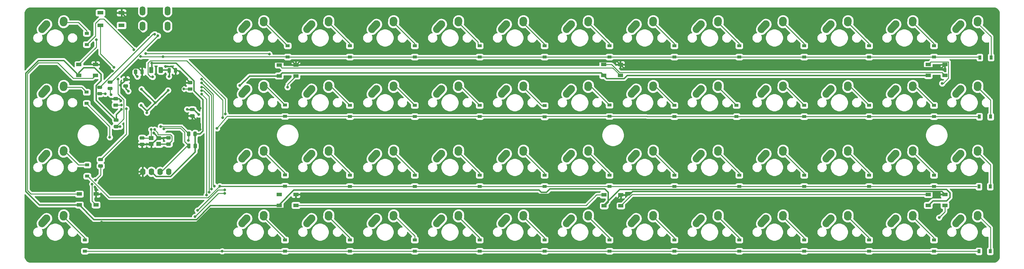
<source format=gbr>
%TF.GenerationSoftware,KiCad,Pcbnew,5.1.6*%
%TF.CreationDate,2020-06-22T15:50:55+02:00*%
%TF.ProjectId,cheap_boi,63686561-705f-4626-9f69-2e6b69636164,rev?*%
%TF.SameCoordinates,Original*%
%TF.FileFunction,Copper,L2,Bot*%
%TF.FilePolarity,Positive*%
%FSLAX46Y46*%
G04 Gerber Fmt 4.6, Leading zero omitted, Abs format (unit mm)*
G04 Created by KiCad (PCBNEW 5.1.6) date 2020-06-22 15:50:55*
%MOMM*%
%LPD*%
G01*
G04 APERTURE LIST*
%TA.AperFunction,ComponentPad*%
%ADD10C,2.250000*%
%TD*%
%TA.AperFunction,SMDPad,CuDef*%
%ADD11R,1.200000X0.900000*%
%TD*%
%TA.AperFunction,SMDPad,CuDef*%
%ADD12R,1.500000X1.000000*%
%TD*%
%TA.AperFunction,ComponentPad*%
%ADD13O,1.600000X2.000000*%
%TD*%
%TA.AperFunction,SMDPad,CuDef*%
%ADD14R,1.400000X1.200000*%
%TD*%
%TA.AperFunction,ComponentPad*%
%ADD15O,1.700000X2.700000*%
%TD*%
%TA.AperFunction,SMDPad,CuDef*%
%ADD16R,1.800000X1.100000*%
%TD*%
%TA.AperFunction,SMDPad,CuDef*%
%ADD17R,0.900000X1.200000*%
%TD*%
%TA.AperFunction,ViaPad*%
%ADD18C,0.800000*%
%TD*%
%TA.AperFunction,Conductor*%
%ADD19C,0.381000*%
%TD*%
%TA.AperFunction,Conductor*%
%ADD20C,0.250000*%
%TD*%
%TA.AperFunction,Conductor*%
%ADD21C,0.254000*%
%TD*%
G04 APERTURE END LIST*
D10*
%TO.P,MX0C1,1*%
%TO.N,COL12*%
X338018750Y-38862500D03*
%TA.AperFunction,ComponentPad*%
G36*
G01*
X335957433Y-41159845D02*
X335957433Y-41159845D01*
G75*
G02*
X335871405Y-39571183I751317J837345D01*
G01*
X337181407Y-38111183D01*
G75*
G02*
X338770069Y-38025155I837345J-751317D01*
G01*
X338770069Y-38025155D01*
G75*
G02*
X338856097Y-39613817I-751317J-837345D01*
G01*
X337546095Y-41073817D01*
G75*
G02*
X335957433Y-41159845I-837345J751317D01*
G01*
G37*
%TD.AperFunction*%
%TO.P,MX0C1,2*%
%TO.N,Net-(D49-Pad2)*%
X343058750Y-37782500D03*
%TA.AperFunction,ComponentPad*%
G36*
G01*
X342941347Y-39484834D02*
X342941347Y-39484834D01*
G75*
G02*
X341896416Y-38285097I77403J1122334D01*
G01*
X341936416Y-37705097D01*
G75*
G02*
X343136153Y-36660166I1122334J-77403D01*
G01*
X343136153Y-36660166D01*
G75*
G02*
X344181084Y-37859903I-77403J-1122334D01*
G01*
X344141084Y-38439903D01*
G75*
G02*
X342941347Y-39484834I-1122334J77403D01*
G01*
G37*
%TD.AperFunction*%
%TD*%
D11*
%TO.P,D1,2*%
%TO.N,Net-(D1-Pad2)*%
X81534000Y-41530000D03*
%TO.P,D1,1*%
%TO.N,ROW0*%
X81534000Y-44830000D03*
%TD*%
D12*
%TO.P,D54,1*%
%TO.N,+5V*%
X79211000Y-53924000D03*
%TO.P,D54,2*%
%TO.N,Net-(D54-Pad2)*%
X79211000Y-50724000D03*
%TO.P,D54,4*%
%TO.N,Net-(D53-Pad2)*%
X84111000Y-53924000D03*
%TO.P,D54,3*%
%TO.N,GND*%
X84111000Y-50724000D03*
%TD*%
%TO.P,R7,2*%
%TO.N,RGB1*%
%TA.AperFunction,SMDPad,CuDef*%
G36*
G01*
X86054250Y-79179000D02*
X85141750Y-79179000D01*
G75*
G02*
X84898000Y-78935250I0J243750D01*
G01*
X84898000Y-78447750D01*
G75*
G02*
X85141750Y-78204000I243750J0D01*
G01*
X86054250Y-78204000D01*
G75*
G02*
X86298000Y-78447750I0J-243750D01*
G01*
X86298000Y-78935250D01*
G75*
G02*
X86054250Y-79179000I-243750J0D01*
G01*
G37*
%TD.AperFunction*%
%TO.P,R7,1*%
%TO.N,Net-(D53-Pad4)*%
%TA.AperFunction,SMDPad,CuDef*%
G36*
G01*
X86054250Y-81054000D02*
X85141750Y-81054000D01*
G75*
G02*
X84898000Y-80810250I0J243750D01*
G01*
X84898000Y-80322750D01*
G75*
G02*
X85141750Y-80079000I243750J0D01*
G01*
X86054250Y-80079000D01*
G75*
G02*
X86298000Y-80322750I0J-243750D01*
G01*
X86298000Y-80810250D01*
G75*
G02*
X86054250Y-81054000I-243750J0D01*
G01*
G37*
%TD.AperFunction*%
%TD*%
%TO.P,D60,1*%
%TO.N,+5V*%
X138012000Y-92151000D03*
%TO.P,D60,2*%
%TO.N,Net-(D60-Pad2)*%
X138012000Y-88951000D03*
%TO.P,D60,4*%
%TO.N,Net-(D59-Pad2)*%
X142912000Y-92151000D03*
%TO.P,D60,3*%
%TO.N,GND*%
X142912000Y-88951000D03*
%TD*%
%TO.P,D59,1*%
%TO.N,+5V*%
X233389000Y-92278000D03*
%TO.P,D59,2*%
%TO.N,Net-(D59-Pad2)*%
X233389000Y-89078000D03*
%TO.P,D59,4*%
%TO.N,Net-(D58-Pad2)*%
X238289000Y-92278000D03*
%TO.P,D59,3*%
%TO.N,GND*%
X238289000Y-89078000D03*
%TD*%
%TO.P,D58,1*%
%TO.N,+5V*%
X328512000Y-92151000D03*
%TO.P,D58,2*%
%TO.N,Net-(D58-Pad2)*%
X328512000Y-88951000D03*
%TO.P,D58,4*%
%TO.N,Net-(D57-Pad2)*%
X333412000Y-92151000D03*
%TO.P,D58,3*%
%TO.N,GND*%
X333412000Y-88951000D03*
%TD*%
%TO.P,D57,1*%
%TO.N,+5V*%
X328512000Y-53924000D03*
%TO.P,D57,2*%
%TO.N,Net-(D57-Pad2)*%
X328512000Y-50724000D03*
%TO.P,D57,4*%
%TO.N,Net-(D56-Pad2)*%
X333412000Y-53924000D03*
%TO.P,D57,3*%
%TO.N,GND*%
X333412000Y-50724000D03*
%TD*%
%TO.P,D56,1*%
%TO.N,+5V*%
X233262000Y-53924000D03*
%TO.P,D56,2*%
%TO.N,Net-(D56-Pad2)*%
X233262000Y-50724000D03*
%TO.P,D56,4*%
%TO.N,Net-(D55-Pad2)*%
X238162000Y-53924000D03*
%TO.P,D56,3*%
%TO.N,GND*%
X238162000Y-50724000D03*
%TD*%
%TO.P,D55,1*%
%TO.N,+5V*%
X138012000Y-54051000D03*
%TO.P,D55,2*%
%TO.N,Net-(D55-Pad2)*%
X138012000Y-50851000D03*
%TO.P,D55,4*%
%TO.N,Net-(D54-Pad2)*%
X142912000Y-54051000D03*
%TO.P,D55,3*%
%TO.N,GND*%
X142912000Y-50851000D03*
%TD*%
%TO.P,D53,1*%
%TO.N,+5V*%
X79338000Y-92024000D03*
%TO.P,D53,2*%
%TO.N,Net-(D53-Pad2)*%
X79338000Y-88824000D03*
%TO.P,D53,4*%
%TO.N,Net-(D53-Pad4)*%
X84238000Y-92024000D03*
%TO.P,D53,3*%
%TO.N,GND*%
X84238000Y-88824000D03*
%TD*%
%TO.P,R6,2*%
%TO.N,VCC*%
%TA.AperFunction,SMDPad,CuDef*%
G36*
G01*
X112845000Y-71576250D02*
X112845000Y-70663750D01*
G75*
G02*
X113088750Y-70420000I243750J0D01*
G01*
X113576250Y-70420000D01*
G75*
G02*
X113820000Y-70663750I0J-243750D01*
G01*
X113820000Y-71576250D01*
G75*
G02*
X113576250Y-71820000I-243750J0D01*
G01*
X113088750Y-71820000D01*
G75*
G02*
X112845000Y-71576250I0J243750D01*
G01*
G37*
%TD.AperFunction*%
%TO.P,R6,1*%
%TO.N,SDA*%
%TA.AperFunction,SMDPad,CuDef*%
G36*
G01*
X110970000Y-71576250D02*
X110970000Y-70663750D01*
G75*
G02*
X111213750Y-70420000I243750J0D01*
G01*
X111701250Y-70420000D01*
G75*
G02*
X111945000Y-70663750I0J-243750D01*
G01*
X111945000Y-71576250D01*
G75*
G02*
X111701250Y-71820000I-243750J0D01*
G01*
X111213750Y-71820000D01*
G75*
G02*
X110970000Y-71576250I0J243750D01*
G01*
G37*
%TD.AperFunction*%
%TD*%
%TO.P,R3,2*%
%TO.N,+5V*%
%TA.AperFunction,SMDPad,CuDef*%
G36*
G01*
X90626250Y-67573500D02*
X89713750Y-67573500D01*
G75*
G02*
X89470000Y-67329750I0J243750D01*
G01*
X89470000Y-66842250D01*
G75*
G02*
X89713750Y-66598500I243750J0D01*
G01*
X90626250Y-66598500D01*
G75*
G02*
X90870000Y-66842250I0J-243750D01*
G01*
X90870000Y-67329750D01*
G75*
G02*
X90626250Y-67573500I-243750J0D01*
G01*
G37*
%TD.AperFunction*%
%TO.P,R3,1*%
%TO.N,Net-(R3-Pad1)*%
%TA.AperFunction,SMDPad,CuDef*%
G36*
G01*
X90626250Y-69448500D02*
X89713750Y-69448500D01*
G75*
G02*
X89470000Y-69204750I0J243750D01*
G01*
X89470000Y-68717250D01*
G75*
G02*
X89713750Y-68473500I243750J0D01*
G01*
X90626250Y-68473500D01*
G75*
G02*
X90870000Y-68717250I0J-243750D01*
G01*
X90870000Y-69204750D01*
G75*
G02*
X90626250Y-69448500I-243750J0D01*
G01*
G37*
%TD.AperFunction*%
%TD*%
%TO.P,F1,2*%
%TO.N,VCC*%
%TA.AperFunction,SMDPad,CuDef*%
G36*
G01*
X101079000Y-51699000D02*
X101079000Y-52949000D01*
G75*
G02*
X100829000Y-53199000I-250000J0D01*
G01*
X100079000Y-53199000D01*
G75*
G02*
X99829000Y-52949000I0J250000D01*
G01*
X99829000Y-51699000D01*
G75*
G02*
X100079000Y-51449000I250000J0D01*
G01*
X100829000Y-51449000D01*
G75*
G02*
X101079000Y-51699000I0J-250000D01*
G01*
G37*
%TD.AperFunction*%
%TO.P,F1,1*%
%TO.N,+5V*%
%TA.AperFunction,SMDPad,CuDef*%
G36*
G01*
X103879000Y-51699000D02*
X103879000Y-52949000D01*
G75*
G02*
X103629000Y-53199000I-250000J0D01*
G01*
X102879000Y-53199000D01*
G75*
G02*
X102629000Y-52949000I0J250000D01*
G01*
X102629000Y-51699000D01*
G75*
G02*
X102879000Y-51449000I250000J0D01*
G01*
X103629000Y-51449000D01*
G75*
G02*
X103879000Y-51699000I0J-250000D01*
G01*
G37*
%TD.AperFunction*%
%TD*%
%TO.P,R5,2*%
%TO.N,VCC*%
%TA.AperFunction,SMDPad,CuDef*%
G36*
G01*
X112893500Y-75132250D02*
X112893500Y-74219750D01*
G75*
G02*
X113137250Y-73976000I243750J0D01*
G01*
X113624750Y-73976000D01*
G75*
G02*
X113868500Y-74219750I0J-243750D01*
G01*
X113868500Y-75132250D01*
G75*
G02*
X113624750Y-75376000I-243750J0D01*
G01*
X113137250Y-75376000D01*
G75*
G02*
X112893500Y-75132250I0J243750D01*
G01*
G37*
%TD.AperFunction*%
%TO.P,R5,1*%
%TO.N,SCL*%
%TA.AperFunction,SMDPad,CuDef*%
G36*
G01*
X111018500Y-75132250D02*
X111018500Y-74219750D01*
G75*
G02*
X111262250Y-73976000I243750J0D01*
G01*
X111749750Y-73976000D01*
G75*
G02*
X111993500Y-74219750I0J-243750D01*
G01*
X111993500Y-75132250D01*
G75*
G02*
X111749750Y-75376000I-243750J0D01*
G01*
X111262250Y-75376000D01*
G75*
G02*
X111018500Y-75132250I0J243750D01*
G01*
G37*
%TD.AperFunction*%
%TD*%
D13*
%TO.P,Brd1,2*%
%TO.N,VCC*%
X100513600Y-82262900D03*
%TO.P,Brd1,1*%
%TO.N,GND*%
X97973600Y-82262900D03*
%TO.P,Brd1,3*%
%TO.N,SCL*%
X103053600Y-82262900D03*
%TO.P,Brd1,4*%
%TO.N,SDA*%
X105593600Y-82262900D03*
%TD*%
D10*
%TO.P,MX15,1*%
%TO.N,COL5*%
X204668750Y-57912500D03*
%TA.AperFunction,ComponentPad*%
G36*
G01*
X202607433Y-60209845D02*
X202607433Y-60209845D01*
G75*
G02*
X202521405Y-58621183I751317J837345D01*
G01*
X203831407Y-57161183D01*
G75*
G02*
X205420069Y-57075155I837345J-751317D01*
G01*
X205420069Y-57075155D01*
G75*
G02*
X205506097Y-58663817I-751317J-837345D01*
G01*
X204196095Y-60123817D01*
G75*
G02*
X202607433Y-60209845I-837345J751317D01*
G01*
G37*
%TD.AperFunction*%
%TO.P,MX15,2*%
%TO.N,Net-(D22-Pad2)*%
X209708750Y-56832500D03*
%TA.AperFunction,ComponentPad*%
G36*
G01*
X209591347Y-58534834D02*
X209591347Y-58534834D01*
G75*
G02*
X208546416Y-57335097I77403J1122334D01*
G01*
X208586416Y-56755097D01*
G75*
G02*
X209786153Y-55710166I1122334J-77403D01*
G01*
X209786153Y-55710166D01*
G75*
G02*
X210831084Y-56909903I-77403J-1122334D01*
G01*
X210791084Y-57489903D01*
G75*
G02*
X209591347Y-58534834I-1122334J77403D01*
G01*
G37*
%TD.AperFunction*%
%TD*%
D14*
%TO.P,Y1,4*%
%TO.N,GND*%
X102657000Y-72390000D03*
%TO.P,Y1,3*%
%TO.N,Net-(C4-Pad1)*%
X100457000Y-72390000D03*
%TO.P,Y1,2*%
%TO.N,GND*%
X100457000Y-74090000D03*
%TO.P,Y1,1*%
%TO.N,Net-(C3-Pad1)*%
X102657000Y-74090000D03*
%TD*%
D15*
%TO.P,USB1,6*%
%TO.N,Net-(USB1-Pad6)*%
X105243600Y-34922800D03*
X97943600Y-34922800D03*
X97943600Y-39422800D03*
X105243600Y-39422800D03*
%TD*%
D16*
%TO.P,SW1,4*%
%TO.N,N/C*%
X85546000Y-35488000D03*
%TO.P,SW1,3*%
X91746000Y-39188000D03*
%TO.P,SW1,2*%
%TO.N,Net-(R3-Pad1)*%
X85546000Y-39188000D03*
%TO.P,SW1,1*%
%TO.N,GND*%
X91746000Y-35488000D03*
%TD*%
%TO.P,R4,2*%
%TO.N,Net-(R4-Pad2)*%
%TA.AperFunction,SMDPad,CuDef*%
G36*
G01*
X111430750Y-57424500D02*
X112343250Y-57424500D01*
G75*
G02*
X112587000Y-57668250I0J-243750D01*
G01*
X112587000Y-58155750D01*
G75*
G02*
X112343250Y-58399500I-243750J0D01*
G01*
X111430750Y-58399500D01*
G75*
G02*
X111187000Y-58155750I0J243750D01*
G01*
X111187000Y-57668250D01*
G75*
G02*
X111430750Y-57424500I243750J0D01*
G01*
G37*
%TD.AperFunction*%
%TO.P,R4,1*%
%TO.N,GND*%
%TA.AperFunction,SMDPad,CuDef*%
G36*
G01*
X111430750Y-55549500D02*
X112343250Y-55549500D01*
G75*
G02*
X112587000Y-55793250I0J-243750D01*
G01*
X112587000Y-56280750D01*
G75*
G02*
X112343250Y-56524500I-243750J0D01*
G01*
X111430750Y-56524500D01*
G75*
G02*
X111187000Y-56280750I0J243750D01*
G01*
X111187000Y-55793250D01*
G75*
G02*
X111430750Y-55549500I243750J0D01*
G01*
G37*
%TD.AperFunction*%
%TD*%
%TO.P,R2,2*%
%TO.N,Net-(R2-Pad2)*%
%TA.AperFunction,SMDPad,CuDef*%
G36*
G01*
X84887750Y-58791500D02*
X85800250Y-58791500D01*
G75*
G02*
X86044000Y-59035250I0J-243750D01*
G01*
X86044000Y-59522750D01*
G75*
G02*
X85800250Y-59766500I-243750J0D01*
G01*
X84887750Y-59766500D01*
G75*
G02*
X84644000Y-59522750I0J243750D01*
G01*
X84644000Y-59035250D01*
G75*
G02*
X84887750Y-58791500I243750J0D01*
G01*
G37*
%TD.AperFunction*%
%TO.P,R2,1*%
%TO.N,D+*%
%TA.AperFunction,SMDPad,CuDef*%
G36*
G01*
X84887750Y-56916500D02*
X85800250Y-56916500D01*
G75*
G02*
X86044000Y-57160250I0J-243750D01*
G01*
X86044000Y-57647750D01*
G75*
G02*
X85800250Y-57891500I-243750J0D01*
G01*
X84887750Y-57891500D01*
G75*
G02*
X84644000Y-57647750I0J243750D01*
G01*
X84644000Y-57160250D01*
G75*
G02*
X84887750Y-56916500I243750J0D01*
G01*
G37*
%TD.AperFunction*%
%TD*%
%TO.P,R1,2*%
%TO.N,Net-(R1-Pad2)*%
%TA.AperFunction,SMDPad,CuDef*%
G36*
G01*
X87935750Y-57267500D02*
X88848250Y-57267500D01*
G75*
G02*
X89092000Y-57511250I0J-243750D01*
G01*
X89092000Y-57998750D01*
G75*
G02*
X88848250Y-58242500I-243750J0D01*
G01*
X87935750Y-58242500D01*
G75*
G02*
X87692000Y-57998750I0J243750D01*
G01*
X87692000Y-57511250D01*
G75*
G02*
X87935750Y-57267500I243750J0D01*
G01*
G37*
%TD.AperFunction*%
%TO.P,R1,1*%
%TO.N,D-*%
%TA.AperFunction,SMDPad,CuDef*%
G36*
G01*
X87935750Y-55392500D02*
X88848250Y-55392500D01*
G75*
G02*
X89092000Y-55636250I0J-243750D01*
G01*
X89092000Y-56123750D01*
G75*
G02*
X88848250Y-56367500I-243750J0D01*
G01*
X87935750Y-56367500D01*
G75*
G02*
X87692000Y-56123750I0J243750D01*
G01*
X87692000Y-55636250D01*
G75*
G02*
X87935750Y-55392500I243750J0D01*
G01*
G37*
%TD.AperFunction*%
%TD*%
D10*
%TO.P,MX3C1,1*%
%TO.N,COL12*%
X338018750Y-96012500D03*
%TA.AperFunction,ComponentPad*%
G36*
G01*
X335957433Y-98309845D02*
X335957433Y-98309845D01*
G75*
G02*
X335871405Y-96721183I751317J837345D01*
G01*
X337181407Y-95261183D01*
G75*
G02*
X338770069Y-95175155I837345J-751317D01*
G01*
X338770069Y-95175155D01*
G75*
G02*
X338856097Y-96763817I-751317J-837345D01*
G01*
X337546095Y-98223817D01*
G75*
G02*
X335957433Y-98309845I-837345J751317D01*
G01*
G37*
%TD.AperFunction*%
%TO.P,MX3C1,2*%
%TO.N,Net-(D52-Pad2)*%
X343058750Y-94932500D03*
%TA.AperFunction,ComponentPad*%
G36*
G01*
X342941347Y-96634834D02*
X342941347Y-96634834D01*
G75*
G02*
X341896416Y-95435097I77403J1122334D01*
G01*
X341936416Y-94855097D01*
G75*
G02*
X343136153Y-93810166I1122334J-77403D01*
G01*
X343136153Y-93810166D01*
G75*
G02*
X344181084Y-95009903I-77403J-1122334D01*
G01*
X344141084Y-95589903D01*
G75*
G02*
X342941347Y-96634834I-1122334J77403D01*
G01*
G37*
%TD.AperFunction*%
%TD*%
%TO.P,MX3B1,1*%
%TO.N,COL11*%
X318968750Y-96012500D03*
%TA.AperFunction,ComponentPad*%
G36*
G01*
X316907433Y-98309845D02*
X316907433Y-98309845D01*
G75*
G02*
X316821405Y-96721183I751317J837345D01*
G01*
X318131407Y-95261183D01*
G75*
G02*
X319720069Y-95175155I837345J-751317D01*
G01*
X319720069Y-95175155D01*
G75*
G02*
X319806097Y-96763817I-751317J-837345D01*
G01*
X318496095Y-98223817D01*
G75*
G02*
X316907433Y-98309845I-837345J751317D01*
G01*
G37*
%TD.AperFunction*%
%TO.P,MX3B1,2*%
%TO.N,Net-(D48-Pad2)*%
X324008750Y-94932500D03*
%TA.AperFunction,ComponentPad*%
G36*
G01*
X323891347Y-96634834D02*
X323891347Y-96634834D01*
G75*
G02*
X322846416Y-95435097I77403J1122334D01*
G01*
X322886416Y-94855097D01*
G75*
G02*
X324086153Y-93810166I1122334J-77403D01*
G01*
X324086153Y-93810166D01*
G75*
G02*
X325131084Y-95009903I-77403J-1122334D01*
G01*
X325091084Y-95589903D01*
G75*
G02*
X323891347Y-96634834I-1122334J77403D01*
G01*
G37*
%TD.AperFunction*%
%TD*%
%TO.P,MX3A1,1*%
%TO.N,COL10*%
X299918750Y-96012500D03*
%TA.AperFunction,ComponentPad*%
G36*
G01*
X297857433Y-98309845D02*
X297857433Y-98309845D01*
G75*
G02*
X297771405Y-96721183I751317J837345D01*
G01*
X299081407Y-95261183D01*
G75*
G02*
X300670069Y-95175155I837345J-751317D01*
G01*
X300670069Y-95175155D01*
G75*
G02*
X300756097Y-96763817I-751317J-837345D01*
G01*
X299446095Y-98223817D01*
G75*
G02*
X297857433Y-98309845I-837345J751317D01*
G01*
G37*
%TD.AperFunction*%
%TO.P,MX3A1,2*%
%TO.N,Net-(D44-Pad2)*%
X304958750Y-94932500D03*
%TA.AperFunction,ComponentPad*%
G36*
G01*
X304841347Y-96634834D02*
X304841347Y-96634834D01*
G75*
G02*
X303796416Y-95435097I77403J1122334D01*
G01*
X303836416Y-94855097D01*
G75*
G02*
X305036153Y-93810166I1122334J-77403D01*
G01*
X305036153Y-93810166D01*
G75*
G02*
X306081084Y-95009903I-77403J-1122334D01*
G01*
X306041084Y-95589903D01*
G75*
G02*
X304841347Y-96634834I-1122334J77403D01*
G01*
G37*
%TD.AperFunction*%
%TD*%
%TO.P,MX2C1,1*%
%TO.N,COL12*%
X338018750Y-76962500D03*
%TA.AperFunction,ComponentPad*%
G36*
G01*
X335957433Y-79259845D02*
X335957433Y-79259845D01*
G75*
G02*
X335871405Y-77671183I751317J837345D01*
G01*
X337181407Y-76211183D01*
G75*
G02*
X338770069Y-76125155I837345J-751317D01*
G01*
X338770069Y-76125155D01*
G75*
G02*
X338856097Y-77713817I-751317J-837345D01*
G01*
X337546095Y-79173817D01*
G75*
G02*
X335957433Y-79259845I-837345J751317D01*
G01*
G37*
%TD.AperFunction*%
%TO.P,MX2C1,2*%
%TO.N,Net-(D51-Pad2)*%
X343058750Y-75882500D03*
%TA.AperFunction,ComponentPad*%
G36*
G01*
X342941347Y-77584834D02*
X342941347Y-77584834D01*
G75*
G02*
X341896416Y-76385097I77403J1122334D01*
G01*
X341936416Y-75805097D01*
G75*
G02*
X343136153Y-74760166I1122334J-77403D01*
G01*
X343136153Y-74760166D01*
G75*
G02*
X344181084Y-75959903I-77403J-1122334D01*
G01*
X344141084Y-76539903D01*
G75*
G02*
X342941347Y-77584834I-1122334J77403D01*
G01*
G37*
%TD.AperFunction*%
%TD*%
%TO.P,MX2B1,1*%
%TO.N,COL11*%
X318968750Y-76962500D03*
%TA.AperFunction,ComponentPad*%
G36*
G01*
X316907433Y-79259845D02*
X316907433Y-79259845D01*
G75*
G02*
X316821405Y-77671183I751317J837345D01*
G01*
X318131407Y-76211183D01*
G75*
G02*
X319720069Y-76125155I837345J-751317D01*
G01*
X319720069Y-76125155D01*
G75*
G02*
X319806097Y-77713817I-751317J-837345D01*
G01*
X318496095Y-79173817D01*
G75*
G02*
X316907433Y-79259845I-837345J751317D01*
G01*
G37*
%TD.AperFunction*%
%TO.P,MX2B1,2*%
%TO.N,Net-(D47-Pad2)*%
X324008750Y-75882500D03*
%TA.AperFunction,ComponentPad*%
G36*
G01*
X323891347Y-77584834D02*
X323891347Y-77584834D01*
G75*
G02*
X322846416Y-76385097I77403J1122334D01*
G01*
X322886416Y-75805097D01*
G75*
G02*
X324086153Y-74760166I1122334J-77403D01*
G01*
X324086153Y-74760166D01*
G75*
G02*
X325131084Y-75959903I-77403J-1122334D01*
G01*
X325091084Y-76539903D01*
G75*
G02*
X323891347Y-77584834I-1122334J77403D01*
G01*
G37*
%TD.AperFunction*%
%TD*%
%TO.P,MX2A1,1*%
%TO.N,COL10*%
X299918750Y-76962500D03*
%TA.AperFunction,ComponentPad*%
G36*
G01*
X297857433Y-79259845D02*
X297857433Y-79259845D01*
G75*
G02*
X297771405Y-77671183I751317J837345D01*
G01*
X299081407Y-76211183D01*
G75*
G02*
X300670069Y-76125155I837345J-751317D01*
G01*
X300670069Y-76125155D01*
G75*
G02*
X300756097Y-77713817I-751317J-837345D01*
G01*
X299446095Y-79173817D01*
G75*
G02*
X297857433Y-79259845I-837345J751317D01*
G01*
G37*
%TD.AperFunction*%
%TO.P,MX2A1,2*%
%TO.N,Net-(D43-Pad2)*%
X304958750Y-75882500D03*
%TA.AperFunction,ComponentPad*%
G36*
G01*
X304841347Y-77584834D02*
X304841347Y-77584834D01*
G75*
G02*
X303796416Y-76385097I77403J1122334D01*
G01*
X303836416Y-75805097D01*
G75*
G02*
X305036153Y-74760166I1122334J-77403D01*
G01*
X305036153Y-74760166D01*
G75*
G02*
X306081084Y-75959903I-77403J-1122334D01*
G01*
X306041084Y-76539903D01*
G75*
G02*
X304841347Y-77584834I-1122334J77403D01*
G01*
G37*
%TD.AperFunction*%
%TD*%
%TO.P,MX1C1,1*%
%TO.N,COL12*%
X338018750Y-57912500D03*
%TA.AperFunction,ComponentPad*%
G36*
G01*
X335957433Y-60209845D02*
X335957433Y-60209845D01*
G75*
G02*
X335871405Y-58621183I751317J837345D01*
G01*
X337181407Y-57161183D01*
G75*
G02*
X338770069Y-57075155I837345J-751317D01*
G01*
X338770069Y-57075155D01*
G75*
G02*
X338856097Y-58663817I-751317J-837345D01*
G01*
X337546095Y-60123817D01*
G75*
G02*
X335957433Y-60209845I-837345J751317D01*
G01*
G37*
%TD.AperFunction*%
%TO.P,MX1C1,2*%
%TO.N,Net-(D50-Pad2)*%
X343058750Y-56832500D03*
%TA.AperFunction,ComponentPad*%
G36*
G01*
X342941347Y-58534834D02*
X342941347Y-58534834D01*
G75*
G02*
X341896416Y-57335097I77403J1122334D01*
G01*
X341936416Y-56755097D01*
G75*
G02*
X343136153Y-55710166I1122334J-77403D01*
G01*
X343136153Y-55710166D01*
G75*
G02*
X344181084Y-56909903I-77403J-1122334D01*
G01*
X344141084Y-57489903D01*
G75*
G02*
X342941347Y-58534834I-1122334J77403D01*
G01*
G37*
%TD.AperFunction*%
%TD*%
%TO.P,MX1B1,1*%
%TO.N,COL11*%
X318968750Y-57912500D03*
%TA.AperFunction,ComponentPad*%
G36*
G01*
X316907433Y-60209845D02*
X316907433Y-60209845D01*
G75*
G02*
X316821405Y-58621183I751317J837345D01*
G01*
X318131407Y-57161183D01*
G75*
G02*
X319720069Y-57075155I837345J-751317D01*
G01*
X319720069Y-57075155D01*
G75*
G02*
X319806097Y-58663817I-751317J-837345D01*
G01*
X318496095Y-60123817D01*
G75*
G02*
X316907433Y-60209845I-837345J751317D01*
G01*
G37*
%TD.AperFunction*%
%TO.P,MX1B1,2*%
%TO.N,Net-(D46-Pad2)*%
X324008750Y-56832500D03*
%TA.AperFunction,ComponentPad*%
G36*
G01*
X323891347Y-58534834D02*
X323891347Y-58534834D01*
G75*
G02*
X322846416Y-57335097I77403J1122334D01*
G01*
X322886416Y-56755097D01*
G75*
G02*
X324086153Y-55710166I1122334J-77403D01*
G01*
X324086153Y-55710166D01*
G75*
G02*
X325131084Y-56909903I-77403J-1122334D01*
G01*
X325091084Y-57489903D01*
G75*
G02*
X323891347Y-58534834I-1122334J77403D01*
G01*
G37*
%TD.AperFunction*%
%TD*%
%TO.P,MX1A1,1*%
%TO.N,COL10*%
X299918750Y-57912500D03*
%TA.AperFunction,ComponentPad*%
G36*
G01*
X297857433Y-60209845D02*
X297857433Y-60209845D01*
G75*
G02*
X297771405Y-58621183I751317J837345D01*
G01*
X299081407Y-57161183D01*
G75*
G02*
X300670069Y-57075155I837345J-751317D01*
G01*
X300670069Y-57075155D01*
G75*
G02*
X300756097Y-58663817I-751317J-837345D01*
G01*
X299446095Y-60123817D01*
G75*
G02*
X297857433Y-60209845I-837345J751317D01*
G01*
G37*
%TD.AperFunction*%
%TO.P,MX1A1,2*%
%TO.N,Net-(D42-Pad2)*%
X304958750Y-56832500D03*
%TA.AperFunction,ComponentPad*%
G36*
G01*
X304841347Y-58534834D02*
X304841347Y-58534834D01*
G75*
G02*
X303796416Y-57335097I77403J1122334D01*
G01*
X303836416Y-56755097D01*
G75*
G02*
X305036153Y-55710166I1122334J-77403D01*
G01*
X305036153Y-55710166D01*
G75*
G02*
X306081084Y-56909903I-77403J-1122334D01*
G01*
X306041084Y-57489903D01*
G75*
G02*
X304841347Y-58534834I-1122334J77403D01*
G01*
G37*
%TD.AperFunction*%
%TD*%
%TO.P,MX0B1,1*%
%TO.N,COL11*%
X318968750Y-38862500D03*
%TA.AperFunction,ComponentPad*%
G36*
G01*
X316907433Y-41159845D02*
X316907433Y-41159845D01*
G75*
G02*
X316821405Y-39571183I751317J837345D01*
G01*
X318131407Y-38111183D01*
G75*
G02*
X319720069Y-38025155I837345J-751317D01*
G01*
X319720069Y-38025155D01*
G75*
G02*
X319806097Y-39613817I-751317J-837345D01*
G01*
X318496095Y-41073817D01*
G75*
G02*
X316907433Y-41159845I-837345J751317D01*
G01*
G37*
%TD.AperFunction*%
%TO.P,MX0B1,2*%
%TO.N,Net-(D45-Pad2)*%
X324008750Y-37782500D03*
%TA.AperFunction,ComponentPad*%
G36*
G01*
X323891347Y-39484834D02*
X323891347Y-39484834D01*
G75*
G02*
X322846416Y-38285097I77403J1122334D01*
G01*
X322886416Y-37705097D01*
G75*
G02*
X324086153Y-36660166I1122334J-77403D01*
G01*
X324086153Y-36660166D01*
G75*
G02*
X325131084Y-37859903I-77403J-1122334D01*
G01*
X325091084Y-38439903D01*
G75*
G02*
X323891347Y-39484834I-1122334J77403D01*
G01*
G37*
%TD.AperFunction*%
%TD*%
%TO.P,MX0A1,1*%
%TO.N,COL10*%
X299918750Y-38862500D03*
%TA.AperFunction,ComponentPad*%
G36*
G01*
X297857433Y-41159845D02*
X297857433Y-41159845D01*
G75*
G02*
X297771405Y-39571183I751317J837345D01*
G01*
X299081407Y-38111183D01*
G75*
G02*
X300670069Y-38025155I837345J-751317D01*
G01*
X300670069Y-38025155D01*
G75*
G02*
X300756097Y-39613817I-751317J-837345D01*
G01*
X299446095Y-41073817D01*
G75*
G02*
X297857433Y-41159845I-837345J751317D01*
G01*
G37*
%TD.AperFunction*%
%TO.P,MX0A1,2*%
%TO.N,Net-(D41-Pad2)*%
X304958750Y-37782500D03*
%TA.AperFunction,ComponentPad*%
G36*
G01*
X304841347Y-39484834D02*
X304841347Y-39484834D01*
G75*
G02*
X303796416Y-38285097I77403J1122334D01*
G01*
X303836416Y-37705097D01*
G75*
G02*
X305036153Y-36660166I1122334J-77403D01*
G01*
X305036153Y-36660166D01*
G75*
G02*
X306081084Y-37859903I-77403J-1122334D01*
G01*
X306041084Y-38439903D01*
G75*
G02*
X304841347Y-39484834I-1122334J77403D01*
G01*
G37*
%TD.AperFunction*%
%TD*%
%TO.P,MX39,1*%
%TO.N,COL9*%
X280868750Y-96012500D03*
%TA.AperFunction,ComponentPad*%
G36*
G01*
X278807433Y-98309845D02*
X278807433Y-98309845D01*
G75*
G02*
X278721405Y-96721183I751317J837345D01*
G01*
X280031407Y-95261183D01*
G75*
G02*
X281620069Y-95175155I837345J-751317D01*
G01*
X281620069Y-95175155D01*
G75*
G02*
X281706097Y-96763817I-751317J-837345D01*
G01*
X280396095Y-98223817D01*
G75*
G02*
X278807433Y-98309845I-837345J751317D01*
G01*
G37*
%TD.AperFunction*%
%TO.P,MX39,2*%
%TO.N,Net-(D40-Pad2)*%
X285908750Y-94932500D03*
%TA.AperFunction,ComponentPad*%
G36*
G01*
X285791347Y-96634834D02*
X285791347Y-96634834D01*
G75*
G02*
X284746416Y-95435097I77403J1122334D01*
G01*
X284786416Y-94855097D01*
G75*
G02*
X285986153Y-93810166I1122334J-77403D01*
G01*
X285986153Y-93810166D01*
G75*
G02*
X287031084Y-95009903I-77403J-1122334D01*
G01*
X286991084Y-95589903D01*
G75*
G02*
X285791347Y-96634834I-1122334J77403D01*
G01*
G37*
%TD.AperFunction*%
%TD*%
%TO.P,MX38,1*%
%TO.N,COL8*%
X261818750Y-96012500D03*
%TA.AperFunction,ComponentPad*%
G36*
G01*
X259757433Y-98309845D02*
X259757433Y-98309845D01*
G75*
G02*
X259671405Y-96721183I751317J837345D01*
G01*
X260981407Y-95261183D01*
G75*
G02*
X262570069Y-95175155I837345J-751317D01*
G01*
X262570069Y-95175155D01*
G75*
G02*
X262656097Y-96763817I-751317J-837345D01*
G01*
X261346095Y-98223817D01*
G75*
G02*
X259757433Y-98309845I-837345J751317D01*
G01*
G37*
%TD.AperFunction*%
%TO.P,MX38,2*%
%TO.N,Net-(D36-Pad2)*%
X266858750Y-94932500D03*
%TA.AperFunction,ComponentPad*%
G36*
G01*
X266741347Y-96634834D02*
X266741347Y-96634834D01*
G75*
G02*
X265696416Y-95435097I77403J1122334D01*
G01*
X265736416Y-94855097D01*
G75*
G02*
X266936153Y-93810166I1122334J-77403D01*
G01*
X266936153Y-93810166D01*
G75*
G02*
X267981084Y-95009903I-77403J-1122334D01*
G01*
X267941084Y-95589903D01*
G75*
G02*
X266741347Y-96634834I-1122334J77403D01*
G01*
G37*
%TD.AperFunction*%
%TD*%
%TO.P,MX37,1*%
%TO.N,COL7*%
X242768750Y-96012500D03*
%TA.AperFunction,ComponentPad*%
G36*
G01*
X240707433Y-98309845D02*
X240707433Y-98309845D01*
G75*
G02*
X240621405Y-96721183I751317J837345D01*
G01*
X241931407Y-95261183D01*
G75*
G02*
X243520069Y-95175155I837345J-751317D01*
G01*
X243520069Y-95175155D01*
G75*
G02*
X243606097Y-96763817I-751317J-837345D01*
G01*
X242296095Y-98223817D01*
G75*
G02*
X240707433Y-98309845I-837345J751317D01*
G01*
G37*
%TD.AperFunction*%
%TO.P,MX37,2*%
%TO.N,Net-(D32-Pad2)*%
X247808750Y-94932500D03*
%TA.AperFunction,ComponentPad*%
G36*
G01*
X247691347Y-96634834D02*
X247691347Y-96634834D01*
G75*
G02*
X246646416Y-95435097I77403J1122334D01*
G01*
X246686416Y-94855097D01*
G75*
G02*
X247886153Y-93810166I1122334J-77403D01*
G01*
X247886153Y-93810166D01*
G75*
G02*
X248931084Y-95009903I-77403J-1122334D01*
G01*
X248891084Y-95589903D01*
G75*
G02*
X247691347Y-96634834I-1122334J77403D01*
G01*
G37*
%TD.AperFunction*%
%TD*%
%TO.P,MX36,1*%
%TO.N,COL6*%
X223718750Y-96012500D03*
%TA.AperFunction,ComponentPad*%
G36*
G01*
X221657433Y-98309845D02*
X221657433Y-98309845D01*
G75*
G02*
X221571405Y-96721183I751317J837345D01*
G01*
X222881407Y-95261183D01*
G75*
G02*
X224470069Y-95175155I837345J-751317D01*
G01*
X224470069Y-95175155D01*
G75*
G02*
X224556097Y-96763817I-751317J-837345D01*
G01*
X223246095Y-98223817D01*
G75*
G02*
X221657433Y-98309845I-837345J751317D01*
G01*
G37*
%TD.AperFunction*%
%TO.P,MX36,2*%
%TO.N,Net-(D28-Pad2)*%
X228758750Y-94932500D03*
%TA.AperFunction,ComponentPad*%
G36*
G01*
X228641347Y-96634834D02*
X228641347Y-96634834D01*
G75*
G02*
X227596416Y-95435097I77403J1122334D01*
G01*
X227636416Y-94855097D01*
G75*
G02*
X228836153Y-93810166I1122334J-77403D01*
G01*
X228836153Y-93810166D01*
G75*
G02*
X229881084Y-95009903I-77403J-1122334D01*
G01*
X229841084Y-95589903D01*
G75*
G02*
X228641347Y-96634834I-1122334J77403D01*
G01*
G37*
%TD.AperFunction*%
%TD*%
%TO.P,MX35,1*%
%TO.N,COL5*%
X204668750Y-96012500D03*
%TA.AperFunction,ComponentPad*%
G36*
G01*
X202607433Y-98309845D02*
X202607433Y-98309845D01*
G75*
G02*
X202521405Y-96721183I751317J837345D01*
G01*
X203831407Y-95261183D01*
G75*
G02*
X205420069Y-95175155I837345J-751317D01*
G01*
X205420069Y-95175155D01*
G75*
G02*
X205506097Y-96763817I-751317J-837345D01*
G01*
X204196095Y-98223817D01*
G75*
G02*
X202607433Y-98309845I-837345J751317D01*
G01*
G37*
%TD.AperFunction*%
%TO.P,MX35,2*%
%TO.N,Net-(D24-Pad2)*%
X209708750Y-94932500D03*
%TA.AperFunction,ComponentPad*%
G36*
G01*
X209591347Y-96634834D02*
X209591347Y-96634834D01*
G75*
G02*
X208546416Y-95435097I77403J1122334D01*
G01*
X208586416Y-94855097D01*
G75*
G02*
X209786153Y-93810166I1122334J-77403D01*
G01*
X209786153Y-93810166D01*
G75*
G02*
X210831084Y-95009903I-77403J-1122334D01*
G01*
X210791084Y-95589903D01*
G75*
G02*
X209591347Y-96634834I-1122334J77403D01*
G01*
G37*
%TD.AperFunction*%
%TD*%
%TO.P,MX34,1*%
%TO.N,COL4*%
X185618750Y-96012500D03*
%TA.AperFunction,ComponentPad*%
G36*
G01*
X183557433Y-98309845D02*
X183557433Y-98309845D01*
G75*
G02*
X183471405Y-96721183I751317J837345D01*
G01*
X184781407Y-95261183D01*
G75*
G02*
X186370069Y-95175155I837345J-751317D01*
G01*
X186370069Y-95175155D01*
G75*
G02*
X186456097Y-96763817I-751317J-837345D01*
G01*
X185146095Y-98223817D01*
G75*
G02*
X183557433Y-98309845I-837345J751317D01*
G01*
G37*
%TD.AperFunction*%
%TO.P,MX34,2*%
%TO.N,Net-(D20-Pad2)*%
X190658750Y-94932500D03*
%TA.AperFunction,ComponentPad*%
G36*
G01*
X190541347Y-96634834D02*
X190541347Y-96634834D01*
G75*
G02*
X189496416Y-95435097I77403J1122334D01*
G01*
X189536416Y-94855097D01*
G75*
G02*
X190736153Y-93810166I1122334J-77403D01*
G01*
X190736153Y-93810166D01*
G75*
G02*
X191781084Y-95009903I-77403J-1122334D01*
G01*
X191741084Y-95589903D01*
G75*
G02*
X190541347Y-96634834I-1122334J77403D01*
G01*
G37*
%TD.AperFunction*%
%TD*%
%TO.P,MX33,1*%
%TO.N,COL3*%
X166568750Y-96012500D03*
%TA.AperFunction,ComponentPad*%
G36*
G01*
X164507433Y-98309845D02*
X164507433Y-98309845D01*
G75*
G02*
X164421405Y-96721183I751317J837345D01*
G01*
X165731407Y-95261183D01*
G75*
G02*
X167320069Y-95175155I837345J-751317D01*
G01*
X167320069Y-95175155D01*
G75*
G02*
X167406097Y-96763817I-751317J-837345D01*
G01*
X166096095Y-98223817D01*
G75*
G02*
X164507433Y-98309845I-837345J751317D01*
G01*
G37*
%TD.AperFunction*%
%TO.P,MX33,2*%
%TO.N,Net-(D16-Pad2)*%
X171608750Y-94932500D03*
%TA.AperFunction,ComponentPad*%
G36*
G01*
X171491347Y-96634834D02*
X171491347Y-96634834D01*
G75*
G02*
X170446416Y-95435097I77403J1122334D01*
G01*
X170486416Y-94855097D01*
G75*
G02*
X171686153Y-93810166I1122334J-77403D01*
G01*
X171686153Y-93810166D01*
G75*
G02*
X172731084Y-95009903I-77403J-1122334D01*
G01*
X172691084Y-95589903D01*
G75*
G02*
X171491347Y-96634834I-1122334J77403D01*
G01*
G37*
%TD.AperFunction*%
%TD*%
%TO.P,MX32,1*%
%TO.N,COL2*%
X147518750Y-96012500D03*
%TA.AperFunction,ComponentPad*%
G36*
G01*
X145457433Y-98309845D02*
X145457433Y-98309845D01*
G75*
G02*
X145371405Y-96721183I751317J837345D01*
G01*
X146681407Y-95261183D01*
G75*
G02*
X148270069Y-95175155I837345J-751317D01*
G01*
X148270069Y-95175155D01*
G75*
G02*
X148356097Y-96763817I-751317J-837345D01*
G01*
X147046095Y-98223817D01*
G75*
G02*
X145457433Y-98309845I-837345J751317D01*
G01*
G37*
%TD.AperFunction*%
%TO.P,MX32,2*%
%TO.N,Net-(D12-Pad2)*%
X152558750Y-94932500D03*
%TA.AperFunction,ComponentPad*%
G36*
G01*
X152441347Y-96634834D02*
X152441347Y-96634834D01*
G75*
G02*
X151396416Y-95435097I77403J1122334D01*
G01*
X151436416Y-94855097D01*
G75*
G02*
X152636153Y-93810166I1122334J-77403D01*
G01*
X152636153Y-93810166D01*
G75*
G02*
X153681084Y-95009903I-77403J-1122334D01*
G01*
X153641084Y-95589903D01*
G75*
G02*
X152441347Y-96634834I-1122334J77403D01*
G01*
G37*
%TD.AperFunction*%
%TD*%
%TO.P,MX31,1*%
%TO.N,COL1*%
X128468750Y-96012500D03*
%TA.AperFunction,ComponentPad*%
G36*
G01*
X126407433Y-98309845D02*
X126407433Y-98309845D01*
G75*
G02*
X126321405Y-96721183I751317J837345D01*
G01*
X127631407Y-95261183D01*
G75*
G02*
X129220069Y-95175155I837345J-751317D01*
G01*
X129220069Y-95175155D01*
G75*
G02*
X129306097Y-96763817I-751317J-837345D01*
G01*
X127996095Y-98223817D01*
G75*
G02*
X126407433Y-98309845I-837345J751317D01*
G01*
G37*
%TD.AperFunction*%
%TO.P,MX31,2*%
%TO.N,Net-(D8-Pad2)*%
X133508750Y-94932500D03*
%TA.AperFunction,ComponentPad*%
G36*
G01*
X133391347Y-96634834D02*
X133391347Y-96634834D01*
G75*
G02*
X132346416Y-95435097I77403J1122334D01*
G01*
X132386416Y-94855097D01*
G75*
G02*
X133586153Y-93810166I1122334J-77403D01*
G01*
X133586153Y-93810166D01*
G75*
G02*
X134631084Y-95009903I-77403J-1122334D01*
G01*
X134591084Y-95589903D01*
G75*
G02*
X133391347Y-96634834I-1122334J77403D01*
G01*
G37*
%TD.AperFunction*%
%TD*%
%TO.P,MX30,1*%
%TO.N,COL0*%
X69731250Y-96012500D03*
%TA.AperFunction,ComponentPad*%
G36*
G01*
X67669933Y-98309845D02*
X67669933Y-98309845D01*
G75*
G02*
X67583905Y-96721183I751317J837345D01*
G01*
X68893907Y-95261183D01*
G75*
G02*
X70482569Y-95175155I837345J-751317D01*
G01*
X70482569Y-95175155D01*
G75*
G02*
X70568597Y-96763817I-751317J-837345D01*
G01*
X69258595Y-98223817D01*
G75*
G02*
X67669933Y-98309845I-837345J751317D01*
G01*
G37*
%TD.AperFunction*%
%TO.P,MX30,2*%
%TO.N,Net-(D4-Pad2)*%
X74771250Y-94932500D03*
%TA.AperFunction,ComponentPad*%
G36*
G01*
X74653847Y-96634834D02*
X74653847Y-96634834D01*
G75*
G02*
X73608916Y-95435097I77403J1122334D01*
G01*
X73648916Y-94855097D01*
G75*
G02*
X74848653Y-93810166I1122334J-77403D01*
G01*
X74848653Y-93810166D01*
G75*
G02*
X75893584Y-95009903I-77403J-1122334D01*
G01*
X75853584Y-95589903D01*
G75*
G02*
X74653847Y-96634834I-1122334J77403D01*
G01*
G37*
%TD.AperFunction*%
%TD*%
%TO.P,MX29,1*%
%TO.N,COL9*%
X280868750Y-76962500D03*
%TA.AperFunction,ComponentPad*%
G36*
G01*
X278807433Y-79259845D02*
X278807433Y-79259845D01*
G75*
G02*
X278721405Y-77671183I751317J837345D01*
G01*
X280031407Y-76211183D01*
G75*
G02*
X281620069Y-76125155I837345J-751317D01*
G01*
X281620069Y-76125155D01*
G75*
G02*
X281706097Y-77713817I-751317J-837345D01*
G01*
X280396095Y-79173817D01*
G75*
G02*
X278807433Y-79259845I-837345J751317D01*
G01*
G37*
%TD.AperFunction*%
%TO.P,MX29,2*%
%TO.N,Net-(D39-Pad2)*%
X285908750Y-75882500D03*
%TA.AperFunction,ComponentPad*%
G36*
G01*
X285791347Y-77584834D02*
X285791347Y-77584834D01*
G75*
G02*
X284746416Y-76385097I77403J1122334D01*
G01*
X284786416Y-75805097D01*
G75*
G02*
X285986153Y-74760166I1122334J-77403D01*
G01*
X285986153Y-74760166D01*
G75*
G02*
X287031084Y-75959903I-77403J-1122334D01*
G01*
X286991084Y-76539903D01*
G75*
G02*
X285791347Y-77584834I-1122334J77403D01*
G01*
G37*
%TD.AperFunction*%
%TD*%
%TO.P,MX28,1*%
%TO.N,COL8*%
X261818750Y-76962500D03*
%TA.AperFunction,ComponentPad*%
G36*
G01*
X259757433Y-79259845D02*
X259757433Y-79259845D01*
G75*
G02*
X259671405Y-77671183I751317J837345D01*
G01*
X260981407Y-76211183D01*
G75*
G02*
X262570069Y-76125155I837345J-751317D01*
G01*
X262570069Y-76125155D01*
G75*
G02*
X262656097Y-77713817I-751317J-837345D01*
G01*
X261346095Y-79173817D01*
G75*
G02*
X259757433Y-79259845I-837345J751317D01*
G01*
G37*
%TD.AperFunction*%
%TO.P,MX28,2*%
%TO.N,Net-(D35-Pad2)*%
X266858750Y-75882500D03*
%TA.AperFunction,ComponentPad*%
G36*
G01*
X266741347Y-77584834D02*
X266741347Y-77584834D01*
G75*
G02*
X265696416Y-76385097I77403J1122334D01*
G01*
X265736416Y-75805097D01*
G75*
G02*
X266936153Y-74760166I1122334J-77403D01*
G01*
X266936153Y-74760166D01*
G75*
G02*
X267981084Y-75959903I-77403J-1122334D01*
G01*
X267941084Y-76539903D01*
G75*
G02*
X266741347Y-77584834I-1122334J77403D01*
G01*
G37*
%TD.AperFunction*%
%TD*%
%TO.P,MX27,1*%
%TO.N,COL7*%
X242768750Y-76962500D03*
%TA.AperFunction,ComponentPad*%
G36*
G01*
X240707433Y-79259845D02*
X240707433Y-79259845D01*
G75*
G02*
X240621405Y-77671183I751317J837345D01*
G01*
X241931407Y-76211183D01*
G75*
G02*
X243520069Y-76125155I837345J-751317D01*
G01*
X243520069Y-76125155D01*
G75*
G02*
X243606097Y-77713817I-751317J-837345D01*
G01*
X242296095Y-79173817D01*
G75*
G02*
X240707433Y-79259845I-837345J751317D01*
G01*
G37*
%TD.AperFunction*%
%TO.P,MX27,2*%
%TO.N,Net-(D31-Pad2)*%
X247808750Y-75882500D03*
%TA.AperFunction,ComponentPad*%
G36*
G01*
X247691347Y-77584834D02*
X247691347Y-77584834D01*
G75*
G02*
X246646416Y-76385097I77403J1122334D01*
G01*
X246686416Y-75805097D01*
G75*
G02*
X247886153Y-74760166I1122334J-77403D01*
G01*
X247886153Y-74760166D01*
G75*
G02*
X248931084Y-75959903I-77403J-1122334D01*
G01*
X248891084Y-76539903D01*
G75*
G02*
X247691347Y-77584834I-1122334J77403D01*
G01*
G37*
%TD.AperFunction*%
%TD*%
%TO.P,MX26,1*%
%TO.N,COL6*%
X223718750Y-76962500D03*
%TA.AperFunction,ComponentPad*%
G36*
G01*
X221657433Y-79259845D02*
X221657433Y-79259845D01*
G75*
G02*
X221571405Y-77671183I751317J837345D01*
G01*
X222881407Y-76211183D01*
G75*
G02*
X224470069Y-76125155I837345J-751317D01*
G01*
X224470069Y-76125155D01*
G75*
G02*
X224556097Y-77713817I-751317J-837345D01*
G01*
X223246095Y-79173817D01*
G75*
G02*
X221657433Y-79259845I-837345J751317D01*
G01*
G37*
%TD.AperFunction*%
%TO.P,MX26,2*%
%TO.N,Net-(D27-Pad2)*%
X228758750Y-75882500D03*
%TA.AperFunction,ComponentPad*%
G36*
G01*
X228641347Y-77584834D02*
X228641347Y-77584834D01*
G75*
G02*
X227596416Y-76385097I77403J1122334D01*
G01*
X227636416Y-75805097D01*
G75*
G02*
X228836153Y-74760166I1122334J-77403D01*
G01*
X228836153Y-74760166D01*
G75*
G02*
X229881084Y-75959903I-77403J-1122334D01*
G01*
X229841084Y-76539903D01*
G75*
G02*
X228641347Y-77584834I-1122334J77403D01*
G01*
G37*
%TD.AperFunction*%
%TD*%
%TO.P,MX25,1*%
%TO.N,COL5*%
X204668750Y-76962500D03*
%TA.AperFunction,ComponentPad*%
G36*
G01*
X202607433Y-79259845D02*
X202607433Y-79259845D01*
G75*
G02*
X202521405Y-77671183I751317J837345D01*
G01*
X203831407Y-76211183D01*
G75*
G02*
X205420069Y-76125155I837345J-751317D01*
G01*
X205420069Y-76125155D01*
G75*
G02*
X205506097Y-77713817I-751317J-837345D01*
G01*
X204196095Y-79173817D01*
G75*
G02*
X202607433Y-79259845I-837345J751317D01*
G01*
G37*
%TD.AperFunction*%
%TO.P,MX25,2*%
%TO.N,Net-(D23-Pad2)*%
X209708750Y-75882500D03*
%TA.AperFunction,ComponentPad*%
G36*
G01*
X209591347Y-77584834D02*
X209591347Y-77584834D01*
G75*
G02*
X208546416Y-76385097I77403J1122334D01*
G01*
X208586416Y-75805097D01*
G75*
G02*
X209786153Y-74760166I1122334J-77403D01*
G01*
X209786153Y-74760166D01*
G75*
G02*
X210831084Y-75959903I-77403J-1122334D01*
G01*
X210791084Y-76539903D01*
G75*
G02*
X209591347Y-77584834I-1122334J77403D01*
G01*
G37*
%TD.AperFunction*%
%TD*%
%TO.P,MX24,1*%
%TO.N,COL4*%
X185618750Y-76962500D03*
%TA.AperFunction,ComponentPad*%
G36*
G01*
X183557433Y-79259845D02*
X183557433Y-79259845D01*
G75*
G02*
X183471405Y-77671183I751317J837345D01*
G01*
X184781407Y-76211183D01*
G75*
G02*
X186370069Y-76125155I837345J-751317D01*
G01*
X186370069Y-76125155D01*
G75*
G02*
X186456097Y-77713817I-751317J-837345D01*
G01*
X185146095Y-79173817D01*
G75*
G02*
X183557433Y-79259845I-837345J751317D01*
G01*
G37*
%TD.AperFunction*%
%TO.P,MX24,2*%
%TO.N,Net-(D19-Pad2)*%
X190658750Y-75882500D03*
%TA.AperFunction,ComponentPad*%
G36*
G01*
X190541347Y-77584834D02*
X190541347Y-77584834D01*
G75*
G02*
X189496416Y-76385097I77403J1122334D01*
G01*
X189536416Y-75805097D01*
G75*
G02*
X190736153Y-74760166I1122334J-77403D01*
G01*
X190736153Y-74760166D01*
G75*
G02*
X191781084Y-75959903I-77403J-1122334D01*
G01*
X191741084Y-76539903D01*
G75*
G02*
X190541347Y-77584834I-1122334J77403D01*
G01*
G37*
%TD.AperFunction*%
%TD*%
%TO.P,MX23,1*%
%TO.N,COL3*%
X166568750Y-76962500D03*
%TA.AperFunction,ComponentPad*%
G36*
G01*
X164507433Y-79259845D02*
X164507433Y-79259845D01*
G75*
G02*
X164421405Y-77671183I751317J837345D01*
G01*
X165731407Y-76211183D01*
G75*
G02*
X167320069Y-76125155I837345J-751317D01*
G01*
X167320069Y-76125155D01*
G75*
G02*
X167406097Y-77713817I-751317J-837345D01*
G01*
X166096095Y-79173817D01*
G75*
G02*
X164507433Y-79259845I-837345J751317D01*
G01*
G37*
%TD.AperFunction*%
%TO.P,MX23,2*%
%TO.N,Net-(D15-Pad2)*%
X171608750Y-75882500D03*
%TA.AperFunction,ComponentPad*%
G36*
G01*
X171491347Y-77584834D02*
X171491347Y-77584834D01*
G75*
G02*
X170446416Y-76385097I77403J1122334D01*
G01*
X170486416Y-75805097D01*
G75*
G02*
X171686153Y-74760166I1122334J-77403D01*
G01*
X171686153Y-74760166D01*
G75*
G02*
X172731084Y-75959903I-77403J-1122334D01*
G01*
X172691084Y-76539903D01*
G75*
G02*
X171491347Y-77584834I-1122334J77403D01*
G01*
G37*
%TD.AperFunction*%
%TD*%
%TO.P,MX22,1*%
%TO.N,COL2*%
X147518750Y-76962500D03*
%TA.AperFunction,ComponentPad*%
G36*
G01*
X145457433Y-79259845D02*
X145457433Y-79259845D01*
G75*
G02*
X145371405Y-77671183I751317J837345D01*
G01*
X146681407Y-76211183D01*
G75*
G02*
X148270069Y-76125155I837345J-751317D01*
G01*
X148270069Y-76125155D01*
G75*
G02*
X148356097Y-77713817I-751317J-837345D01*
G01*
X147046095Y-79173817D01*
G75*
G02*
X145457433Y-79259845I-837345J751317D01*
G01*
G37*
%TD.AperFunction*%
%TO.P,MX22,2*%
%TO.N,Net-(D11-Pad2)*%
X152558750Y-75882500D03*
%TA.AperFunction,ComponentPad*%
G36*
G01*
X152441347Y-77584834D02*
X152441347Y-77584834D01*
G75*
G02*
X151396416Y-76385097I77403J1122334D01*
G01*
X151436416Y-75805097D01*
G75*
G02*
X152636153Y-74760166I1122334J-77403D01*
G01*
X152636153Y-74760166D01*
G75*
G02*
X153681084Y-75959903I-77403J-1122334D01*
G01*
X153641084Y-76539903D01*
G75*
G02*
X152441347Y-77584834I-1122334J77403D01*
G01*
G37*
%TD.AperFunction*%
%TD*%
%TO.P,MX21,1*%
%TO.N,COL1*%
X128468750Y-76962500D03*
%TA.AperFunction,ComponentPad*%
G36*
G01*
X126407433Y-79259845D02*
X126407433Y-79259845D01*
G75*
G02*
X126321405Y-77671183I751317J837345D01*
G01*
X127631407Y-76211183D01*
G75*
G02*
X129220069Y-76125155I837345J-751317D01*
G01*
X129220069Y-76125155D01*
G75*
G02*
X129306097Y-77713817I-751317J-837345D01*
G01*
X127996095Y-79173817D01*
G75*
G02*
X126407433Y-79259845I-837345J751317D01*
G01*
G37*
%TD.AperFunction*%
%TO.P,MX21,2*%
%TO.N,Net-(D7-Pad2)*%
X133508750Y-75882500D03*
%TA.AperFunction,ComponentPad*%
G36*
G01*
X133391347Y-77584834D02*
X133391347Y-77584834D01*
G75*
G02*
X132346416Y-76385097I77403J1122334D01*
G01*
X132386416Y-75805097D01*
G75*
G02*
X133586153Y-74760166I1122334J-77403D01*
G01*
X133586153Y-74760166D01*
G75*
G02*
X134631084Y-75959903I-77403J-1122334D01*
G01*
X134591084Y-76539903D01*
G75*
G02*
X133391347Y-77584834I-1122334J77403D01*
G01*
G37*
%TD.AperFunction*%
%TD*%
%TO.P,MX20,1*%
%TO.N,COL0*%
X69731250Y-76962500D03*
%TA.AperFunction,ComponentPad*%
G36*
G01*
X67669933Y-79259845D02*
X67669933Y-79259845D01*
G75*
G02*
X67583905Y-77671183I751317J837345D01*
G01*
X68893907Y-76211183D01*
G75*
G02*
X70482569Y-76125155I837345J-751317D01*
G01*
X70482569Y-76125155D01*
G75*
G02*
X70568597Y-77713817I-751317J-837345D01*
G01*
X69258595Y-79173817D01*
G75*
G02*
X67669933Y-79259845I-837345J751317D01*
G01*
G37*
%TD.AperFunction*%
%TO.P,MX20,2*%
%TO.N,Net-(D3-Pad2)*%
X74771250Y-75882500D03*
%TA.AperFunction,ComponentPad*%
G36*
G01*
X74653847Y-77584834D02*
X74653847Y-77584834D01*
G75*
G02*
X73608916Y-76385097I77403J1122334D01*
G01*
X73648916Y-75805097D01*
G75*
G02*
X74848653Y-74760166I1122334J-77403D01*
G01*
X74848653Y-74760166D01*
G75*
G02*
X75893584Y-75959903I-77403J-1122334D01*
G01*
X75853584Y-76539903D01*
G75*
G02*
X74653847Y-77584834I-1122334J77403D01*
G01*
G37*
%TD.AperFunction*%
%TD*%
%TO.P,MX19,1*%
%TO.N,COL9*%
X280868750Y-57912500D03*
%TA.AperFunction,ComponentPad*%
G36*
G01*
X278807433Y-60209845D02*
X278807433Y-60209845D01*
G75*
G02*
X278721405Y-58621183I751317J837345D01*
G01*
X280031407Y-57161183D01*
G75*
G02*
X281620069Y-57075155I837345J-751317D01*
G01*
X281620069Y-57075155D01*
G75*
G02*
X281706097Y-58663817I-751317J-837345D01*
G01*
X280396095Y-60123817D01*
G75*
G02*
X278807433Y-60209845I-837345J751317D01*
G01*
G37*
%TD.AperFunction*%
%TO.P,MX19,2*%
%TO.N,Net-(D38-Pad2)*%
X285908750Y-56832500D03*
%TA.AperFunction,ComponentPad*%
G36*
G01*
X285791347Y-58534834D02*
X285791347Y-58534834D01*
G75*
G02*
X284746416Y-57335097I77403J1122334D01*
G01*
X284786416Y-56755097D01*
G75*
G02*
X285986153Y-55710166I1122334J-77403D01*
G01*
X285986153Y-55710166D01*
G75*
G02*
X287031084Y-56909903I-77403J-1122334D01*
G01*
X286991084Y-57489903D01*
G75*
G02*
X285791347Y-58534834I-1122334J77403D01*
G01*
G37*
%TD.AperFunction*%
%TD*%
%TO.P,MX18,1*%
%TO.N,COL8*%
X261818750Y-57912500D03*
%TA.AperFunction,ComponentPad*%
G36*
G01*
X259757433Y-60209845D02*
X259757433Y-60209845D01*
G75*
G02*
X259671405Y-58621183I751317J837345D01*
G01*
X260981407Y-57161183D01*
G75*
G02*
X262570069Y-57075155I837345J-751317D01*
G01*
X262570069Y-57075155D01*
G75*
G02*
X262656097Y-58663817I-751317J-837345D01*
G01*
X261346095Y-60123817D01*
G75*
G02*
X259757433Y-60209845I-837345J751317D01*
G01*
G37*
%TD.AperFunction*%
%TO.P,MX18,2*%
%TO.N,Net-(D34-Pad2)*%
X266858750Y-56832500D03*
%TA.AperFunction,ComponentPad*%
G36*
G01*
X266741347Y-58534834D02*
X266741347Y-58534834D01*
G75*
G02*
X265696416Y-57335097I77403J1122334D01*
G01*
X265736416Y-56755097D01*
G75*
G02*
X266936153Y-55710166I1122334J-77403D01*
G01*
X266936153Y-55710166D01*
G75*
G02*
X267981084Y-56909903I-77403J-1122334D01*
G01*
X267941084Y-57489903D01*
G75*
G02*
X266741347Y-58534834I-1122334J77403D01*
G01*
G37*
%TD.AperFunction*%
%TD*%
%TO.P,MX17,1*%
%TO.N,COL7*%
X242768750Y-57912500D03*
%TA.AperFunction,ComponentPad*%
G36*
G01*
X240707433Y-60209845D02*
X240707433Y-60209845D01*
G75*
G02*
X240621405Y-58621183I751317J837345D01*
G01*
X241931407Y-57161183D01*
G75*
G02*
X243520069Y-57075155I837345J-751317D01*
G01*
X243520069Y-57075155D01*
G75*
G02*
X243606097Y-58663817I-751317J-837345D01*
G01*
X242296095Y-60123817D01*
G75*
G02*
X240707433Y-60209845I-837345J751317D01*
G01*
G37*
%TD.AperFunction*%
%TO.P,MX17,2*%
%TO.N,Net-(D30-Pad2)*%
X247808750Y-56832500D03*
%TA.AperFunction,ComponentPad*%
G36*
G01*
X247691347Y-58534834D02*
X247691347Y-58534834D01*
G75*
G02*
X246646416Y-57335097I77403J1122334D01*
G01*
X246686416Y-56755097D01*
G75*
G02*
X247886153Y-55710166I1122334J-77403D01*
G01*
X247886153Y-55710166D01*
G75*
G02*
X248931084Y-56909903I-77403J-1122334D01*
G01*
X248891084Y-57489903D01*
G75*
G02*
X247691347Y-58534834I-1122334J77403D01*
G01*
G37*
%TD.AperFunction*%
%TD*%
%TO.P,MX16,1*%
%TO.N,COL6*%
X223718750Y-57912500D03*
%TA.AperFunction,ComponentPad*%
G36*
G01*
X221657433Y-60209845D02*
X221657433Y-60209845D01*
G75*
G02*
X221571405Y-58621183I751317J837345D01*
G01*
X222881407Y-57161183D01*
G75*
G02*
X224470069Y-57075155I837345J-751317D01*
G01*
X224470069Y-57075155D01*
G75*
G02*
X224556097Y-58663817I-751317J-837345D01*
G01*
X223246095Y-60123817D01*
G75*
G02*
X221657433Y-60209845I-837345J751317D01*
G01*
G37*
%TD.AperFunction*%
%TO.P,MX16,2*%
%TO.N,Net-(D26-Pad2)*%
X228758750Y-56832500D03*
%TA.AperFunction,ComponentPad*%
G36*
G01*
X228641347Y-58534834D02*
X228641347Y-58534834D01*
G75*
G02*
X227596416Y-57335097I77403J1122334D01*
G01*
X227636416Y-56755097D01*
G75*
G02*
X228836153Y-55710166I1122334J-77403D01*
G01*
X228836153Y-55710166D01*
G75*
G02*
X229881084Y-56909903I-77403J-1122334D01*
G01*
X229841084Y-57489903D01*
G75*
G02*
X228641347Y-58534834I-1122334J77403D01*
G01*
G37*
%TD.AperFunction*%
%TD*%
%TO.P,MX14,1*%
%TO.N,COL4*%
X185618750Y-57912500D03*
%TA.AperFunction,ComponentPad*%
G36*
G01*
X183557433Y-60209845D02*
X183557433Y-60209845D01*
G75*
G02*
X183471405Y-58621183I751317J837345D01*
G01*
X184781407Y-57161183D01*
G75*
G02*
X186370069Y-57075155I837345J-751317D01*
G01*
X186370069Y-57075155D01*
G75*
G02*
X186456097Y-58663817I-751317J-837345D01*
G01*
X185146095Y-60123817D01*
G75*
G02*
X183557433Y-60209845I-837345J751317D01*
G01*
G37*
%TD.AperFunction*%
%TO.P,MX14,2*%
%TO.N,Net-(D18-Pad2)*%
X190658750Y-56832500D03*
%TA.AperFunction,ComponentPad*%
G36*
G01*
X190541347Y-58534834D02*
X190541347Y-58534834D01*
G75*
G02*
X189496416Y-57335097I77403J1122334D01*
G01*
X189536416Y-56755097D01*
G75*
G02*
X190736153Y-55710166I1122334J-77403D01*
G01*
X190736153Y-55710166D01*
G75*
G02*
X191781084Y-56909903I-77403J-1122334D01*
G01*
X191741084Y-57489903D01*
G75*
G02*
X190541347Y-58534834I-1122334J77403D01*
G01*
G37*
%TD.AperFunction*%
%TD*%
%TO.P,MX13,1*%
%TO.N,COL3*%
X166568750Y-57912500D03*
%TA.AperFunction,ComponentPad*%
G36*
G01*
X164507433Y-60209845D02*
X164507433Y-60209845D01*
G75*
G02*
X164421405Y-58621183I751317J837345D01*
G01*
X165731407Y-57161183D01*
G75*
G02*
X167320069Y-57075155I837345J-751317D01*
G01*
X167320069Y-57075155D01*
G75*
G02*
X167406097Y-58663817I-751317J-837345D01*
G01*
X166096095Y-60123817D01*
G75*
G02*
X164507433Y-60209845I-837345J751317D01*
G01*
G37*
%TD.AperFunction*%
%TO.P,MX13,2*%
%TO.N,Net-(D14-Pad2)*%
X171608750Y-56832500D03*
%TA.AperFunction,ComponentPad*%
G36*
G01*
X171491347Y-58534834D02*
X171491347Y-58534834D01*
G75*
G02*
X170446416Y-57335097I77403J1122334D01*
G01*
X170486416Y-56755097D01*
G75*
G02*
X171686153Y-55710166I1122334J-77403D01*
G01*
X171686153Y-55710166D01*
G75*
G02*
X172731084Y-56909903I-77403J-1122334D01*
G01*
X172691084Y-57489903D01*
G75*
G02*
X171491347Y-58534834I-1122334J77403D01*
G01*
G37*
%TD.AperFunction*%
%TD*%
%TO.P,MX12,1*%
%TO.N,COL2*%
X147518750Y-57912500D03*
%TA.AperFunction,ComponentPad*%
G36*
G01*
X145457433Y-60209845D02*
X145457433Y-60209845D01*
G75*
G02*
X145371405Y-58621183I751317J837345D01*
G01*
X146681407Y-57161183D01*
G75*
G02*
X148270069Y-57075155I837345J-751317D01*
G01*
X148270069Y-57075155D01*
G75*
G02*
X148356097Y-58663817I-751317J-837345D01*
G01*
X147046095Y-60123817D01*
G75*
G02*
X145457433Y-60209845I-837345J751317D01*
G01*
G37*
%TD.AperFunction*%
%TO.P,MX12,2*%
%TO.N,Net-(D10-Pad2)*%
X152558750Y-56832500D03*
%TA.AperFunction,ComponentPad*%
G36*
G01*
X152441347Y-58534834D02*
X152441347Y-58534834D01*
G75*
G02*
X151396416Y-57335097I77403J1122334D01*
G01*
X151436416Y-56755097D01*
G75*
G02*
X152636153Y-55710166I1122334J-77403D01*
G01*
X152636153Y-55710166D01*
G75*
G02*
X153681084Y-56909903I-77403J-1122334D01*
G01*
X153641084Y-57489903D01*
G75*
G02*
X152441347Y-58534834I-1122334J77403D01*
G01*
G37*
%TD.AperFunction*%
%TD*%
%TO.P,MX11,1*%
%TO.N,COL1*%
X128468750Y-57912500D03*
%TA.AperFunction,ComponentPad*%
G36*
G01*
X126407433Y-60209845D02*
X126407433Y-60209845D01*
G75*
G02*
X126321405Y-58621183I751317J837345D01*
G01*
X127631407Y-57161183D01*
G75*
G02*
X129220069Y-57075155I837345J-751317D01*
G01*
X129220069Y-57075155D01*
G75*
G02*
X129306097Y-58663817I-751317J-837345D01*
G01*
X127996095Y-60123817D01*
G75*
G02*
X126407433Y-60209845I-837345J751317D01*
G01*
G37*
%TD.AperFunction*%
%TO.P,MX11,2*%
%TO.N,Net-(D6-Pad2)*%
X133508750Y-56832500D03*
%TA.AperFunction,ComponentPad*%
G36*
G01*
X133391347Y-58534834D02*
X133391347Y-58534834D01*
G75*
G02*
X132346416Y-57335097I77403J1122334D01*
G01*
X132386416Y-56755097D01*
G75*
G02*
X133586153Y-55710166I1122334J-77403D01*
G01*
X133586153Y-55710166D01*
G75*
G02*
X134631084Y-56909903I-77403J-1122334D01*
G01*
X134591084Y-57489903D01*
G75*
G02*
X133391347Y-58534834I-1122334J77403D01*
G01*
G37*
%TD.AperFunction*%
%TD*%
%TO.P,MX10,1*%
%TO.N,COL0*%
X69731250Y-57912500D03*
%TA.AperFunction,ComponentPad*%
G36*
G01*
X67669933Y-60209845D02*
X67669933Y-60209845D01*
G75*
G02*
X67583905Y-58621183I751317J837345D01*
G01*
X68893907Y-57161183D01*
G75*
G02*
X70482569Y-57075155I837345J-751317D01*
G01*
X70482569Y-57075155D01*
G75*
G02*
X70568597Y-58663817I-751317J-837345D01*
G01*
X69258595Y-60123817D01*
G75*
G02*
X67669933Y-60209845I-837345J751317D01*
G01*
G37*
%TD.AperFunction*%
%TO.P,MX10,2*%
%TO.N,Net-(D2-Pad2)*%
X74771250Y-56832500D03*
%TA.AperFunction,ComponentPad*%
G36*
G01*
X74653847Y-58534834D02*
X74653847Y-58534834D01*
G75*
G02*
X73608916Y-57335097I77403J1122334D01*
G01*
X73648916Y-56755097D01*
G75*
G02*
X74848653Y-55710166I1122334J-77403D01*
G01*
X74848653Y-55710166D01*
G75*
G02*
X75893584Y-56909903I-77403J-1122334D01*
G01*
X75853584Y-57489903D01*
G75*
G02*
X74653847Y-58534834I-1122334J77403D01*
G01*
G37*
%TD.AperFunction*%
%TD*%
%TO.P,MX9,1*%
%TO.N,COL9*%
X280868750Y-38862500D03*
%TA.AperFunction,ComponentPad*%
G36*
G01*
X278807433Y-41159845D02*
X278807433Y-41159845D01*
G75*
G02*
X278721405Y-39571183I751317J837345D01*
G01*
X280031407Y-38111183D01*
G75*
G02*
X281620069Y-38025155I837345J-751317D01*
G01*
X281620069Y-38025155D01*
G75*
G02*
X281706097Y-39613817I-751317J-837345D01*
G01*
X280396095Y-41073817D01*
G75*
G02*
X278807433Y-41159845I-837345J751317D01*
G01*
G37*
%TD.AperFunction*%
%TO.P,MX9,2*%
%TO.N,Net-(D37-Pad2)*%
X285908750Y-37782500D03*
%TA.AperFunction,ComponentPad*%
G36*
G01*
X285791347Y-39484834D02*
X285791347Y-39484834D01*
G75*
G02*
X284746416Y-38285097I77403J1122334D01*
G01*
X284786416Y-37705097D01*
G75*
G02*
X285986153Y-36660166I1122334J-77403D01*
G01*
X285986153Y-36660166D01*
G75*
G02*
X287031084Y-37859903I-77403J-1122334D01*
G01*
X286991084Y-38439903D01*
G75*
G02*
X285791347Y-39484834I-1122334J77403D01*
G01*
G37*
%TD.AperFunction*%
%TD*%
%TO.P,MX8,1*%
%TO.N,COL8*%
X261818750Y-38862500D03*
%TA.AperFunction,ComponentPad*%
G36*
G01*
X259757433Y-41159845D02*
X259757433Y-41159845D01*
G75*
G02*
X259671405Y-39571183I751317J837345D01*
G01*
X260981407Y-38111183D01*
G75*
G02*
X262570069Y-38025155I837345J-751317D01*
G01*
X262570069Y-38025155D01*
G75*
G02*
X262656097Y-39613817I-751317J-837345D01*
G01*
X261346095Y-41073817D01*
G75*
G02*
X259757433Y-41159845I-837345J751317D01*
G01*
G37*
%TD.AperFunction*%
%TO.P,MX8,2*%
%TO.N,Net-(D33-Pad2)*%
X266858750Y-37782500D03*
%TA.AperFunction,ComponentPad*%
G36*
G01*
X266741347Y-39484834D02*
X266741347Y-39484834D01*
G75*
G02*
X265696416Y-38285097I77403J1122334D01*
G01*
X265736416Y-37705097D01*
G75*
G02*
X266936153Y-36660166I1122334J-77403D01*
G01*
X266936153Y-36660166D01*
G75*
G02*
X267981084Y-37859903I-77403J-1122334D01*
G01*
X267941084Y-38439903D01*
G75*
G02*
X266741347Y-39484834I-1122334J77403D01*
G01*
G37*
%TD.AperFunction*%
%TD*%
%TO.P,MX7,1*%
%TO.N,COL7*%
X242768750Y-38862500D03*
%TA.AperFunction,ComponentPad*%
G36*
G01*
X240707433Y-41159845D02*
X240707433Y-41159845D01*
G75*
G02*
X240621405Y-39571183I751317J837345D01*
G01*
X241931407Y-38111183D01*
G75*
G02*
X243520069Y-38025155I837345J-751317D01*
G01*
X243520069Y-38025155D01*
G75*
G02*
X243606097Y-39613817I-751317J-837345D01*
G01*
X242296095Y-41073817D01*
G75*
G02*
X240707433Y-41159845I-837345J751317D01*
G01*
G37*
%TD.AperFunction*%
%TO.P,MX7,2*%
%TO.N,Net-(D29-Pad2)*%
X247808750Y-37782500D03*
%TA.AperFunction,ComponentPad*%
G36*
G01*
X247691347Y-39484834D02*
X247691347Y-39484834D01*
G75*
G02*
X246646416Y-38285097I77403J1122334D01*
G01*
X246686416Y-37705097D01*
G75*
G02*
X247886153Y-36660166I1122334J-77403D01*
G01*
X247886153Y-36660166D01*
G75*
G02*
X248931084Y-37859903I-77403J-1122334D01*
G01*
X248891084Y-38439903D01*
G75*
G02*
X247691347Y-39484834I-1122334J77403D01*
G01*
G37*
%TD.AperFunction*%
%TD*%
%TO.P,MX6,1*%
%TO.N,COL6*%
X223718750Y-38862500D03*
%TA.AperFunction,ComponentPad*%
G36*
G01*
X221657433Y-41159845D02*
X221657433Y-41159845D01*
G75*
G02*
X221571405Y-39571183I751317J837345D01*
G01*
X222881407Y-38111183D01*
G75*
G02*
X224470069Y-38025155I837345J-751317D01*
G01*
X224470069Y-38025155D01*
G75*
G02*
X224556097Y-39613817I-751317J-837345D01*
G01*
X223246095Y-41073817D01*
G75*
G02*
X221657433Y-41159845I-837345J751317D01*
G01*
G37*
%TD.AperFunction*%
%TO.P,MX6,2*%
%TO.N,Net-(D25-Pad2)*%
X228758750Y-37782500D03*
%TA.AperFunction,ComponentPad*%
G36*
G01*
X228641347Y-39484834D02*
X228641347Y-39484834D01*
G75*
G02*
X227596416Y-38285097I77403J1122334D01*
G01*
X227636416Y-37705097D01*
G75*
G02*
X228836153Y-36660166I1122334J-77403D01*
G01*
X228836153Y-36660166D01*
G75*
G02*
X229881084Y-37859903I-77403J-1122334D01*
G01*
X229841084Y-38439903D01*
G75*
G02*
X228641347Y-39484834I-1122334J77403D01*
G01*
G37*
%TD.AperFunction*%
%TD*%
%TO.P,MX5,1*%
%TO.N,COL5*%
X204668750Y-38862500D03*
%TA.AperFunction,ComponentPad*%
G36*
G01*
X202607433Y-41159845D02*
X202607433Y-41159845D01*
G75*
G02*
X202521405Y-39571183I751317J837345D01*
G01*
X203831407Y-38111183D01*
G75*
G02*
X205420069Y-38025155I837345J-751317D01*
G01*
X205420069Y-38025155D01*
G75*
G02*
X205506097Y-39613817I-751317J-837345D01*
G01*
X204196095Y-41073817D01*
G75*
G02*
X202607433Y-41159845I-837345J751317D01*
G01*
G37*
%TD.AperFunction*%
%TO.P,MX5,2*%
%TO.N,Net-(D21-Pad2)*%
X209708750Y-37782500D03*
%TA.AperFunction,ComponentPad*%
G36*
G01*
X209591347Y-39484834D02*
X209591347Y-39484834D01*
G75*
G02*
X208546416Y-38285097I77403J1122334D01*
G01*
X208586416Y-37705097D01*
G75*
G02*
X209786153Y-36660166I1122334J-77403D01*
G01*
X209786153Y-36660166D01*
G75*
G02*
X210831084Y-37859903I-77403J-1122334D01*
G01*
X210791084Y-38439903D01*
G75*
G02*
X209591347Y-39484834I-1122334J77403D01*
G01*
G37*
%TD.AperFunction*%
%TD*%
%TO.P,MX4,1*%
%TO.N,COL4*%
X185618750Y-38862500D03*
%TA.AperFunction,ComponentPad*%
G36*
G01*
X183557433Y-41159845D02*
X183557433Y-41159845D01*
G75*
G02*
X183471405Y-39571183I751317J837345D01*
G01*
X184781407Y-38111183D01*
G75*
G02*
X186370069Y-38025155I837345J-751317D01*
G01*
X186370069Y-38025155D01*
G75*
G02*
X186456097Y-39613817I-751317J-837345D01*
G01*
X185146095Y-41073817D01*
G75*
G02*
X183557433Y-41159845I-837345J751317D01*
G01*
G37*
%TD.AperFunction*%
%TO.P,MX4,2*%
%TO.N,Net-(D17-Pad2)*%
X190658750Y-37782500D03*
%TA.AperFunction,ComponentPad*%
G36*
G01*
X190541347Y-39484834D02*
X190541347Y-39484834D01*
G75*
G02*
X189496416Y-38285097I77403J1122334D01*
G01*
X189536416Y-37705097D01*
G75*
G02*
X190736153Y-36660166I1122334J-77403D01*
G01*
X190736153Y-36660166D01*
G75*
G02*
X191781084Y-37859903I-77403J-1122334D01*
G01*
X191741084Y-38439903D01*
G75*
G02*
X190541347Y-39484834I-1122334J77403D01*
G01*
G37*
%TD.AperFunction*%
%TD*%
%TO.P,MX3,1*%
%TO.N,COL3*%
X166568750Y-38862500D03*
%TA.AperFunction,ComponentPad*%
G36*
G01*
X164507433Y-41159845D02*
X164507433Y-41159845D01*
G75*
G02*
X164421405Y-39571183I751317J837345D01*
G01*
X165731407Y-38111183D01*
G75*
G02*
X167320069Y-38025155I837345J-751317D01*
G01*
X167320069Y-38025155D01*
G75*
G02*
X167406097Y-39613817I-751317J-837345D01*
G01*
X166096095Y-41073817D01*
G75*
G02*
X164507433Y-41159845I-837345J751317D01*
G01*
G37*
%TD.AperFunction*%
%TO.P,MX3,2*%
%TO.N,Net-(D13-Pad2)*%
X171608750Y-37782500D03*
%TA.AperFunction,ComponentPad*%
G36*
G01*
X171491347Y-39484834D02*
X171491347Y-39484834D01*
G75*
G02*
X170446416Y-38285097I77403J1122334D01*
G01*
X170486416Y-37705097D01*
G75*
G02*
X171686153Y-36660166I1122334J-77403D01*
G01*
X171686153Y-36660166D01*
G75*
G02*
X172731084Y-37859903I-77403J-1122334D01*
G01*
X172691084Y-38439903D01*
G75*
G02*
X171491347Y-39484834I-1122334J77403D01*
G01*
G37*
%TD.AperFunction*%
%TD*%
%TO.P,MX2,1*%
%TO.N,COL2*%
X147518750Y-38862500D03*
%TA.AperFunction,ComponentPad*%
G36*
G01*
X145457433Y-41159845D02*
X145457433Y-41159845D01*
G75*
G02*
X145371405Y-39571183I751317J837345D01*
G01*
X146681407Y-38111183D01*
G75*
G02*
X148270069Y-38025155I837345J-751317D01*
G01*
X148270069Y-38025155D01*
G75*
G02*
X148356097Y-39613817I-751317J-837345D01*
G01*
X147046095Y-41073817D01*
G75*
G02*
X145457433Y-41159845I-837345J751317D01*
G01*
G37*
%TD.AperFunction*%
%TO.P,MX2,2*%
%TO.N,Net-(D9-Pad2)*%
X152558750Y-37782500D03*
%TA.AperFunction,ComponentPad*%
G36*
G01*
X152441347Y-39484834D02*
X152441347Y-39484834D01*
G75*
G02*
X151396416Y-38285097I77403J1122334D01*
G01*
X151436416Y-37705097D01*
G75*
G02*
X152636153Y-36660166I1122334J-77403D01*
G01*
X152636153Y-36660166D01*
G75*
G02*
X153681084Y-37859903I-77403J-1122334D01*
G01*
X153641084Y-38439903D01*
G75*
G02*
X152441347Y-39484834I-1122334J77403D01*
G01*
G37*
%TD.AperFunction*%
%TD*%
%TO.P,MX1,1*%
%TO.N,COL1*%
X128468750Y-38862500D03*
%TA.AperFunction,ComponentPad*%
G36*
G01*
X126407433Y-41159845D02*
X126407433Y-41159845D01*
G75*
G02*
X126321405Y-39571183I751317J837345D01*
G01*
X127631407Y-38111183D01*
G75*
G02*
X129220069Y-38025155I837345J-751317D01*
G01*
X129220069Y-38025155D01*
G75*
G02*
X129306097Y-39613817I-751317J-837345D01*
G01*
X127996095Y-41073817D01*
G75*
G02*
X126407433Y-41159845I-837345J751317D01*
G01*
G37*
%TD.AperFunction*%
%TO.P,MX1,2*%
%TO.N,Net-(D5-Pad2)*%
X133508750Y-37782500D03*
%TA.AperFunction,ComponentPad*%
G36*
G01*
X133391347Y-39484834D02*
X133391347Y-39484834D01*
G75*
G02*
X132346416Y-38285097I77403J1122334D01*
G01*
X132386416Y-37705097D01*
G75*
G02*
X133586153Y-36660166I1122334J-77403D01*
G01*
X133586153Y-36660166D01*
G75*
G02*
X134631084Y-37859903I-77403J-1122334D01*
G01*
X134591084Y-38439903D01*
G75*
G02*
X133391347Y-39484834I-1122334J77403D01*
G01*
G37*
%TD.AperFunction*%
%TD*%
%TO.P,MX0,1*%
%TO.N,COL0*%
X69731250Y-38862500D03*
%TA.AperFunction,ComponentPad*%
G36*
G01*
X67669933Y-41159845D02*
X67669933Y-41159845D01*
G75*
G02*
X67583905Y-39571183I751317J837345D01*
G01*
X68893907Y-38111183D01*
G75*
G02*
X70482569Y-38025155I837345J-751317D01*
G01*
X70482569Y-38025155D01*
G75*
G02*
X70568597Y-39613817I-751317J-837345D01*
G01*
X69258595Y-41073817D01*
G75*
G02*
X67669933Y-41159845I-837345J751317D01*
G01*
G37*
%TD.AperFunction*%
%TO.P,MX0,2*%
%TO.N,Net-(D1-Pad2)*%
X74771250Y-37782500D03*
%TA.AperFunction,ComponentPad*%
G36*
G01*
X74653847Y-39484834D02*
X74653847Y-39484834D01*
G75*
G02*
X73608916Y-38285097I77403J1122334D01*
G01*
X73648916Y-37705097D01*
G75*
G02*
X74848653Y-36660166I1122334J-77403D01*
G01*
X74848653Y-36660166D01*
G75*
G02*
X75893584Y-37859903I-77403J-1122334D01*
G01*
X75853584Y-38439903D01*
G75*
G02*
X74653847Y-39484834I-1122334J77403D01*
G01*
G37*
%TD.AperFunction*%
%TD*%
D17*
%TO.P,D52,2*%
%TO.N,Net-(D52-Pad2)*%
X346709000Y-105664000D03*
%TO.P,D52,1*%
%TO.N,ROW3*%
X343409000Y-105664000D03*
%TD*%
%TO.P,D51,2*%
%TO.N,Net-(D51-Pad2)*%
X346708000Y-86614000D03*
%TO.P,D51,1*%
%TO.N,ROW2*%
X343408000Y-86614000D03*
%TD*%
%TO.P,D50,2*%
%TO.N,Net-(D50-Pad2)*%
X346835000Y-66040000D03*
%TO.P,D50,1*%
%TO.N,ROW1*%
X343535000Y-66040000D03*
%TD*%
%TO.P,D49,2*%
%TO.N,Net-(D49-Pad2)*%
X346963000Y-48641000D03*
%TO.P,D49,1*%
%TO.N,ROW0*%
X343663000Y-48641000D03*
%TD*%
D11*
%TO.P,D48,2*%
%TO.N,Net-(D48-Pad2)*%
X330200000Y-102331250D03*
%TO.P,D48,1*%
%TO.N,ROW3*%
X330200000Y-105631250D03*
%TD*%
%TO.P,D47,2*%
%TO.N,Net-(D47-Pad2)*%
X330200000Y-83281250D03*
%TO.P,D47,1*%
%TO.N,ROW2*%
X330200000Y-86581250D03*
%TD*%
%TO.P,D46,2*%
%TO.N,Net-(D46-Pad2)*%
X330200000Y-62731250D03*
%TO.P,D46,1*%
%TO.N,ROW1*%
X330200000Y-66031250D03*
%TD*%
%TO.P,D45,2*%
%TO.N,Net-(D45-Pad2)*%
X330200000Y-45181250D03*
%TO.P,D45,1*%
%TO.N,ROW0*%
X330200000Y-48481250D03*
%TD*%
%TO.P,D44,2*%
%TO.N,Net-(D44-Pad2)*%
X311150000Y-102331250D03*
%TO.P,D44,1*%
%TO.N,ROW3*%
X311150000Y-105631250D03*
%TD*%
%TO.P,D43,2*%
%TO.N,Net-(D43-Pad2)*%
X311150000Y-83281250D03*
%TO.P,D43,1*%
%TO.N,ROW2*%
X311150000Y-86581250D03*
%TD*%
%TO.P,D42,2*%
%TO.N,Net-(D42-Pad2)*%
X311150000Y-62731250D03*
%TO.P,D42,1*%
%TO.N,ROW1*%
X311150000Y-66031250D03*
%TD*%
%TO.P,D41,2*%
%TO.N,Net-(D41-Pad2)*%
X311150000Y-45181250D03*
%TO.P,D41,1*%
%TO.N,ROW0*%
X311150000Y-48481250D03*
%TD*%
%TO.P,D40,2*%
%TO.N,Net-(D40-Pad2)*%
X292100000Y-102331250D03*
%TO.P,D40,1*%
%TO.N,ROW3*%
X292100000Y-105631250D03*
%TD*%
%TO.P,D39,2*%
%TO.N,Net-(D39-Pad2)*%
X292100000Y-83281250D03*
%TO.P,D39,1*%
%TO.N,ROW2*%
X292100000Y-86581250D03*
%TD*%
%TO.P,D38,2*%
%TO.N,Net-(D38-Pad2)*%
X292100000Y-62731250D03*
%TO.P,D38,1*%
%TO.N,ROW1*%
X292100000Y-66031250D03*
%TD*%
%TO.P,D37,2*%
%TO.N,Net-(D37-Pad2)*%
X292100000Y-45181250D03*
%TO.P,D37,1*%
%TO.N,ROW0*%
X292100000Y-48481250D03*
%TD*%
%TO.P,D36,2*%
%TO.N,Net-(D36-Pad2)*%
X273050000Y-102331250D03*
%TO.P,D36,1*%
%TO.N,ROW3*%
X273050000Y-105631250D03*
%TD*%
%TO.P,D35,2*%
%TO.N,Net-(D35-Pad2)*%
X273050000Y-83281250D03*
%TO.P,D35,1*%
%TO.N,ROW2*%
X273050000Y-86581250D03*
%TD*%
%TO.P,D34,2*%
%TO.N,Net-(D34-Pad2)*%
X272256250Y-62731250D03*
%TO.P,D34,1*%
%TO.N,ROW1*%
X272256250Y-66031250D03*
%TD*%
%TO.P,D33,2*%
%TO.N,Net-(D33-Pad2)*%
X273050000Y-45181250D03*
%TO.P,D33,1*%
%TO.N,ROW0*%
X273050000Y-48481250D03*
%TD*%
%TO.P,D32,2*%
%TO.N,Net-(D32-Pad2)*%
X254000000Y-102331250D03*
%TO.P,D32,1*%
%TO.N,ROW3*%
X254000000Y-105631250D03*
%TD*%
%TO.P,D31,2*%
%TO.N,Net-(D31-Pad2)*%
X254000000Y-83281250D03*
%TO.P,D31,1*%
%TO.N,ROW2*%
X254000000Y-86581250D03*
%TD*%
%TO.P,D30,2*%
%TO.N,Net-(D30-Pad2)*%
X254000000Y-62731250D03*
%TO.P,D30,1*%
%TO.N,ROW1*%
X254000000Y-66031250D03*
%TD*%
%TO.P,D29,2*%
%TO.N,Net-(D29-Pad2)*%
X254000000Y-45181250D03*
%TO.P,D29,1*%
%TO.N,ROW0*%
X254000000Y-48481250D03*
%TD*%
%TO.P,D28,2*%
%TO.N,Net-(D28-Pad2)*%
X234950000Y-102331250D03*
%TO.P,D28,1*%
%TO.N,ROW3*%
X234950000Y-105631250D03*
%TD*%
%TO.P,D27,2*%
%TO.N,Net-(D27-Pad2)*%
X234950000Y-83281250D03*
%TO.P,D27,1*%
%TO.N,ROW2*%
X234950000Y-86581250D03*
%TD*%
%TO.P,D26,2*%
%TO.N,Net-(D26-Pad2)*%
X234950000Y-62668750D03*
%TO.P,D26,1*%
%TO.N,ROW1*%
X234950000Y-65968750D03*
%TD*%
%TO.P,D25,2*%
%TO.N,Net-(D25-Pad2)*%
X234950000Y-45181250D03*
%TO.P,D25,1*%
%TO.N,ROW0*%
X234950000Y-48481250D03*
%TD*%
%TO.P,D24,2*%
%TO.N,Net-(D24-Pad2)*%
X215900000Y-102331250D03*
%TO.P,D24,1*%
%TO.N,ROW3*%
X215900000Y-105631250D03*
%TD*%
%TO.P,D23,2*%
%TO.N,Net-(D23-Pad2)*%
X215900000Y-83281250D03*
%TO.P,D23,1*%
%TO.N,ROW2*%
X215900000Y-86581250D03*
%TD*%
%TO.P,D22,2*%
%TO.N,Net-(D22-Pad2)*%
X215900000Y-62793750D03*
%TO.P,D22,1*%
%TO.N,ROW1*%
X215900000Y-66093750D03*
%TD*%
%TO.P,D21,2*%
%TO.N,Net-(D21-Pad2)*%
X215900000Y-45181250D03*
%TO.P,D21,1*%
%TO.N,ROW0*%
X215900000Y-48481250D03*
%TD*%
%TO.P,D20,2*%
%TO.N,Net-(D20-Pad2)*%
X196850000Y-102331250D03*
%TO.P,D20,1*%
%TO.N,ROW3*%
X196850000Y-105631250D03*
%TD*%
%TO.P,D19,2*%
%TO.N,Net-(D19-Pad2)*%
X196850000Y-83281250D03*
%TO.P,D19,1*%
%TO.N,ROW2*%
X196850000Y-86581250D03*
%TD*%
%TO.P,D18,2*%
%TO.N,Net-(D18-Pad2)*%
X196850000Y-62731250D03*
%TO.P,D18,1*%
%TO.N,ROW1*%
X196850000Y-66031250D03*
%TD*%
%TO.P,D17,2*%
%TO.N,Net-(D17-Pad2)*%
X196850000Y-45181250D03*
%TO.P,D17,1*%
%TO.N,ROW0*%
X196850000Y-48481250D03*
%TD*%
%TO.P,D16,2*%
%TO.N,Net-(D16-Pad2)*%
X177800000Y-102331250D03*
%TO.P,D16,1*%
%TO.N,ROW3*%
X177800000Y-105631250D03*
%TD*%
%TO.P,D15,2*%
%TO.N,Net-(D15-Pad2)*%
X177800000Y-83281250D03*
%TO.P,D15,1*%
%TO.N,ROW2*%
X177800000Y-86581250D03*
%TD*%
%TO.P,D14,2*%
%TO.N,Net-(D14-Pad2)*%
X177800000Y-62731250D03*
%TO.P,D14,1*%
%TO.N,ROW1*%
X177800000Y-66031250D03*
%TD*%
%TO.P,D13,2*%
%TO.N,Net-(D13-Pad2)*%
X177800000Y-45181250D03*
%TO.P,D13,1*%
%TO.N,ROW0*%
X177800000Y-48481250D03*
%TD*%
%TO.P,D12,2*%
%TO.N,Net-(D12-Pad2)*%
X158750000Y-102331250D03*
%TO.P,D12,1*%
%TO.N,ROW3*%
X158750000Y-105631250D03*
%TD*%
%TO.P,D11,2*%
%TO.N,Net-(D11-Pad2)*%
X158750000Y-83281250D03*
%TO.P,D11,1*%
%TO.N,ROW2*%
X158750000Y-86581250D03*
%TD*%
%TO.P,D10,2*%
%TO.N,Net-(D10-Pad2)*%
X158750000Y-62731250D03*
%TO.P,D10,1*%
%TO.N,ROW1*%
X158750000Y-66031250D03*
%TD*%
%TO.P,D9,2*%
%TO.N,Net-(D9-Pad2)*%
X158750000Y-45181250D03*
%TO.P,D9,1*%
%TO.N,ROW0*%
X158750000Y-48481250D03*
%TD*%
%TO.P,D8,2*%
%TO.N,Net-(D8-Pad2)*%
X139700000Y-102331250D03*
%TO.P,D8,1*%
%TO.N,ROW3*%
X139700000Y-105631250D03*
%TD*%
%TO.P,D7,2*%
%TO.N,Net-(D7-Pad2)*%
X139700000Y-83218750D03*
%TO.P,D7,1*%
%TO.N,ROW2*%
X139700000Y-86518750D03*
%TD*%
%TO.P,D6,2*%
%TO.N,Net-(D6-Pad2)*%
X139700000Y-62668750D03*
%TO.P,D6,1*%
%TO.N,ROW1*%
X139700000Y-65968750D03*
%TD*%
%TO.P,D5,2*%
%TO.N,Net-(D5-Pad2)*%
X140493750Y-45181250D03*
%TO.P,D5,1*%
%TO.N,ROW0*%
X140493750Y-48481250D03*
%TD*%
%TO.P,D4,2*%
%TO.N,Net-(D4-Pad2)*%
X80962500Y-102331250D03*
%TO.P,D4,1*%
%TO.N,ROW3*%
X80962500Y-105631250D03*
%TD*%
%TO.P,D3,2*%
%TO.N,Net-(D3-Pad2)*%
X81661000Y-80264000D03*
%TO.P,D3,1*%
%TO.N,ROW2*%
X81661000Y-83564000D03*
%TD*%
%TO.P,D2,2*%
%TO.N,Net-(D2-Pad2)*%
X81500000Y-58850000D03*
%TO.P,D2,1*%
%TO.N,ROW1*%
X81500000Y-62150000D03*
%TD*%
%TO.P,C7,2*%
%TO.N,GND*%
%TA.AperFunction,SMDPad,CuDef*%
G36*
G01*
X107130000Y-52907250D02*
X107130000Y-51994750D01*
G75*
G02*
X107373750Y-51751000I243750J0D01*
G01*
X107861250Y-51751000D01*
G75*
G02*
X108105000Y-51994750I0J-243750D01*
G01*
X108105000Y-52907250D01*
G75*
G02*
X107861250Y-53151000I-243750J0D01*
G01*
X107373750Y-53151000D01*
G75*
G02*
X107130000Y-52907250I0J243750D01*
G01*
G37*
%TD.AperFunction*%
%TO.P,C7,1*%
%TO.N,+5V*%
%TA.AperFunction,SMDPad,CuDef*%
G36*
G01*
X105255000Y-52907250D02*
X105255000Y-51994750D01*
G75*
G02*
X105498750Y-51751000I243750J0D01*
G01*
X105986250Y-51751000D01*
G75*
G02*
X106230000Y-51994750I0J-243750D01*
G01*
X106230000Y-52907250D01*
G75*
G02*
X105986250Y-53151000I-243750J0D01*
G01*
X105498750Y-53151000D01*
G75*
G02*
X105255000Y-52907250I0J243750D01*
G01*
G37*
%TD.AperFunction*%
%TD*%
%TO.P,C6,2*%
%TO.N,GND*%
%TA.AperFunction,SMDPad,CuDef*%
G36*
G01*
X90499250Y-61272000D02*
X89586750Y-61272000D01*
G75*
G02*
X89343000Y-61028250I0J243750D01*
G01*
X89343000Y-60540750D01*
G75*
G02*
X89586750Y-60297000I243750J0D01*
G01*
X90499250Y-60297000D01*
G75*
G02*
X90743000Y-60540750I0J-243750D01*
G01*
X90743000Y-61028250D01*
G75*
G02*
X90499250Y-61272000I-243750J0D01*
G01*
G37*
%TD.AperFunction*%
%TO.P,C6,1*%
%TO.N,Net-(C6-Pad1)*%
%TA.AperFunction,SMDPad,CuDef*%
G36*
G01*
X90499250Y-63147000D02*
X89586750Y-63147000D01*
G75*
G02*
X89343000Y-62903250I0J243750D01*
G01*
X89343000Y-62415750D01*
G75*
G02*
X89586750Y-62172000I243750J0D01*
G01*
X90499250Y-62172000D01*
G75*
G02*
X90743000Y-62415750I0J-243750D01*
G01*
X90743000Y-62903250D01*
G75*
G02*
X90499250Y-63147000I-243750J0D01*
G01*
G37*
%TD.AperFunction*%
%TD*%
%TO.P,C5,2*%
%TO.N,GND*%
%TA.AperFunction,SMDPad,CuDef*%
G36*
G01*
X112065750Y-65347000D02*
X112978250Y-65347000D01*
G75*
G02*
X113222000Y-65590750I0J-243750D01*
G01*
X113222000Y-66078250D01*
G75*
G02*
X112978250Y-66322000I-243750J0D01*
G01*
X112065750Y-66322000D01*
G75*
G02*
X111822000Y-66078250I0J243750D01*
G01*
X111822000Y-65590750D01*
G75*
G02*
X112065750Y-65347000I243750J0D01*
G01*
G37*
%TD.AperFunction*%
%TO.P,C5,1*%
%TO.N,+5V*%
%TA.AperFunction,SMDPad,CuDef*%
G36*
G01*
X112065750Y-63472000D02*
X112978250Y-63472000D01*
G75*
G02*
X113222000Y-63715750I0J-243750D01*
G01*
X113222000Y-64203250D01*
G75*
G02*
X112978250Y-64447000I-243750J0D01*
G01*
X112065750Y-64447000D01*
G75*
G02*
X111822000Y-64203250I0J243750D01*
G01*
X111822000Y-63715750D01*
G75*
G02*
X112065750Y-63472000I243750J0D01*
G01*
G37*
%TD.AperFunction*%
%TD*%
%TO.P,C4,2*%
%TO.N,GND*%
%TA.AperFunction,SMDPad,CuDef*%
G36*
G01*
X97333750Y-73729000D02*
X98246250Y-73729000D01*
G75*
G02*
X98490000Y-73972750I0J-243750D01*
G01*
X98490000Y-74460250D01*
G75*
G02*
X98246250Y-74704000I-243750J0D01*
G01*
X97333750Y-74704000D01*
G75*
G02*
X97090000Y-74460250I0J243750D01*
G01*
X97090000Y-73972750D01*
G75*
G02*
X97333750Y-73729000I243750J0D01*
G01*
G37*
%TD.AperFunction*%
%TO.P,C4,1*%
%TO.N,Net-(C4-Pad1)*%
%TA.AperFunction,SMDPad,CuDef*%
G36*
G01*
X97333750Y-71854000D02*
X98246250Y-71854000D01*
G75*
G02*
X98490000Y-72097750I0J-243750D01*
G01*
X98490000Y-72585250D01*
G75*
G02*
X98246250Y-72829000I-243750J0D01*
G01*
X97333750Y-72829000D01*
G75*
G02*
X97090000Y-72585250I0J243750D01*
G01*
X97090000Y-72097750D01*
G75*
G02*
X97333750Y-71854000I243750J0D01*
G01*
G37*
%TD.AperFunction*%
%TD*%
%TO.P,C3,2*%
%TO.N,GND*%
%TA.AperFunction,SMDPad,CuDef*%
G36*
G01*
X105993250Y-72750500D02*
X105080750Y-72750500D01*
G75*
G02*
X104837000Y-72506750I0J243750D01*
G01*
X104837000Y-72019250D01*
G75*
G02*
X105080750Y-71775500I243750J0D01*
G01*
X105993250Y-71775500D01*
G75*
G02*
X106237000Y-72019250I0J-243750D01*
G01*
X106237000Y-72506750D01*
G75*
G02*
X105993250Y-72750500I-243750J0D01*
G01*
G37*
%TD.AperFunction*%
%TO.P,C3,1*%
%TO.N,Net-(C3-Pad1)*%
%TA.AperFunction,SMDPad,CuDef*%
G36*
G01*
X105993250Y-74625500D02*
X105080750Y-74625500D01*
G75*
G02*
X104837000Y-74381750I0J243750D01*
G01*
X104837000Y-73894250D01*
G75*
G02*
X105080750Y-73650500I243750J0D01*
G01*
X105993250Y-73650500D01*
G75*
G02*
X106237000Y-73894250I0J-243750D01*
G01*
X106237000Y-74381750D01*
G75*
G02*
X105993250Y-74625500I-243750J0D01*
G01*
G37*
%TD.AperFunction*%
%TD*%
%TO.P,C2,2*%
%TO.N,GND*%
%TA.AperFunction,SMDPad,CuDef*%
G36*
G01*
X97272500Y-53288250D02*
X97272500Y-52375750D01*
G75*
G02*
X97516250Y-52132000I243750J0D01*
G01*
X98003750Y-52132000D01*
G75*
G02*
X98247500Y-52375750I0J-243750D01*
G01*
X98247500Y-53288250D01*
G75*
G02*
X98003750Y-53532000I-243750J0D01*
G01*
X97516250Y-53532000D01*
G75*
G02*
X97272500Y-53288250I0J243750D01*
G01*
G37*
%TD.AperFunction*%
%TO.P,C2,1*%
%TO.N,+5V*%
%TA.AperFunction,SMDPad,CuDef*%
G36*
G01*
X95397500Y-53288250D02*
X95397500Y-52375750D01*
G75*
G02*
X95641250Y-52132000I243750J0D01*
G01*
X96128750Y-52132000D01*
G75*
G02*
X96372500Y-52375750I0J-243750D01*
G01*
X96372500Y-53288250D01*
G75*
G02*
X96128750Y-53532000I-243750J0D01*
G01*
X95641250Y-53532000D01*
G75*
G02*
X95397500Y-53288250I0J243750D01*
G01*
G37*
%TD.AperFunction*%
%TD*%
%TO.P,C1,2*%
%TO.N,GND*%
%TA.AperFunction,SMDPad,CuDef*%
G36*
G01*
X93420250Y-55635500D02*
X92507750Y-55635500D01*
G75*
G02*
X92264000Y-55391750I0J243750D01*
G01*
X92264000Y-54904250D01*
G75*
G02*
X92507750Y-54660500I243750J0D01*
G01*
X93420250Y-54660500D01*
G75*
G02*
X93664000Y-54904250I0J-243750D01*
G01*
X93664000Y-55391750D01*
G75*
G02*
X93420250Y-55635500I-243750J0D01*
G01*
G37*
%TD.AperFunction*%
%TO.P,C1,1*%
%TO.N,+5V*%
%TA.AperFunction,SMDPad,CuDef*%
G36*
G01*
X93420250Y-57510500D02*
X92507750Y-57510500D01*
G75*
G02*
X92264000Y-57266750I0J243750D01*
G01*
X92264000Y-56779250D01*
G75*
G02*
X92507750Y-56535500I243750J0D01*
G01*
X93420250Y-56535500D01*
G75*
G02*
X93664000Y-56779250I0J-243750D01*
G01*
X93664000Y-57266750D01*
G75*
G02*
X93420250Y-57510500I-243750J0D01*
G01*
G37*
%TD.AperFunction*%
%TD*%
D18*
%TO.N,GND*%
X101182000Y-70866000D03*
X111125000Y-65659000D03*
X97790000Y-54229000D03*
X91567000Y-61341000D03*
X104648000Y-51308000D03*
X114808000Y-69858611D03*
X99725346Y-41997348D03*
X89085847Y-52636847D03*
X91402438Y-56769000D03*
X83954847Y-86733153D03*
X85090000Y-85598000D03*
X114808001Y-63590000D03*
X126433750Y-52832000D03*
X85852000Y-97085001D03*
X235458000Y-95123000D03*
X227711000Y-88850999D03*
%TO.N,+5V*%
X105664000Y-54229000D03*
X110998000Y-63881000D03*
X96393000Y-54229000D03*
X93726000Y-58547000D03*
X91694000Y-63881000D03*
X101600000Y-61976000D03*
X99193600Y-64877600D03*
X97593600Y-57936502D03*
X97472532Y-62674468D03*
X105410000Y-58293000D03*
X114427000Y-65405000D03*
X126433750Y-56896000D03*
%TO.N,Net-(C3-Pad1)*%
X101457003Y-69850000D03*
%TO.N,Net-(C4-Pad1)*%
X100457000Y-69850000D03*
%TO.N,Net-(C6-Pad1)*%
X91694000Y-62611000D03*
%TO.N,ROW0*%
X103886000Y-48387000D03*
X97344938Y-48322938D03*
X95372347Y-46350347D03*
%TO.N,ROW1*%
X88288990Y-72136000D03*
X119761000Y-69469000D03*
%TO.N,ROW2*%
X120560000Y-86487000D03*
%TO.N,ROW3*%
X121285000Y-105664000D03*
%TO.N,VCC*%
X100584000Y-50292000D03*
%TO.N,COL7*%
X115231381Y-59436000D03*
X116713000Y-89154000D03*
%TO.N,COL8*%
X115231381Y-58420000D03*
X117438000Y-88296505D03*
%TO.N,COL9*%
X115231381Y-57419997D03*
X118163000Y-87343014D03*
%TO.N,COL10*%
X115231381Y-56134000D03*
X118999000Y-86487000D03*
%TO.N,COL11*%
X115231381Y-54991000D03*
X121466101Y-66358681D03*
X122047000Y-87630000D03*
X114046000Y-93645001D03*
%TO.N,COL12*%
X100868600Y-54356000D03*
X122191101Y-65278000D03*
X122047000Y-88630003D03*
X113321000Y-95504000D03*
%TO.N,Net-(R1-Pad2)*%
X88646000Y-59563000D03*
%TO.N,D-*%
X102397100Y-42245471D03*
%TO.N,Net-(R2-Pad2)*%
X86995000Y-59309000D03*
%TO.N,D+*%
X101473000Y-41783000D03*
%TO.N,Net-(R3-Pad1)*%
X91313000Y-68961000D03*
X90677438Y-54990438D03*
X89535000Y-51562000D03*
%TO.N,Net-(R4-Pad2)*%
X109982000Y-57912000D03*
%TO.N,SCL*%
X104199685Y-69686000D03*
%TO.N,SDA*%
X103251000Y-68961000D03*
X111379000Y-73025000D03*
%TO.N,Net-(D53-Pad4)*%
X83129347Y-85907653D03*
X84074000Y-84709000D03*
%TO.N,Net-(D54-Pad2)*%
X84328000Y-43434000D03*
X98806000Y-47498000D03*
X135128000Y-47662000D03*
X140462000Y-57404000D03*
%TO.N,Net-(D57-Pad2)*%
X332613000Y-56261000D03*
X331724000Y-95758000D03*
%TO.N,RGB1*%
X93144001Y-63754000D03*
%TD*%
D19*
%TO.N,GND*%
X100330500Y-74216500D02*
X100457000Y-74090000D01*
X97790000Y-74216500D02*
X100330500Y-74216500D01*
X100654098Y-74090000D02*
X100457000Y-74090000D01*
X102354098Y-72390000D02*
X100654098Y-74090000D01*
X102657000Y-72390000D02*
X102354098Y-72390000D01*
X102784000Y-72263000D02*
X102657000Y-72390000D01*
X105537000Y-72263000D02*
X102784000Y-72263000D01*
X102657000Y-72341000D02*
X101182000Y-70866000D01*
X102657000Y-72390000D02*
X102657000Y-72341000D01*
X111300500Y-65834500D02*
X111125000Y-65659000D01*
X112522000Y-65834500D02*
X111300500Y-65834500D01*
X97760000Y-54199000D02*
X97790000Y-54229000D01*
X97760000Y-52832000D02*
X97760000Y-54199000D01*
X95378530Y-51741490D02*
X96669490Y-51741490D01*
X96669490Y-51741490D02*
X97760000Y-52832000D01*
X92964000Y-54156020D02*
X95378530Y-51741490D01*
X92964000Y-55148000D02*
X92964000Y-54156020D01*
X91010500Y-60784500D02*
X91567000Y-61341000D01*
X90043000Y-60784500D02*
X91010500Y-60784500D01*
X106474500Y-51308000D02*
X104648000Y-51308000D01*
X107617500Y-52451000D02*
X106474500Y-51308000D01*
X108301000Y-52451000D02*
X107617500Y-52451000D01*
X111887000Y-56037000D02*
X108301000Y-52451000D01*
X114808000Y-68120500D02*
X112522000Y-65834500D01*
X114808000Y-69858611D02*
X114808000Y-68120500D01*
X98255348Y-41997348D02*
X99725346Y-41997348D01*
X91746000Y-35488000D02*
X98255348Y-41997348D01*
X87173000Y-50724000D02*
X89085847Y-52636847D01*
X84111000Y-50724000D02*
X87173000Y-50724000D01*
X91402438Y-56709562D02*
X92964000Y-55148000D01*
X91402438Y-56769000D02*
X91402438Y-56709562D01*
X84238000Y-87016306D02*
X83954847Y-86733153D01*
X84238000Y-88824000D02*
X84238000Y-87016306D01*
X96237010Y-83999490D02*
X97973600Y-82262900D01*
X86688510Y-83999490D02*
X96237010Y-83999490D01*
X85090000Y-85598000D02*
X86688510Y-83999490D01*
X109191499Y-58291441D02*
X114490058Y-63590000D01*
X114490058Y-63590000D02*
X114808001Y-63590000D01*
X111887000Y-56037000D02*
X110687058Y-56037000D01*
X110687058Y-56037000D02*
X109191499Y-57532559D01*
X109191499Y-57532559D02*
X109191499Y-58291441D01*
X142021499Y-49960499D02*
X142912000Y-50851000D01*
X129305251Y-49960499D02*
X142021499Y-49960499D01*
X126433750Y-52832000D02*
X129305251Y-49960499D01*
X237271499Y-49833499D02*
X238162000Y-50724000D01*
X143929501Y-49833499D02*
X237271499Y-49833499D01*
X142912000Y-50851000D02*
X143929501Y-49833499D01*
X332521499Y-51614501D02*
X333412000Y-50724000D01*
X239052501Y-51614501D02*
X332521499Y-51614501D01*
X238162000Y-50724000D02*
X239052501Y-51614501D01*
X113731613Y-97085001D02*
X85852000Y-97085001D01*
X117775113Y-93041501D02*
X113731613Y-97085001D01*
X139702499Y-93041501D02*
X117775113Y-93041501D01*
X142912000Y-89832000D02*
X139702499Y-93041501D01*
X142912000Y-88951000D02*
X142912000Y-89832000D01*
X332521499Y-88060499D02*
X333412000Y-88951000D01*
X241777461Y-88060499D02*
X332521499Y-88060499D01*
X240759960Y-89078000D02*
X241777461Y-88060499D01*
X238289000Y-89078000D02*
X240759960Y-89078000D01*
X235458000Y-91909000D02*
X235458000Y-95123000D01*
X238289000Y-89078000D02*
X235458000Y-91909000D01*
X143012001Y-88850999D02*
X142912000Y-88951000D01*
X227711000Y-88850999D02*
X143012001Y-88850999D01*
%TO.N,+5V*%
X105615500Y-52324000D02*
X105742500Y-52451000D01*
X103254000Y-52324000D02*
X105615500Y-52324000D01*
X105742500Y-54150500D02*
X105664000Y-54229000D01*
X105742500Y-52451000D02*
X105742500Y-54150500D01*
X111076500Y-63959500D02*
X110998000Y-63881000D01*
X112522000Y-63959500D02*
X111076500Y-63959500D01*
X95885000Y-53721000D02*
X96393000Y-54229000D01*
X95885000Y-52832000D02*
X95885000Y-53721000D01*
X92964000Y-57785000D02*
X93726000Y-58547000D01*
X92964000Y-57023000D02*
X92964000Y-57785000D01*
X90170000Y-65405000D02*
X91694000Y-63881000D01*
X90170000Y-67086000D02*
X90170000Y-65405000D01*
X99187000Y-64871000D02*
X99193600Y-64877600D01*
X99187000Y-64389000D02*
X99187000Y-64871000D01*
X97593600Y-57969600D02*
X97593600Y-57936502D01*
X101600000Y-61976000D02*
X97593600Y-57969600D01*
X98933064Y-64135000D02*
X99441000Y-64135000D01*
X97472532Y-62674468D02*
X98933064Y-64135000D01*
X99441000Y-64135000D02*
X99187000Y-64389000D01*
X101600000Y-61976000D02*
X99441000Y-64135000D01*
X101727000Y-61976000D02*
X101600000Y-61976000D01*
X105410000Y-58293000D02*
X101727000Y-61976000D01*
X84253490Y-56897530D02*
X84253490Y-61169490D01*
X85725000Y-55426020D02*
X84253490Y-56897530D01*
X80639499Y-51614501D02*
X83754403Y-51614501D01*
X84253490Y-61169490D02*
X90170000Y-67086000D01*
X85725000Y-53585098D02*
X85725000Y-55426020D01*
X79211000Y-53043000D02*
X80639499Y-51614501D01*
X83754403Y-51614501D02*
X85725000Y-53585098D01*
X79211000Y-53924000D02*
X79211000Y-53043000D01*
X74788499Y-49501499D02*
X79211000Y-53924000D01*
X63598499Y-53214559D02*
X67311559Y-49501499D01*
X63598499Y-88009441D02*
X63598499Y-53214559D01*
X67311559Y-49501499D02*
X74788499Y-49501499D01*
X67613058Y-92024000D02*
X63598499Y-88009441D01*
X79338000Y-92024000D02*
X67613058Y-92024000D01*
X112981500Y-63959500D02*
X114427000Y-65405000D01*
X112522000Y-63959500D02*
X112981500Y-63959500D01*
X129278750Y-54051000D02*
X138012000Y-54051000D01*
X126433750Y-56896000D02*
X129278750Y-54051000D01*
X239224401Y-54814501D02*
X234152501Y-54814501D01*
X240114902Y-53924000D02*
X239224401Y-54814501D01*
X234152501Y-54814501D02*
X233262000Y-53924000D01*
X328512000Y-53924000D02*
X240114902Y-53924000D01*
X83608501Y-96294501D02*
X79338000Y-92024000D01*
X113700441Y-96294501D02*
X83608501Y-96294501D01*
X117843942Y-92151000D02*
X113700441Y-96294501D01*
X138012000Y-92151000D02*
X117843942Y-92151000D01*
X138902501Y-53160499D02*
X138012000Y-54051000D01*
X232498499Y-53160499D02*
X138902501Y-53160499D01*
X233262000Y-53924000D02*
X232498499Y-53160499D01*
X138012000Y-91898098D02*
X138012000Y-92151000D01*
X142280098Y-87630000D02*
X138012000Y-91898098D01*
X214249000Y-87630000D02*
X142280098Y-87630000D01*
X214884000Y-88265000D02*
X214249000Y-87630000D01*
X216408000Y-88265000D02*
X214884000Y-88265000D01*
X217424000Y-87249000D02*
X216408000Y-88265000D01*
X234529501Y-88265599D02*
X233512902Y-87249000D01*
X233512902Y-87249000D02*
X217424000Y-87249000D01*
X234529501Y-91137499D02*
X234529501Y-88265599D01*
X233389000Y-92278000D02*
X234529501Y-91137499D01*
X233389000Y-92025098D02*
X233389000Y-92278000D01*
X237934609Y-87479489D02*
X233389000Y-92025098D01*
X333893391Y-87479489D02*
X237934609Y-87479489D01*
X333883000Y-90805000D02*
X334899000Y-89789000D01*
X334899000Y-88485098D02*
X333893391Y-87479489D01*
X334899000Y-89789000D02*
X334899000Y-88485098D01*
X329858000Y-90805000D02*
X333883000Y-90805000D01*
X328512000Y-92151000D02*
X329858000Y-90805000D01*
D20*
%TO.N,Net-(C3-Pad1)*%
X102705000Y-74138000D02*
X102657000Y-74090000D01*
X105537000Y-74138000D02*
X102705000Y-74138000D01*
X102657000Y-74090000D02*
X105214350Y-74090000D01*
X106152350Y-71374000D02*
X102419040Y-71374000D01*
X106562010Y-71783660D02*
X106152350Y-71374000D01*
X106562010Y-73112990D02*
X106562010Y-71783660D01*
X105537000Y-74138000D02*
X106562010Y-73112990D01*
X102419040Y-70812037D02*
X101457003Y-69850000D01*
X102419040Y-71374000D02*
X102419040Y-70812037D01*
%TO.N,Net-(C4-Pad1)*%
X97838500Y-72390000D02*
X97790000Y-72341500D01*
X100457000Y-72390000D02*
X97838500Y-72390000D01*
X100457000Y-72390000D02*
X100457000Y-69850000D01*
%TO.N,Net-(C6-Pad1)*%
X91645500Y-62659500D02*
X91694000Y-62611000D01*
X90043000Y-62659500D02*
X91645500Y-62659500D01*
%TO.N,Net-(D1-Pad2)*%
X74731250Y-38362500D02*
X79129500Y-38362500D01*
X81534000Y-40767000D02*
X81534000Y-41530000D01*
X79129500Y-38362500D02*
X81534000Y-40767000D01*
%TO.N,ROW0*%
X140399500Y-48387000D02*
X140493750Y-48481250D01*
X103886000Y-48387000D02*
X140399500Y-48387000D01*
X97282000Y-48387000D02*
X97282000Y-48385876D01*
X103886000Y-48387000D02*
X97282000Y-48387000D01*
X97282000Y-48385876D02*
X97344938Y-48322938D01*
X330200000Y-48481250D02*
X343503250Y-48481250D01*
X343503250Y-48481250D02*
X343663000Y-48641000D01*
X140493750Y-48481250D02*
X343503250Y-48481250D01*
X86550500Y-37338000D02*
X95372347Y-46159847D01*
X85344000Y-37338000D02*
X86550500Y-37338000D01*
X84074000Y-38608000D02*
X85344000Y-37338000D01*
X95372347Y-46159847D02*
X95372347Y-46350347D01*
X84074000Y-42290000D02*
X84074000Y-38608000D01*
X81534000Y-44830000D02*
X84074000Y-42290000D01*
%TO.N,Net-(D2-Pad2)*%
X80062500Y-57412500D02*
X81500000Y-58850000D01*
X74731250Y-57412500D02*
X80062500Y-57412500D01*
%TO.N,ROW1*%
X88288990Y-68938990D02*
X81500000Y-62150000D01*
X88288990Y-72136000D02*
X88288990Y-68938990D01*
X122753250Y-65968750D02*
X139700000Y-65968750D01*
X119761000Y-69469000D02*
X122753250Y-65968750D01*
X330208750Y-66040000D02*
X330200000Y-66031250D01*
X343535000Y-66040000D02*
X330208750Y-66040000D01*
X245955526Y-66031250D02*
X245893026Y-65968750D01*
X245893026Y-65968750D02*
X139700000Y-65968750D01*
X330200000Y-66031250D02*
X245955526Y-66031250D01*
%TO.N,Net-(D3-Pad2)*%
X79152750Y-80264000D02*
X74771250Y-75882500D01*
X81661000Y-80264000D02*
X79152750Y-80264000D01*
%TO.N,ROW2*%
X139668250Y-86487000D02*
X139700000Y-86518750D01*
X120560000Y-86487000D02*
X139668250Y-86487000D01*
X117167999Y-89879001D02*
X120560000Y-86487000D01*
X88126001Y-89879001D02*
X117167999Y-89879001D01*
X81811000Y-83564000D02*
X88126001Y-89879001D01*
X81661000Y-83564000D02*
X81811000Y-83564000D01*
X330200000Y-86581250D02*
X342740250Y-86581250D01*
X120654250Y-86581250D02*
X120560000Y-86487000D01*
X330200000Y-86581250D02*
X120654250Y-86581250D01*
%TO.N,Net-(D4-Pad2)*%
X74731250Y-95512500D02*
X81026000Y-101807250D01*
X80962500Y-101870750D02*
X80962500Y-102331250D01*
X81026000Y-101807250D02*
X80962500Y-101870750D01*
%TO.N,ROW3*%
X139667250Y-105664000D02*
X139700000Y-105631250D01*
X121285000Y-105664000D02*
X139667250Y-105664000D01*
X80995250Y-105664000D02*
X80962500Y-105631250D01*
X121285000Y-105664000D02*
X80995250Y-105664000D01*
X343248250Y-105631250D02*
X139700000Y-105631250D01*
X343408000Y-105791000D02*
X343248250Y-105631250D01*
%TO.N,Net-(D5-Pad2)*%
X133675000Y-38362500D02*
X140493750Y-45181250D01*
X133468750Y-38362500D02*
X133675000Y-38362500D01*
%TO.N,Net-(D6-Pad2)*%
X134443750Y-57412500D02*
X139700000Y-62668750D01*
X133468750Y-57412500D02*
X134443750Y-57412500D01*
%TO.N,Net-(D7-Pad2)*%
X139700000Y-82693750D02*
X139700000Y-83218750D01*
X133468750Y-76462500D02*
X139700000Y-82693750D01*
%TO.N,Net-(D8-Pad2)*%
X139700000Y-101887748D02*
X139700000Y-102331250D01*
X133468750Y-95656498D02*
X139700000Y-101887748D01*
X133468750Y-95512500D02*
X133468750Y-95656498D01*
%TO.N,Net-(D9-Pad2)*%
X158750000Y-44593750D02*
X158750000Y-45181250D01*
X152518750Y-38362500D02*
X158750000Y-44593750D01*
%TO.N,Net-(D10-Pad2)*%
X153431250Y-57412500D02*
X158750000Y-62731250D01*
X152518750Y-57412500D02*
X153431250Y-57412500D01*
%TO.N,Net-(D11-Pad2)*%
X158750000Y-82693750D02*
X158750000Y-83281250D01*
X152518750Y-76462500D02*
X158750000Y-82693750D01*
%TO.N,Net-(D12-Pad2)*%
X158750000Y-101743750D02*
X158750000Y-102331250D01*
X152518750Y-95512500D02*
X158750000Y-101743750D01*
%TO.N,Net-(D13-Pad2)*%
X177800000Y-44593750D02*
X177800000Y-45181250D01*
X171568750Y-38362500D02*
X177800000Y-44593750D01*
%TO.N,Net-(D14-Pad2)*%
X172481250Y-57412500D02*
X177800000Y-62731250D01*
X171568750Y-57412500D02*
X172481250Y-57412500D01*
%TO.N,Net-(D15-Pad2)*%
X177800000Y-82693750D02*
X177800000Y-83281250D01*
X171568750Y-76462500D02*
X177800000Y-82693750D01*
%TO.N,Net-(D16-Pad2)*%
X177800000Y-101123750D02*
X171608750Y-94932500D01*
X177800000Y-102331250D02*
X177800000Y-101123750D01*
%TO.N,Net-(D17-Pad2)*%
X190618750Y-38362500D02*
X196342000Y-44085750D01*
X196342000Y-44673250D02*
X196850000Y-45181250D01*
X196342000Y-44085750D02*
X196342000Y-44673250D01*
%TO.N,Net-(D18-Pad2)*%
X191531250Y-57412500D02*
X196850000Y-62731250D01*
X190618750Y-57412500D02*
X191531250Y-57412500D01*
%TO.N,Net-(D19-Pad2)*%
X196850000Y-82693750D02*
X196850000Y-83281250D01*
X190618750Y-76462500D02*
X196850000Y-82693750D01*
%TO.N,Net-(D20-Pad2)*%
X196850000Y-101743750D02*
X196850000Y-102331250D01*
X190618750Y-95512500D02*
X196850000Y-101743750D01*
%TO.N,Net-(D21-Pad2)*%
X215900000Y-44737748D02*
X215900000Y-45181250D01*
X209668750Y-38506498D02*
X215900000Y-44737748D01*
X209668750Y-38362500D02*
X209668750Y-38506498D01*
%TO.N,Net-(D22-Pad2)*%
X215050000Y-62793750D02*
X215900000Y-62793750D01*
X209668750Y-57412500D02*
X215050000Y-62793750D01*
%TO.N,Net-(D23-Pad2)*%
X215900000Y-82693750D02*
X215900000Y-83281250D01*
X209668750Y-76462500D02*
X215900000Y-82693750D01*
%TO.N,Net-(D24-Pad2)*%
X215900000Y-101743750D02*
X215900000Y-102331250D01*
X209668750Y-95512500D02*
X215900000Y-101743750D01*
%TO.N,Net-(D25-Pad2)*%
X234950000Y-44593750D02*
X234950000Y-45181250D01*
X228718750Y-38362500D02*
X234950000Y-44593750D01*
%TO.N,Net-(D26-Pad2)*%
X229693750Y-57412500D02*
X234950000Y-62668750D01*
X228718750Y-57412500D02*
X229693750Y-57412500D01*
%TO.N,Net-(D27-Pad2)*%
X234950000Y-82693750D02*
X234950000Y-83281250D01*
X228718750Y-76462500D02*
X234950000Y-82693750D01*
%TO.N,Net-(D28-Pad2)*%
X234950000Y-101743750D02*
X234950000Y-102331250D01*
X228718750Y-95512500D02*
X234950000Y-101743750D01*
%TO.N,Net-(D29-Pad2)*%
X254000000Y-44593750D02*
X254000000Y-45181250D01*
X247768750Y-38362500D02*
X254000000Y-44593750D01*
%TO.N,Net-(D30-Pad2)*%
X248681250Y-57412500D02*
X254000000Y-62731250D01*
X247768750Y-57412500D02*
X248681250Y-57412500D01*
%TO.N,Net-(D31-Pad2)*%
X254000000Y-82693750D02*
X254000000Y-83281250D01*
X247768750Y-76462500D02*
X254000000Y-82693750D01*
%TO.N,Net-(D32-Pad2)*%
X254000000Y-101743750D02*
X254000000Y-102331250D01*
X247768750Y-95512500D02*
X254000000Y-101743750D01*
%TO.N,Net-(D33-Pad2)*%
X273050000Y-44593750D02*
X273050000Y-45181250D01*
X266818750Y-38362500D02*
X273050000Y-44593750D01*
%TO.N,Net-(D34-Pad2)*%
X266937500Y-57412500D02*
X272256250Y-62731250D01*
X266818750Y-57412500D02*
X266937500Y-57412500D01*
%TO.N,Net-(D35-Pad2)*%
X273050000Y-82693750D02*
X273050000Y-83281250D01*
X266818750Y-76462500D02*
X273050000Y-82693750D01*
%TO.N,Net-(D36-Pad2)*%
X273050000Y-101743750D02*
X273050000Y-102331250D01*
X266818750Y-95512500D02*
X273050000Y-101743750D01*
%TO.N,Net-(D37-Pad2)*%
X292100000Y-44593750D02*
X292100000Y-45181250D01*
X285868750Y-38362500D02*
X292100000Y-44593750D01*
%TO.N,Net-(D38-Pad2)*%
X286781250Y-57412500D02*
X292100000Y-62731250D01*
X285868750Y-57412500D02*
X286781250Y-57412500D01*
%TO.N,Net-(D39-Pad2)*%
X292100000Y-82693750D02*
X292100000Y-83281250D01*
X285868750Y-76462500D02*
X292100000Y-82693750D01*
%TO.N,Net-(D40-Pad2)*%
X292100000Y-101743750D02*
X292100000Y-102331250D01*
X285868750Y-95512500D02*
X292100000Y-101743750D01*
%TO.N,Net-(D41-Pad2)*%
X311150000Y-44593750D02*
X311150000Y-45181250D01*
X304918750Y-38362500D02*
X311150000Y-44593750D01*
%TO.N,Net-(D42-Pad2)*%
X305831250Y-57412500D02*
X311150000Y-62731250D01*
X304918750Y-57412500D02*
X305831250Y-57412500D01*
%TO.N,Net-(D43-Pad2)*%
X305031250Y-76462500D02*
X304918750Y-76462500D01*
X311150000Y-82581250D02*
X305031250Y-76462500D01*
X311150000Y-83281250D02*
X311150000Y-82581250D01*
%TO.N,Net-(D44-Pad2)*%
X311150000Y-101743750D02*
X311150000Y-102331250D01*
X304918750Y-95512500D02*
X311150000Y-101743750D01*
%TO.N,Net-(D45-Pad2)*%
X330200000Y-44593750D02*
X330200000Y-45181250D01*
X323968750Y-38362500D02*
X330200000Y-44593750D01*
%TO.N,Net-(D46-Pad2)*%
X323968750Y-57412500D02*
X324239500Y-57412500D01*
X324881250Y-57412500D02*
X330200000Y-62731250D01*
X323968750Y-57412500D02*
X324881250Y-57412500D01*
%TO.N,Net-(D47-Pad2)*%
X330200000Y-82693750D02*
X330200000Y-83281250D01*
X323968750Y-76462500D02*
X330200000Y-82693750D01*
%TO.N,Net-(D48-Pad2)*%
X330200000Y-101743750D02*
X330200000Y-102331250D01*
X323968750Y-95512500D02*
X330200000Y-101743750D01*
%TO.N,Net-(D49-Pad2)*%
X343058750Y-38546498D02*
X343058750Y-37782500D01*
X346963000Y-42450748D02*
X343058750Y-38546498D01*
X346963000Y-48641000D02*
X346963000Y-42450748D01*
%TO.N,Net-(D50-Pad2)*%
X346835000Y-61228750D02*
X343018750Y-57412500D01*
X346835000Y-66040000D02*
X346835000Y-61228750D01*
%TO.N,Net-(D51-Pad2)*%
X346798751Y-80242501D02*
X343018750Y-76462500D01*
X346798751Y-86523249D02*
X346798751Y-80242501D01*
X346708000Y-86614000D02*
X346798751Y-86523249D01*
%TO.N,Net-(D52-Pad2)*%
X346798751Y-98672501D02*
X343058750Y-94932500D01*
X346798751Y-105574249D02*
X346798751Y-98672501D01*
X346709000Y-105664000D02*
X346798751Y-105574249D01*
D19*
%TO.N,VCC*%
X100584000Y-52194000D02*
X100454000Y-52324000D01*
X100584000Y-50292000D02*
X100584000Y-52194000D01*
X113332500Y-74627500D02*
X113381000Y-74676000D01*
X113332500Y-71120000D02*
X113332500Y-74627500D01*
X101904110Y-83653410D02*
X100513600Y-82262900D01*
X106086725Y-83653410D02*
X101904110Y-83653410D01*
X113332500Y-76407635D02*
X106086725Y-83653410D01*
X113332500Y-71120000D02*
X113332500Y-76407635D01*
X107738980Y-50292000D02*
X100584000Y-50292000D01*
X112977510Y-55530530D02*
X107738980Y-50292000D01*
X115598501Y-60988501D02*
X112977510Y-58367510D01*
X115598501Y-70238052D02*
X115598501Y-60988501D01*
X112977510Y-58367510D02*
X112977510Y-55530530D01*
X114716553Y-71120000D02*
X115598501Y-70238052D01*
X113332500Y-71120000D02*
X114716553Y-71120000D01*
D20*
%TO.N,COL7*%
X115231381Y-59436000D02*
X116713000Y-60917619D01*
X116713000Y-60917619D02*
X116713000Y-89154000D01*
%TO.N,COL8*%
X117438000Y-60060934D02*
X117438000Y-88296505D01*
X115797066Y-58420000D02*
X117438000Y-60060934D01*
X115231381Y-58420000D02*
X115797066Y-58420000D01*
%TO.N,COL9*%
X118163000Y-59785931D02*
X118163000Y-87343014D01*
X115797066Y-57419997D02*
X118163000Y-59785931D01*
X115231381Y-57419997D02*
X115797066Y-57419997D01*
%TO.N,COL10*%
X118613010Y-86101010D02*
X118999000Y-86487000D01*
X118613010Y-59515629D02*
X118613010Y-86101010D01*
X115231381Y-56134000D02*
X118613010Y-59515629D01*
%TO.N,COL11*%
X121466101Y-61225720D02*
X121466101Y-66358681D01*
X115231381Y-54991000D02*
X121466101Y-61225720D01*
X120061001Y-87630000D02*
X114046000Y-93645001D01*
X122047000Y-87630000D02*
X120061001Y-87630000D01*
%TO.N,COL12*%
X122191101Y-60877718D02*
X122191101Y-65278000D01*
X110880382Y-49566999D02*
X122191101Y-60877718D01*
X99503990Y-50299008D02*
X100235999Y-49566999D01*
X100235999Y-49566999D02*
X110880382Y-49566999D01*
X99503990Y-53557075D02*
X99503990Y-50299008D01*
X100302915Y-54356000D02*
X99503990Y-53557075D01*
X100868600Y-54356000D02*
X100302915Y-54356000D01*
X120194997Y-88630003D02*
X113321000Y-95504000D01*
X122047000Y-88630003D02*
X120194997Y-88630003D01*
%TO.N,Net-(R1-Pad2)*%
X88392000Y-59309000D02*
X88646000Y-59563000D01*
X88392000Y-57755000D02*
X88392000Y-59309000D01*
%TO.N,D-*%
X88762571Y-55880000D02*
X88392000Y-55880000D01*
X102397100Y-42245471D02*
X88762571Y-55880000D01*
%TO.N,Net-(R2-Pad2)*%
X86965000Y-59279000D02*
X86995000Y-59309000D01*
X85344000Y-59279000D02*
X86965000Y-59279000D01*
%TO.N,D+*%
X100965000Y-41783000D02*
X101473000Y-41783000D01*
X85344000Y-57404000D02*
X100965000Y-41783000D01*
%TO.N,Net-(R3-Pad1)*%
X90170000Y-68961000D02*
X91313000Y-68961000D01*
X90677438Y-59378436D02*
X90677438Y-54990438D01*
X92419001Y-61119999D02*
X90677438Y-59378436D01*
X92419001Y-66711999D02*
X92419001Y-61119999D01*
X90170000Y-68961000D02*
X92419001Y-66711999D01*
X85546000Y-47573000D02*
X85546000Y-39188000D01*
X89535000Y-51562000D02*
X85546000Y-47573000D01*
%TO.N,Net-(R4-Pad2)*%
X109982000Y-57912000D02*
X111887000Y-57912000D01*
%TO.N,SCL*%
X104386370Y-69469000D02*
X109093000Y-69469000D01*
X104199685Y-69655685D02*
X104386370Y-69469000D01*
X104199685Y-69686000D02*
X104199685Y-69655685D01*
X110236000Y-73406000D02*
X111506000Y-74676000D01*
X110236000Y-70612000D02*
X110236000Y-73406000D01*
X109093000Y-69469000D02*
X110236000Y-70612000D01*
X103431600Y-82262900D02*
X103053600Y-82262900D01*
X111018500Y-74676000D02*
X103431600Y-82262900D01*
X111506000Y-74676000D02*
X111018500Y-74676000D01*
%TO.N,SDA*%
X109298500Y-68961000D02*
X103251000Y-68961000D01*
X111457500Y-71120000D02*
X109298500Y-68961000D01*
X111457500Y-72946500D02*
X111379000Y-73025000D01*
X111457500Y-71120000D02*
X111457500Y-72946500D01*
%TO.N,Net-(D53-Pad2)*%
X77609001Y-54749001D02*
X83285999Y-54749001D01*
X73025000Y-50165000D02*
X77609001Y-54749001D01*
X67377098Y-50165000D02*
X73025000Y-50165000D01*
X64114009Y-87736009D02*
X64114009Y-53428089D01*
X83285999Y-54749001D02*
X84111000Y-53924000D01*
X65142098Y-88764098D02*
X64114009Y-87736009D01*
X64114009Y-53428089D02*
X67377098Y-50165000D01*
X65142098Y-88824000D02*
X65142098Y-88764098D01*
X79338000Y-88824000D02*
X65142098Y-88824000D01*
%TO.N,Net-(D53-Pad4)*%
X83129347Y-90915347D02*
X83129347Y-85907653D01*
X84238000Y-92024000D02*
X83129347Y-90915347D01*
X85598000Y-83185000D02*
X85598000Y-80566500D01*
X84074000Y-84709000D02*
X85598000Y-83185000D01*
%TO.N,Net-(D54-Pad2)*%
X84328000Y-45607000D02*
X84328000Y-43434000D01*
X79211000Y-50724000D02*
X84328000Y-45607000D01*
X134964000Y-47498000D02*
X135128000Y-47662000D01*
X98806000Y-47498000D02*
X134964000Y-47498000D01*
X140462000Y-56501000D02*
X142912000Y-54051000D01*
X140462000Y-57404000D02*
X140462000Y-56501000D01*
%TO.N,Net-(D55-Pad2)*%
X235914001Y-51676001D02*
X238162000Y-53924000D01*
X138837001Y-51676001D02*
X235914001Y-51676001D01*
X138012000Y-50851000D02*
X138837001Y-51676001D01*
%TO.N,Net-(D56-Pad2)*%
X332586999Y-53098999D02*
X333412000Y-53924000D01*
X237973409Y-53098999D02*
X332586999Y-53098999D01*
X235598410Y-50724000D02*
X237973409Y-53098999D01*
X233262000Y-50724000D02*
X235598410Y-50724000D01*
%TO.N,Net-(D57-Pad2)*%
X332910002Y-56261000D02*
X332613000Y-56261000D01*
X334487001Y-54684001D02*
X332910002Y-56261000D01*
X334487001Y-49963999D02*
X334487001Y-54684001D01*
X334422001Y-49898999D02*
X334487001Y-49963999D01*
X329337001Y-49898999D02*
X334422001Y-49898999D01*
X328512000Y-50724000D02*
X329337001Y-49898999D01*
X333412000Y-94070000D02*
X333412000Y-92151000D01*
X331724000Y-95758000D02*
X333412000Y-94070000D01*
%TO.N,Net-(D58-Pad2)*%
X241616000Y-88951000D02*
X238289000Y-92278000D01*
X328512000Y-88951000D02*
X241616000Y-88951000D01*
%TO.N,Net-(D59-Pad2)*%
X231196252Y-89078000D02*
X233389000Y-89078000D01*
X228123252Y-92151000D02*
X231196252Y-89078000D01*
X142912000Y-92151000D02*
X228123252Y-92151000D01*
%TO.N,RGB1*%
X93144001Y-71145499D02*
X93144001Y-63754000D01*
X85598000Y-78691500D02*
X93144001Y-71145499D01*
%TD*%
D21*
%TO.N,GND*%
G36*
X96480087Y-34131689D02*
G01*
X96458600Y-34349850D01*
X96458600Y-35495749D01*
X96480087Y-35713910D01*
X96565001Y-35993833D01*
X96702894Y-36251813D01*
X96888466Y-36477934D01*
X97114586Y-36663506D01*
X97372566Y-36801399D01*
X97652489Y-36886313D01*
X97943600Y-36914985D01*
X98234710Y-36886313D01*
X98514633Y-36801399D01*
X98772613Y-36663506D01*
X98998734Y-36477934D01*
X99184306Y-36251814D01*
X99322199Y-35993834D01*
X99407113Y-35713911D01*
X99428600Y-35495750D01*
X99428600Y-34349850D01*
X99407113Y-34131689D01*
X99366407Y-33997500D01*
X103820793Y-33997500D01*
X103780087Y-34131689D01*
X103758600Y-34349850D01*
X103758600Y-35495749D01*
X103780087Y-35713910D01*
X103865001Y-35993833D01*
X104002894Y-36251813D01*
X104188466Y-36477934D01*
X104414586Y-36663506D01*
X104672566Y-36801399D01*
X104952489Y-36886313D01*
X105243600Y-36914985D01*
X105534710Y-36886313D01*
X105814633Y-36801399D01*
X106072613Y-36663506D01*
X106298734Y-36477934D01*
X106484306Y-36251814D01*
X106622199Y-35993834D01*
X106707113Y-35713911D01*
X106728600Y-35495750D01*
X106728600Y-34349850D01*
X106707113Y-34131689D01*
X106666407Y-33997500D01*
X347630221Y-33997500D01*
X347996210Y-34033386D01*
X348317210Y-34130301D01*
X348613275Y-34287721D01*
X348873123Y-34499649D01*
X349086858Y-34758010D01*
X349246338Y-35052964D01*
X349345494Y-35373282D01*
X349383751Y-35737272D01*
X349383750Y-107123971D01*
X349347864Y-107489960D01*
X349250948Y-107810962D01*
X349093529Y-108107025D01*
X348881601Y-108366873D01*
X348623242Y-108580606D01*
X348328286Y-108740088D01*
X348007969Y-108839243D01*
X347643979Y-108877500D01*
X65119779Y-108877500D01*
X64753790Y-108841614D01*
X64432788Y-108744698D01*
X64136725Y-108587279D01*
X63876877Y-108375351D01*
X63663144Y-108116992D01*
X63503662Y-107822036D01*
X63404507Y-107501719D01*
X63366250Y-107137729D01*
X63366250Y-105181250D01*
X79724428Y-105181250D01*
X79724428Y-106081250D01*
X79736688Y-106205732D01*
X79772998Y-106325430D01*
X79831963Y-106435744D01*
X79911315Y-106532435D01*
X80008006Y-106611787D01*
X80118320Y-106670752D01*
X80238018Y-106707062D01*
X80362500Y-106719322D01*
X81562500Y-106719322D01*
X81686982Y-106707062D01*
X81806680Y-106670752D01*
X81916994Y-106611787D01*
X82013685Y-106532435D01*
X82093037Y-106435744D01*
X82099314Y-106424000D01*
X120581289Y-106424000D01*
X120625226Y-106467937D01*
X120794744Y-106581205D01*
X120983102Y-106659226D01*
X121183061Y-106699000D01*
X121386939Y-106699000D01*
X121586898Y-106659226D01*
X121775256Y-106581205D01*
X121944774Y-106467937D01*
X121988711Y-106424000D01*
X138563186Y-106424000D01*
X138569463Y-106435744D01*
X138648815Y-106532435D01*
X138745506Y-106611787D01*
X138855820Y-106670752D01*
X138975518Y-106707062D01*
X139100000Y-106719322D01*
X140300000Y-106719322D01*
X140424482Y-106707062D01*
X140544180Y-106670752D01*
X140654494Y-106611787D01*
X140751185Y-106532435D01*
X140830537Y-106435744D01*
X140854320Y-106391250D01*
X157595680Y-106391250D01*
X157619463Y-106435744D01*
X157698815Y-106532435D01*
X157795506Y-106611787D01*
X157905820Y-106670752D01*
X158025518Y-106707062D01*
X158150000Y-106719322D01*
X159350000Y-106719322D01*
X159474482Y-106707062D01*
X159594180Y-106670752D01*
X159704494Y-106611787D01*
X159801185Y-106532435D01*
X159880537Y-106435744D01*
X159904320Y-106391250D01*
X176645680Y-106391250D01*
X176669463Y-106435744D01*
X176748815Y-106532435D01*
X176845506Y-106611787D01*
X176955820Y-106670752D01*
X177075518Y-106707062D01*
X177200000Y-106719322D01*
X178400000Y-106719322D01*
X178524482Y-106707062D01*
X178644180Y-106670752D01*
X178754494Y-106611787D01*
X178851185Y-106532435D01*
X178930537Y-106435744D01*
X178954320Y-106391250D01*
X195695680Y-106391250D01*
X195719463Y-106435744D01*
X195798815Y-106532435D01*
X195895506Y-106611787D01*
X196005820Y-106670752D01*
X196125518Y-106707062D01*
X196250000Y-106719322D01*
X197450000Y-106719322D01*
X197574482Y-106707062D01*
X197694180Y-106670752D01*
X197804494Y-106611787D01*
X197901185Y-106532435D01*
X197980537Y-106435744D01*
X198004320Y-106391250D01*
X214745680Y-106391250D01*
X214769463Y-106435744D01*
X214848815Y-106532435D01*
X214945506Y-106611787D01*
X215055820Y-106670752D01*
X215175518Y-106707062D01*
X215300000Y-106719322D01*
X216500000Y-106719322D01*
X216624482Y-106707062D01*
X216744180Y-106670752D01*
X216854494Y-106611787D01*
X216951185Y-106532435D01*
X217030537Y-106435744D01*
X217054320Y-106391250D01*
X233795680Y-106391250D01*
X233819463Y-106435744D01*
X233898815Y-106532435D01*
X233995506Y-106611787D01*
X234105820Y-106670752D01*
X234225518Y-106707062D01*
X234350000Y-106719322D01*
X235550000Y-106719322D01*
X235674482Y-106707062D01*
X235794180Y-106670752D01*
X235904494Y-106611787D01*
X236001185Y-106532435D01*
X236080537Y-106435744D01*
X236104320Y-106391250D01*
X252845680Y-106391250D01*
X252869463Y-106435744D01*
X252948815Y-106532435D01*
X253045506Y-106611787D01*
X253155820Y-106670752D01*
X253275518Y-106707062D01*
X253400000Y-106719322D01*
X254600000Y-106719322D01*
X254724482Y-106707062D01*
X254844180Y-106670752D01*
X254954494Y-106611787D01*
X255051185Y-106532435D01*
X255130537Y-106435744D01*
X255154320Y-106391250D01*
X271895680Y-106391250D01*
X271919463Y-106435744D01*
X271998815Y-106532435D01*
X272095506Y-106611787D01*
X272205820Y-106670752D01*
X272325518Y-106707062D01*
X272450000Y-106719322D01*
X273650000Y-106719322D01*
X273774482Y-106707062D01*
X273894180Y-106670752D01*
X274004494Y-106611787D01*
X274101185Y-106532435D01*
X274180537Y-106435744D01*
X274204320Y-106391250D01*
X290945680Y-106391250D01*
X290969463Y-106435744D01*
X291048815Y-106532435D01*
X291145506Y-106611787D01*
X291255820Y-106670752D01*
X291375518Y-106707062D01*
X291500000Y-106719322D01*
X292700000Y-106719322D01*
X292824482Y-106707062D01*
X292944180Y-106670752D01*
X293054494Y-106611787D01*
X293151185Y-106532435D01*
X293230537Y-106435744D01*
X293254320Y-106391250D01*
X309995680Y-106391250D01*
X310019463Y-106435744D01*
X310098815Y-106532435D01*
X310195506Y-106611787D01*
X310305820Y-106670752D01*
X310425518Y-106707062D01*
X310550000Y-106719322D01*
X311750000Y-106719322D01*
X311874482Y-106707062D01*
X311994180Y-106670752D01*
X312104494Y-106611787D01*
X312201185Y-106532435D01*
X312280537Y-106435744D01*
X312304320Y-106391250D01*
X329045680Y-106391250D01*
X329069463Y-106435744D01*
X329148815Y-106532435D01*
X329245506Y-106611787D01*
X329355820Y-106670752D01*
X329475518Y-106707062D01*
X329600000Y-106719322D01*
X330800000Y-106719322D01*
X330924482Y-106707062D01*
X331044180Y-106670752D01*
X331154494Y-106611787D01*
X331251185Y-106532435D01*
X331330537Y-106435744D01*
X331354320Y-106391250D01*
X342334028Y-106391250D01*
X342369498Y-106508180D01*
X342428463Y-106618494D01*
X342507815Y-106715185D01*
X342604506Y-106794537D01*
X342714820Y-106853502D01*
X342834518Y-106889812D01*
X342959000Y-106902072D01*
X343859000Y-106902072D01*
X343983482Y-106889812D01*
X344103180Y-106853502D01*
X344213494Y-106794537D01*
X344310185Y-106715185D01*
X344389537Y-106618494D01*
X344448502Y-106508180D01*
X344484812Y-106388482D01*
X344497072Y-106264000D01*
X344497072Y-105064000D01*
X344484812Y-104939518D01*
X344448502Y-104819820D01*
X344389537Y-104709506D01*
X344310185Y-104612815D01*
X344213494Y-104533463D01*
X344103180Y-104474498D01*
X343983482Y-104438188D01*
X343859000Y-104425928D01*
X342959000Y-104425928D01*
X342834518Y-104438188D01*
X342714820Y-104474498D01*
X342604506Y-104533463D01*
X342507815Y-104612815D01*
X342428463Y-104709506D01*
X342369498Y-104819820D01*
X342353897Y-104871250D01*
X331354320Y-104871250D01*
X331330537Y-104826756D01*
X331251185Y-104730065D01*
X331154494Y-104650713D01*
X331044180Y-104591748D01*
X330924482Y-104555438D01*
X330800000Y-104543178D01*
X329600000Y-104543178D01*
X329475518Y-104555438D01*
X329355820Y-104591748D01*
X329245506Y-104650713D01*
X329148815Y-104730065D01*
X329069463Y-104826756D01*
X329045680Y-104871250D01*
X312304320Y-104871250D01*
X312280537Y-104826756D01*
X312201185Y-104730065D01*
X312104494Y-104650713D01*
X311994180Y-104591748D01*
X311874482Y-104555438D01*
X311750000Y-104543178D01*
X310550000Y-104543178D01*
X310425518Y-104555438D01*
X310305820Y-104591748D01*
X310195506Y-104650713D01*
X310098815Y-104730065D01*
X310019463Y-104826756D01*
X309995680Y-104871250D01*
X293254320Y-104871250D01*
X293230537Y-104826756D01*
X293151185Y-104730065D01*
X293054494Y-104650713D01*
X292944180Y-104591748D01*
X292824482Y-104555438D01*
X292700000Y-104543178D01*
X291500000Y-104543178D01*
X291375518Y-104555438D01*
X291255820Y-104591748D01*
X291145506Y-104650713D01*
X291048815Y-104730065D01*
X290969463Y-104826756D01*
X290945680Y-104871250D01*
X274204320Y-104871250D01*
X274180537Y-104826756D01*
X274101185Y-104730065D01*
X274004494Y-104650713D01*
X273894180Y-104591748D01*
X273774482Y-104555438D01*
X273650000Y-104543178D01*
X272450000Y-104543178D01*
X272325518Y-104555438D01*
X272205820Y-104591748D01*
X272095506Y-104650713D01*
X271998815Y-104730065D01*
X271919463Y-104826756D01*
X271895680Y-104871250D01*
X255154320Y-104871250D01*
X255130537Y-104826756D01*
X255051185Y-104730065D01*
X254954494Y-104650713D01*
X254844180Y-104591748D01*
X254724482Y-104555438D01*
X254600000Y-104543178D01*
X253400000Y-104543178D01*
X253275518Y-104555438D01*
X253155820Y-104591748D01*
X253045506Y-104650713D01*
X252948815Y-104730065D01*
X252869463Y-104826756D01*
X252845680Y-104871250D01*
X236104320Y-104871250D01*
X236080537Y-104826756D01*
X236001185Y-104730065D01*
X235904494Y-104650713D01*
X235794180Y-104591748D01*
X235674482Y-104555438D01*
X235550000Y-104543178D01*
X234350000Y-104543178D01*
X234225518Y-104555438D01*
X234105820Y-104591748D01*
X233995506Y-104650713D01*
X233898815Y-104730065D01*
X233819463Y-104826756D01*
X233795680Y-104871250D01*
X217054320Y-104871250D01*
X217030537Y-104826756D01*
X216951185Y-104730065D01*
X216854494Y-104650713D01*
X216744180Y-104591748D01*
X216624482Y-104555438D01*
X216500000Y-104543178D01*
X215300000Y-104543178D01*
X215175518Y-104555438D01*
X215055820Y-104591748D01*
X214945506Y-104650713D01*
X214848815Y-104730065D01*
X214769463Y-104826756D01*
X214745680Y-104871250D01*
X198004320Y-104871250D01*
X197980537Y-104826756D01*
X197901185Y-104730065D01*
X197804494Y-104650713D01*
X197694180Y-104591748D01*
X197574482Y-104555438D01*
X197450000Y-104543178D01*
X196250000Y-104543178D01*
X196125518Y-104555438D01*
X196005820Y-104591748D01*
X195895506Y-104650713D01*
X195798815Y-104730065D01*
X195719463Y-104826756D01*
X195695680Y-104871250D01*
X178954320Y-104871250D01*
X178930537Y-104826756D01*
X178851185Y-104730065D01*
X178754494Y-104650713D01*
X178644180Y-104591748D01*
X178524482Y-104555438D01*
X178400000Y-104543178D01*
X177200000Y-104543178D01*
X177075518Y-104555438D01*
X176955820Y-104591748D01*
X176845506Y-104650713D01*
X176748815Y-104730065D01*
X176669463Y-104826756D01*
X176645680Y-104871250D01*
X159904320Y-104871250D01*
X159880537Y-104826756D01*
X159801185Y-104730065D01*
X159704494Y-104650713D01*
X159594180Y-104591748D01*
X159474482Y-104555438D01*
X159350000Y-104543178D01*
X158150000Y-104543178D01*
X158025518Y-104555438D01*
X157905820Y-104591748D01*
X157795506Y-104650713D01*
X157698815Y-104730065D01*
X157619463Y-104826756D01*
X157595680Y-104871250D01*
X140854320Y-104871250D01*
X140830537Y-104826756D01*
X140751185Y-104730065D01*
X140654494Y-104650713D01*
X140544180Y-104591748D01*
X140424482Y-104555438D01*
X140300000Y-104543178D01*
X139100000Y-104543178D01*
X138975518Y-104555438D01*
X138855820Y-104591748D01*
X138745506Y-104650713D01*
X138648815Y-104730065D01*
X138569463Y-104826756D01*
X138528175Y-104904000D01*
X121988711Y-104904000D01*
X121944774Y-104860063D01*
X121775256Y-104746795D01*
X121586898Y-104668774D01*
X121386939Y-104629000D01*
X121183061Y-104629000D01*
X120983102Y-104668774D01*
X120794744Y-104746795D01*
X120625226Y-104860063D01*
X120581289Y-104904000D01*
X82134325Y-104904000D01*
X82093037Y-104826756D01*
X82013685Y-104730065D01*
X81916994Y-104650713D01*
X81806680Y-104591748D01*
X81686982Y-104555438D01*
X81562500Y-104543178D01*
X80362500Y-104543178D01*
X80238018Y-104555438D01*
X80118320Y-104591748D01*
X80008006Y-104650713D01*
X79911315Y-104730065D01*
X79831963Y-104826756D01*
X79772998Y-104937070D01*
X79736688Y-105056768D01*
X79724428Y-105181250D01*
X63366250Y-105181250D01*
X63366250Y-99863778D01*
X65641250Y-99863778D01*
X65641250Y-100161222D01*
X65699279Y-100452951D01*
X65813106Y-100727753D01*
X65978357Y-100975069D01*
X66188681Y-101185393D01*
X66435997Y-101350644D01*
X66710799Y-101464471D01*
X67002528Y-101522500D01*
X67299972Y-101522500D01*
X67591701Y-101464471D01*
X67866503Y-101350644D01*
X68113819Y-101185393D01*
X68324143Y-100975069D01*
X68489394Y-100727753D01*
X68603221Y-100452951D01*
X68661250Y-100161222D01*
X68661250Y-99863778D01*
X68639330Y-99753576D01*
X69602350Y-99753576D01*
X69602350Y-100271424D01*
X69703377Y-100779322D01*
X69901549Y-101257751D01*
X70189250Y-101688326D01*
X70555424Y-102054500D01*
X70985999Y-102342201D01*
X71464428Y-102540373D01*
X71972326Y-102641400D01*
X72490174Y-102641400D01*
X72998072Y-102540373D01*
X73476501Y-102342201D01*
X73907076Y-102054500D01*
X74273250Y-101688326D01*
X74560951Y-101257751D01*
X74759123Y-100779322D01*
X74860150Y-100271424D01*
X74860150Y-99753576D01*
X74759123Y-99245678D01*
X74560951Y-98767249D01*
X74273250Y-98336674D01*
X73907076Y-97970500D01*
X73476501Y-97682799D01*
X72998072Y-97484627D01*
X72490174Y-97383600D01*
X71972326Y-97383600D01*
X71464428Y-97484627D01*
X70985999Y-97682799D01*
X70555424Y-97970500D01*
X70189250Y-98336674D01*
X69901549Y-98767249D01*
X69703377Y-99245678D01*
X69602350Y-99753576D01*
X68639330Y-99753576D01*
X68603221Y-99572049D01*
X68489394Y-99297247D01*
X68448064Y-99235392D01*
X68516876Y-99238427D01*
X68859554Y-99185839D01*
X69185389Y-99067409D01*
X69481857Y-98887687D01*
X69673493Y-98712242D01*
X71009450Y-97223316D01*
X71098331Y-97134435D01*
X71173077Y-97022570D01*
X71252694Y-96914087D01*
X71269229Y-96878669D01*
X71290942Y-96846173D01*
X71342425Y-96721882D01*
X71399351Y-96599945D01*
X71408660Y-96561976D01*
X71423614Y-96525873D01*
X71449860Y-96393926D01*
X71481903Y-96263227D01*
X71483625Y-96224177D01*
X71491250Y-96185845D01*
X71491250Y-96051302D01*
X71497179Y-95916874D01*
X71491250Y-95878239D01*
X71491250Y-95839155D01*
X71465001Y-95707191D01*
X71444591Y-95574196D01*
X71431239Y-95537461D01*
X71423614Y-95499127D01*
X71414721Y-95477657D01*
X72969473Y-95477657D01*
X72977090Y-95737362D01*
X73054663Y-96075261D01*
X73196669Y-96391534D01*
X73397646Y-96674026D01*
X73649874Y-96911881D01*
X73943658Y-97095959D01*
X74267709Y-97219184D01*
X74609573Y-97276824D01*
X74956112Y-97266660D01*
X75294011Y-97189087D01*
X75320943Y-97176994D01*
X76753192Y-98609243D01*
X76595997Y-98674356D01*
X76348681Y-98839607D01*
X76138357Y-99049931D01*
X75973106Y-99297247D01*
X75859279Y-99572049D01*
X75801250Y-99863778D01*
X75801250Y-100161222D01*
X75859279Y-100452951D01*
X75973106Y-100727753D01*
X76138357Y-100975069D01*
X76348681Y-101185393D01*
X76595997Y-101350644D01*
X76870799Y-101464471D01*
X77162528Y-101522500D01*
X77459972Y-101522500D01*
X77751701Y-101464471D01*
X78026503Y-101350644D01*
X78273819Y-101185393D01*
X78484143Y-100975069D01*
X78649394Y-100727753D01*
X78714506Y-100570558D01*
X79775792Y-101631844D01*
X79772998Y-101637070D01*
X79736688Y-101756768D01*
X79724428Y-101881250D01*
X79724428Y-102781250D01*
X79736688Y-102905732D01*
X79772998Y-103025430D01*
X79831963Y-103135744D01*
X79911315Y-103232435D01*
X80008006Y-103311787D01*
X80118320Y-103370752D01*
X80238018Y-103407062D01*
X80362500Y-103419322D01*
X81562500Y-103419322D01*
X81686982Y-103407062D01*
X81806680Y-103370752D01*
X81916994Y-103311787D01*
X82013685Y-103232435D01*
X82093037Y-103135744D01*
X82152002Y-103025430D01*
X82188312Y-102905732D01*
X82200572Y-102781250D01*
X82200572Y-101881250D01*
X82188312Y-101756768D01*
X82152002Y-101637070D01*
X82093037Y-101526756D01*
X82013685Y-101430065D01*
X81916994Y-101350713D01*
X81806680Y-101291748D01*
X81686982Y-101255438D01*
X81562500Y-101243178D01*
X81536730Y-101243178D01*
X80157330Y-99863778D01*
X124378750Y-99863778D01*
X124378750Y-100161222D01*
X124436779Y-100452951D01*
X124550606Y-100727753D01*
X124715857Y-100975069D01*
X124926181Y-101185393D01*
X125173497Y-101350644D01*
X125448299Y-101464471D01*
X125740028Y-101522500D01*
X126037472Y-101522500D01*
X126329201Y-101464471D01*
X126604003Y-101350644D01*
X126851319Y-101185393D01*
X127061643Y-100975069D01*
X127226894Y-100727753D01*
X127340721Y-100452951D01*
X127398750Y-100161222D01*
X127398750Y-99863778D01*
X127376830Y-99753576D01*
X128339850Y-99753576D01*
X128339850Y-100271424D01*
X128440877Y-100779322D01*
X128639049Y-101257751D01*
X128926750Y-101688326D01*
X129292924Y-102054500D01*
X129723499Y-102342201D01*
X130201928Y-102540373D01*
X130709826Y-102641400D01*
X131227674Y-102641400D01*
X131735572Y-102540373D01*
X132214001Y-102342201D01*
X132644576Y-102054500D01*
X133010750Y-101688326D01*
X133298451Y-101257751D01*
X133496623Y-100779322D01*
X133597650Y-100271424D01*
X133597650Y-99753576D01*
X133496623Y-99245678D01*
X133298451Y-98767249D01*
X133010750Y-98336674D01*
X132644576Y-97970500D01*
X132214001Y-97682799D01*
X131735572Y-97484627D01*
X131227674Y-97383600D01*
X130709826Y-97383600D01*
X130201928Y-97484627D01*
X129723499Y-97682799D01*
X129292924Y-97970500D01*
X128926750Y-98336674D01*
X128639049Y-98767249D01*
X128440877Y-99245678D01*
X128339850Y-99753576D01*
X127376830Y-99753576D01*
X127340721Y-99572049D01*
X127226894Y-99297247D01*
X127185564Y-99235392D01*
X127254376Y-99238427D01*
X127597054Y-99185839D01*
X127922889Y-99067409D01*
X128219357Y-98887687D01*
X128410993Y-98712242D01*
X129746950Y-97223316D01*
X129835831Y-97134435D01*
X129910577Y-97022570D01*
X129990194Y-96914087D01*
X130006729Y-96878669D01*
X130028442Y-96846173D01*
X130079925Y-96721882D01*
X130136851Y-96599945D01*
X130146160Y-96561976D01*
X130161114Y-96525873D01*
X130187360Y-96393926D01*
X130219403Y-96263227D01*
X130221125Y-96224177D01*
X130228750Y-96185845D01*
X130228750Y-96051302D01*
X130234679Y-95916874D01*
X130228750Y-95878239D01*
X130228750Y-95839155D01*
X130202501Y-95707191D01*
X130182091Y-95574196D01*
X130168739Y-95537461D01*
X130161114Y-95499127D01*
X130152221Y-95477657D01*
X131706973Y-95477657D01*
X131714590Y-95737362D01*
X131792163Y-96075261D01*
X131934169Y-96391534D01*
X132135146Y-96674026D01*
X132387374Y-96911881D01*
X132681158Y-97095959D01*
X133005209Y-97219184D01*
X133347073Y-97276824D01*
X133693612Y-97266660D01*
X133946137Y-97208687D01*
X135388870Y-98651420D01*
X135333497Y-98674356D01*
X135086181Y-98839607D01*
X134875857Y-99049931D01*
X134710606Y-99297247D01*
X134596779Y-99572049D01*
X134538750Y-99863778D01*
X134538750Y-100161222D01*
X134596779Y-100452951D01*
X134710606Y-100727753D01*
X134875857Y-100975069D01*
X135086181Y-101185393D01*
X135333497Y-101350644D01*
X135608299Y-101464471D01*
X135900028Y-101522500D01*
X136197472Y-101522500D01*
X136489201Y-101464471D01*
X136764003Y-101350644D01*
X137011319Y-101185393D01*
X137221643Y-100975069D01*
X137386894Y-100727753D01*
X137409830Y-100672380D01*
X138478850Y-101741400D01*
X138474188Y-101756768D01*
X138461928Y-101881250D01*
X138461928Y-102781250D01*
X138474188Y-102905732D01*
X138510498Y-103025430D01*
X138569463Y-103135744D01*
X138648815Y-103232435D01*
X138745506Y-103311787D01*
X138855820Y-103370752D01*
X138975518Y-103407062D01*
X139100000Y-103419322D01*
X140300000Y-103419322D01*
X140424482Y-103407062D01*
X140544180Y-103370752D01*
X140654494Y-103311787D01*
X140751185Y-103232435D01*
X140830537Y-103135744D01*
X140889502Y-103025430D01*
X140925812Y-102905732D01*
X140938072Y-102781250D01*
X140938072Y-101881250D01*
X140925812Y-101756768D01*
X140889502Y-101637070D01*
X140830537Y-101526756D01*
X140751185Y-101430065D01*
X140654494Y-101350713D01*
X140544180Y-101291748D01*
X140424482Y-101255438D01*
X140300000Y-101243178D01*
X140130232Y-101243178D01*
X138750832Y-99863778D01*
X143428750Y-99863778D01*
X143428750Y-100161222D01*
X143486779Y-100452951D01*
X143600606Y-100727753D01*
X143765857Y-100975069D01*
X143976181Y-101185393D01*
X144223497Y-101350644D01*
X144498299Y-101464471D01*
X144790028Y-101522500D01*
X145087472Y-101522500D01*
X145379201Y-101464471D01*
X145654003Y-101350644D01*
X145901319Y-101185393D01*
X146111643Y-100975069D01*
X146276894Y-100727753D01*
X146390721Y-100452951D01*
X146448750Y-100161222D01*
X146448750Y-99863778D01*
X146426830Y-99753576D01*
X147389850Y-99753576D01*
X147389850Y-100271424D01*
X147490877Y-100779322D01*
X147689049Y-101257751D01*
X147976750Y-101688326D01*
X148342924Y-102054500D01*
X148773499Y-102342201D01*
X149251928Y-102540373D01*
X149759826Y-102641400D01*
X150277674Y-102641400D01*
X150785572Y-102540373D01*
X151264001Y-102342201D01*
X151694576Y-102054500D01*
X152060750Y-101688326D01*
X152348451Y-101257751D01*
X152546623Y-100779322D01*
X152647650Y-100271424D01*
X152647650Y-99753576D01*
X152546623Y-99245678D01*
X152348451Y-98767249D01*
X152060750Y-98336674D01*
X151694576Y-97970500D01*
X151264001Y-97682799D01*
X150785572Y-97484627D01*
X150277674Y-97383600D01*
X149759826Y-97383600D01*
X149251928Y-97484627D01*
X148773499Y-97682799D01*
X148342924Y-97970500D01*
X147976750Y-98336674D01*
X147689049Y-98767249D01*
X147490877Y-99245678D01*
X147389850Y-99753576D01*
X146426830Y-99753576D01*
X146390721Y-99572049D01*
X146276894Y-99297247D01*
X146235564Y-99235392D01*
X146304376Y-99238427D01*
X146647054Y-99185839D01*
X146972889Y-99067409D01*
X147269357Y-98887687D01*
X147460993Y-98712242D01*
X148796950Y-97223316D01*
X148885831Y-97134435D01*
X148960577Y-97022570D01*
X149040194Y-96914087D01*
X149056729Y-96878669D01*
X149078442Y-96846173D01*
X149129925Y-96721882D01*
X149186851Y-96599945D01*
X149196160Y-96561976D01*
X149211114Y-96525873D01*
X149237360Y-96393926D01*
X149269403Y-96263227D01*
X149271125Y-96224177D01*
X149278750Y-96185845D01*
X149278750Y-96051302D01*
X149284679Y-95916874D01*
X149278750Y-95878239D01*
X149278750Y-95839155D01*
X149252501Y-95707191D01*
X149232091Y-95574196D01*
X149218739Y-95537461D01*
X149211114Y-95499127D01*
X149202221Y-95477657D01*
X150756973Y-95477657D01*
X150764590Y-95737362D01*
X150842163Y-96075261D01*
X150984169Y-96391534D01*
X151185146Y-96674026D01*
X151437374Y-96911881D01*
X151731158Y-97095959D01*
X152055209Y-97219184D01*
X152397073Y-97276824D01*
X152743612Y-97266660D01*
X153081511Y-97189087D01*
X153108443Y-97176994D01*
X154540692Y-98609243D01*
X154383497Y-98674356D01*
X154136181Y-98839607D01*
X153925857Y-99049931D01*
X153760606Y-99297247D01*
X153646779Y-99572049D01*
X153588750Y-99863778D01*
X153588750Y-100161222D01*
X153646779Y-100452951D01*
X153760606Y-100727753D01*
X153925857Y-100975069D01*
X154136181Y-101185393D01*
X154383497Y-101350644D01*
X154658299Y-101464471D01*
X154950028Y-101522500D01*
X155247472Y-101522500D01*
X155539201Y-101464471D01*
X155814003Y-101350644D01*
X156061319Y-101185393D01*
X156271643Y-100975069D01*
X156436894Y-100727753D01*
X156502006Y-100570558D01*
X157563292Y-101631844D01*
X157560498Y-101637070D01*
X157524188Y-101756768D01*
X157511928Y-101881250D01*
X157511928Y-102781250D01*
X157524188Y-102905732D01*
X157560498Y-103025430D01*
X157619463Y-103135744D01*
X157698815Y-103232435D01*
X157795506Y-103311787D01*
X157905820Y-103370752D01*
X158025518Y-103407062D01*
X158150000Y-103419322D01*
X159350000Y-103419322D01*
X159474482Y-103407062D01*
X159594180Y-103370752D01*
X159704494Y-103311787D01*
X159801185Y-103232435D01*
X159880537Y-103135744D01*
X159939502Y-103025430D01*
X159975812Y-102905732D01*
X159988072Y-102781250D01*
X159988072Y-101881250D01*
X159975812Y-101756768D01*
X159939502Y-101637070D01*
X159880537Y-101526756D01*
X159801185Y-101430065D01*
X159704494Y-101350713D01*
X159594180Y-101291748D01*
X159474482Y-101255438D01*
X159350000Y-101243178D01*
X159322360Y-101243178D01*
X159290001Y-101203749D01*
X159261004Y-101179952D01*
X157944830Y-99863778D01*
X162478750Y-99863778D01*
X162478750Y-100161222D01*
X162536779Y-100452951D01*
X162650606Y-100727753D01*
X162815857Y-100975069D01*
X163026181Y-101185393D01*
X163273497Y-101350644D01*
X163548299Y-101464471D01*
X163840028Y-101522500D01*
X164137472Y-101522500D01*
X164429201Y-101464471D01*
X164704003Y-101350644D01*
X164951319Y-101185393D01*
X165161643Y-100975069D01*
X165326894Y-100727753D01*
X165440721Y-100452951D01*
X165498750Y-100161222D01*
X165498750Y-99863778D01*
X165476830Y-99753576D01*
X166439850Y-99753576D01*
X166439850Y-100271424D01*
X166540877Y-100779322D01*
X166739049Y-101257751D01*
X167026750Y-101688326D01*
X167392924Y-102054500D01*
X167823499Y-102342201D01*
X168301928Y-102540373D01*
X168809826Y-102641400D01*
X169327674Y-102641400D01*
X169835572Y-102540373D01*
X170314001Y-102342201D01*
X170744576Y-102054500D01*
X171110750Y-101688326D01*
X171398451Y-101257751D01*
X171596623Y-100779322D01*
X171697650Y-100271424D01*
X171697650Y-99753576D01*
X171596623Y-99245678D01*
X171398451Y-98767249D01*
X171110750Y-98336674D01*
X170744576Y-97970500D01*
X170314001Y-97682799D01*
X169835572Y-97484627D01*
X169327674Y-97383600D01*
X168809826Y-97383600D01*
X168301928Y-97484627D01*
X167823499Y-97682799D01*
X167392924Y-97970500D01*
X167026750Y-98336674D01*
X166739049Y-98767249D01*
X166540877Y-99245678D01*
X166439850Y-99753576D01*
X165476830Y-99753576D01*
X165440721Y-99572049D01*
X165326894Y-99297247D01*
X165285564Y-99235392D01*
X165354376Y-99238427D01*
X165697054Y-99185839D01*
X166022889Y-99067409D01*
X166319357Y-98887687D01*
X166510993Y-98712242D01*
X167846950Y-97223316D01*
X167935831Y-97134435D01*
X168010577Y-97022570D01*
X168090194Y-96914087D01*
X168106729Y-96878669D01*
X168128442Y-96846173D01*
X168179925Y-96721882D01*
X168236851Y-96599945D01*
X168246160Y-96561976D01*
X168261114Y-96525873D01*
X168287360Y-96393926D01*
X168319403Y-96263227D01*
X168321125Y-96224177D01*
X168328750Y-96185845D01*
X168328750Y-96051302D01*
X168334679Y-95916874D01*
X168328750Y-95878239D01*
X168328750Y-95839155D01*
X168302501Y-95707191D01*
X168282091Y-95574196D01*
X168268739Y-95537461D01*
X168261114Y-95499127D01*
X168252221Y-95477657D01*
X169806973Y-95477657D01*
X169814590Y-95737362D01*
X169892163Y-96075261D01*
X170034169Y-96391534D01*
X170235146Y-96674026D01*
X170487374Y-96911881D01*
X170781158Y-97095959D01*
X171105209Y-97219184D01*
X171447073Y-97276824D01*
X171793612Y-97266660D01*
X172131511Y-97189087D01*
X172447784Y-97047081D01*
X172565080Y-96963631D01*
X174103949Y-98502500D01*
X174000028Y-98502500D01*
X173708299Y-98560529D01*
X173433497Y-98674356D01*
X173186181Y-98839607D01*
X172975857Y-99049931D01*
X172810606Y-99297247D01*
X172696779Y-99572049D01*
X172638750Y-99863778D01*
X172638750Y-100161222D01*
X172696779Y-100452951D01*
X172810606Y-100727753D01*
X172975857Y-100975069D01*
X173186181Y-101185393D01*
X173433497Y-101350644D01*
X173708299Y-101464471D01*
X174000028Y-101522500D01*
X174297472Y-101522500D01*
X174589201Y-101464471D01*
X174864003Y-101350644D01*
X175111319Y-101185393D01*
X175321643Y-100975069D01*
X175486894Y-100727753D01*
X175600721Y-100452951D01*
X175658750Y-100161222D01*
X175658750Y-100057302D01*
X176915010Y-101313562D01*
X176845506Y-101350713D01*
X176748815Y-101430065D01*
X176669463Y-101526756D01*
X176610498Y-101637070D01*
X176574188Y-101756768D01*
X176561928Y-101881250D01*
X176561928Y-102781250D01*
X176574188Y-102905732D01*
X176610498Y-103025430D01*
X176669463Y-103135744D01*
X176748815Y-103232435D01*
X176845506Y-103311787D01*
X176955820Y-103370752D01*
X177075518Y-103407062D01*
X177200000Y-103419322D01*
X178400000Y-103419322D01*
X178524482Y-103407062D01*
X178644180Y-103370752D01*
X178754494Y-103311787D01*
X178851185Y-103232435D01*
X178930537Y-103135744D01*
X178989502Y-103025430D01*
X179025812Y-102905732D01*
X179038072Y-102781250D01*
X179038072Y-101881250D01*
X179025812Y-101756768D01*
X178989502Y-101637070D01*
X178930537Y-101526756D01*
X178851185Y-101430065D01*
X178754494Y-101350713D01*
X178644180Y-101291748D01*
X178560000Y-101266212D01*
X178560000Y-101161075D01*
X178563676Y-101123750D01*
X178560000Y-101086425D01*
X178560000Y-101086417D01*
X178549003Y-100974764D01*
X178505546Y-100831503D01*
X178434974Y-100699474D01*
X178340001Y-100583749D01*
X178311003Y-100559951D01*
X177614830Y-99863778D01*
X181528750Y-99863778D01*
X181528750Y-100161222D01*
X181586779Y-100452951D01*
X181700606Y-100727753D01*
X181865857Y-100975069D01*
X182076181Y-101185393D01*
X182323497Y-101350644D01*
X182598299Y-101464471D01*
X182890028Y-101522500D01*
X183187472Y-101522500D01*
X183479201Y-101464471D01*
X183754003Y-101350644D01*
X184001319Y-101185393D01*
X184211643Y-100975069D01*
X184376894Y-100727753D01*
X184490721Y-100452951D01*
X184548750Y-100161222D01*
X184548750Y-99863778D01*
X184526830Y-99753576D01*
X185489850Y-99753576D01*
X185489850Y-100271424D01*
X185590877Y-100779322D01*
X185789049Y-101257751D01*
X186076750Y-101688326D01*
X186442924Y-102054500D01*
X186873499Y-102342201D01*
X187351928Y-102540373D01*
X187859826Y-102641400D01*
X188377674Y-102641400D01*
X188885572Y-102540373D01*
X189364001Y-102342201D01*
X189794576Y-102054500D01*
X190160750Y-101688326D01*
X190448451Y-101257751D01*
X190646623Y-100779322D01*
X190747650Y-100271424D01*
X190747650Y-99753576D01*
X190646623Y-99245678D01*
X190448451Y-98767249D01*
X190160750Y-98336674D01*
X189794576Y-97970500D01*
X189364001Y-97682799D01*
X188885572Y-97484627D01*
X188377674Y-97383600D01*
X187859826Y-97383600D01*
X187351928Y-97484627D01*
X186873499Y-97682799D01*
X186442924Y-97970500D01*
X186076750Y-98336674D01*
X185789049Y-98767249D01*
X185590877Y-99245678D01*
X185489850Y-99753576D01*
X184526830Y-99753576D01*
X184490721Y-99572049D01*
X184376894Y-99297247D01*
X184335564Y-99235392D01*
X184404376Y-99238427D01*
X184747054Y-99185839D01*
X185072889Y-99067409D01*
X185369357Y-98887687D01*
X185560993Y-98712242D01*
X186896950Y-97223316D01*
X186985831Y-97134435D01*
X187060577Y-97022570D01*
X187140194Y-96914087D01*
X187156729Y-96878669D01*
X187178442Y-96846173D01*
X187229925Y-96721882D01*
X187286851Y-96599945D01*
X187296160Y-96561976D01*
X187311114Y-96525873D01*
X187337360Y-96393926D01*
X187369403Y-96263227D01*
X187371125Y-96224177D01*
X187378750Y-96185845D01*
X187378750Y-96051302D01*
X187384679Y-95916874D01*
X187378750Y-95878239D01*
X187378750Y-95839155D01*
X187352501Y-95707191D01*
X187332091Y-95574196D01*
X187318739Y-95537461D01*
X187311114Y-95499127D01*
X187302221Y-95477657D01*
X188856973Y-95477657D01*
X188864590Y-95737362D01*
X188942163Y-96075261D01*
X189084169Y-96391534D01*
X189285146Y-96674026D01*
X189537374Y-96911881D01*
X189831158Y-97095959D01*
X190155209Y-97219184D01*
X190497073Y-97276824D01*
X190843612Y-97266660D01*
X191181511Y-97189087D01*
X191208443Y-97176994D01*
X192640692Y-98609243D01*
X192483497Y-98674356D01*
X192236181Y-98839607D01*
X192025857Y-99049931D01*
X191860606Y-99297247D01*
X191746779Y-99572049D01*
X191688750Y-99863778D01*
X191688750Y-100161222D01*
X191746779Y-100452951D01*
X191860606Y-100727753D01*
X192025857Y-100975069D01*
X192236181Y-101185393D01*
X192483497Y-101350644D01*
X192758299Y-101464471D01*
X193050028Y-101522500D01*
X193347472Y-101522500D01*
X193639201Y-101464471D01*
X193914003Y-101350644D01*
X194161319Y-101185393D01*
X194371643Y-100975069D01*
X194536894Y-100727753D01*
X194602006Y-100570558D01*
X195663292Y-101631844D01*
X195660498Y-101637070D01*
X195624188Y-101756768D01*
X195611928Y-101881250D01*
X195611928Y-102781250D01*
X195624188Y-102905732D01*
X195660498Y-103025430D01*
X195719463Y-103135744D01*
X195798815Y-103232435D01*
X195895506Y-103311787D01*
X196005820Y-103370752D01*
X196125518Y-103407062D01*
X196250000Y-103419322D01*
X197450000Y-103419322D01*
X197574482Y-103407062D01*
X197694180Y-103370752D01*
X197804494Y-103311787D01*
X197901185Y-103232435D01*
X197980537Y-103135744D01*
X198039502Y-103025430D01*
X198075812Y-102905732D01*
X198088072Y-102781250D01*
X198088072Y-101881250D01*
X198075812Y-101756768D01*
X198039502Y-101637070D01*
X197980537Y-101526756D01*
X197901185Y-101430065D01*
X197804494Y-101350713D01*
X197694180Y-101291748D01*
X197574482Y-101255438D01*
X197450000Y-101243178D01*
X197422360Y-101243178D01*
X197390001Y-101203749D01*
X197361004Y-101179952D01*
X196044830Y-99863778D01*
X200578750Y-99863778D01*
X200578750Y-100161222D01*
X200636779Y-100452951D01*
X200750606Y-100727753D01*
X200915857Y-100975069D01*
X201126181Y-101185393D01*
X201373497Y-101350644D01*
X201648299Y-101464471D01*
X201940028Y-101522500D01*
X202237472Y-101522500D01*
X202529201Y-101464471D01*
X202804003Y-101350644D01*
X203051319Y-101185393D01*
X203261643Y-100975069D01*
X203426894Y-100727753D01*
X203540721Y-100452951D01*
X203598750Y-100161222D01*
X203598750Y-99863778D01*
X203576830Y-99753576D01*
X204539850Y-99753576D01*
X204539850Y-100271424D01*
X204640877Y-100779322D01*
X204839049Y-101257751D01*
X205126750Y-101688326D01*
X205492924Y-102054500D01*
X205923499Y-102342201D01*
X206401928Y-102540373D01*
X206909826Y-102641400D01*
X207427674Y-102641400D01*
X207935572Y-102540373D01*
X208414001Y-102342201D01*
X208844576Y-102054500D01*
X209210750Y-101688326D01*
X209498451Y-101257751D01*
X209696623Y-100779322D01*
X209797650Y-100271424D01*
X209797650Y-99753576D01*
X209696623Y-99245678D01*
X209498451Y-98767249D01*
X209210750Y-98336674D01*
X208844576Y-97970500D01*
X208414001Y-97682799D01*
X207935572Y-97484627D01*
X207427674Y-97383600D01*
X206909826Y-97383600D01*
X206401928Y-97484627D01*
X205923499Y-97682799D01*
X205492924Y-97970500D01*
X205126750Y-98336674D01*
X204839049Y-98767249D01*
X204640877Y-99245678D01*
X204539850Y-99753576D01*
X203576830Y-99753576D01*
X203540721Y-99572049D01*
X203426894Y-99297247D01*
X203385564Y-99235392D01*
X203454376Y-99238427D01*
X203797054Y-99185839D01*
X204122889Y-99067409D01*
X204419357Y-98887687D01*
X204610993Y-98712242D01*
X205946950Y-97223316D01*
X206035831Y-97134435D01*
X206110577Y-97022570D01*
X206190194Y-96914087D01*
X206206729Y-96878669D01*
X206228442Y-96846173D01*
X206279925Y-96721882D01*
X206336851Y-96599945D01*
X206346160Y-96561976D01*
X206361114Y-96525873D01*
X206387360Y-96393926D01*
X206419403Y-96263227D01*
X206421125Y-96224177D01*
X206428750Y-96185845D01*
X206428750Y-96051302D01*
X206434679Y-95916874D01*
X206428750Y-95878239D01*
X206428750Y-95839155D01*
X206402501Y-95707191D01*
X206382091Y-95574196D01*
X206368739Y-95537461D01*
X206361114Y-95499127D01*
X206352221Y-95477657D01*
X207906973Y-95477657D01*
X207914590Y-95737362D01*
X207992163Y-96075261D01*
X208134169Y-96391534D01*
X208335146Y-96674026D01*
X208587374Y-96911881D01*
X208881158Y-97095959D01*
X209205209Y-97219184D01*
X209547073Y-97276824D01*
X209893612Y-97266660D01*
X210231511Y-97189087D01*
X210258443Y-97176994D01*
X211690692Y-98609243D01*
X211533497Y-98674356D01*
X211286181Y-98839607D01*
X211075857Y-99049931D01*
X210910606Y-99297247D01*
X210796779Y-99572049D01*
X210738750Y-99863778D01*
X210738750Y-100161222D01*
X210796779Y-100452951D01*
X210910606Y-100727753D01*
X211075857Y-100975069D01*
X211286181Y-101185393D01*
X211533497Y-101350644D01*
X211808299Y-101464471D01*
X212100028Y-101522500D01*
X212397472Y-101522500D01*
X212689201Y-101464471D01*
X212964003Y-101350644D01*
X213211319Y-101185393D01*
X213421643Y-100975069D01*
X213586894Y-100727753D01*
X213652006Y-100570558D01*
X214713292Y-101631844D01*
X214710498Y-101637070D01*
X214674188Y-101756768D01*
X214661928Y-101881250D01*
X214661928Y-102781250D01*
X214674188Y-102905732D01*
X214710498Y-103025430D01*
X214769463Y-103135744D01*
X214848815Y-103232435D01*
X214945506Y-103311787D01*
X215055820Y-103370752D01*
X215175518Y-103407062D01*
X215300000Y-103419322D01*
X216500000Y-103419322D01*
X216624482Y-103407062D01*
X216744180Y-103370752D01*
X216854494Y-103311787D01*
X216951185Y-103232435D01*
X217030537Y-103135744D01*
X217089502Y-103025430D01*
X217125812Y-102905732D01*
X217138072Y-102781250D01*
X217138072Y-101881250D01*
X217125812Y-101756768D01*
X217089502Y-101637070D01*
X217030537Y-101526756D01*
X216951185Y-101430065D01*
X216854494Y-101350713D01*
X216744180Y-101291748D01*
X216624482Y-101255438D01*
X216500000Y-101243178D01*
X216472360Y-101243178D01*
X216440001Y-101203749D01*
X216411004Y-101179952D01*
X215094830Y-99863778D01*
X219628750Y-99863778D01*
X219628750Y-100161222D01*
X219686779Y-100452951D01*
X219800606Y-100727753D01*
X219965857Y-100975069D01*
X220176181Y-101185393D01*
X220423497Y-101350644D01*
X220698299Y-101464471D01*
X220990028Y-101522500D01*
X221287472Y-101522500D01*
X221579201Y-101464471D01*
X221854003Y-101350644D01*
X222101319Y-101185393D01*
X222311643Y-100975069D01*
X222476894Y-100727753D01*
X222590721Y-100452951D01*
X222648750Y-100161222D01*
X222648750Y-99863778D01*
X222626830Y-99753576D01*
X223589850Y-99753576D01*
X223589850Y-100271424D01*
X223690877Y-100779322D01*
X223889049Y-101257751D01*
X224176750Y-101688326D01*
X224542924Y-102054500D01*
X224973499Y-102342201D01*
X225451928Y-102540373D01*
X225959826Y-102641400D01*
X226477674Y-102641400D01*
X226985572Y-102540373D01*
X227464001Y-102342201D01*
X227894576Y-102054500D01*
X228260750Y-101688326D01*
X228548451Y-101257751D01*
X228746623Y-100779322D01*
X228847650Y-100271424D01*
X228847650Y-99753576D01*
X228746623Y-99245678D01*
X228548451Y-98767249D01*
X228260750Y-98336674D01*
X227894576Y-97970500D01*
X227464001Y-97682799D01*
X226985572Y-97484627D01*
X226477674Y-97383600D01*
X225959826Y-97383600D01*
X225451928Y-97484627D01*
X224973499Y-97682799D01*
X224542924Y-97970500D01*
X224176750Y-98336674D01*
X223889049Y-98767249D01*
X223690877Y-99245678D01*
X223589850Y-99753576D01*
X222626830Y-99753576D01*
X222590721Y-99572049D01*
X222476894Y-99297247D01*
X222435564Y-99235392D01*
X222504376Y-99238427D01*
X222847054Y-99185839D01*
X223172889Y-99067409D01*
X223469357Y-98887687D01*
X223660993Y-98712242D01*
X224996950Y-97223316D01*
X225085831Y-97134435D01*
X225160577Y-97022570D01*
X225240194Y-96914087D01*
X225256729Y-96878669D01*
X225278442Y-96846173D01*
X225329925Y-96721882D01*
X225386851Y-96599945D01*
X225396160Y-96561976D01*
X225411114Y-96525873D01*
X225437360Y-96393926D01*
X225469403Y-96263227D01*
X225471125Y-96224177D01*
X225478750Y-96185845D01*
X225478750Y-96051302D01*
X225484679Y-95916874D01*
X225478750Y-95878239D01*
X225478750Y-95839155D01*
X225452501Y-95707191D01*
X225432091Y-95574196D01*
X225418739Y-95537461D01*
X225411114Y-95499127D01*
X225402221Y-95477657D01*
X226956973Y-95477657D01*
X226964590Y-95737362D01*
X227042163Y-96075261D01*
X227184169Y-96391534D01*
X227385146Y-96674026D01*
X227637374Y-96911881D01*
X227931158Y-97095959D01*
X228255209Y-97219184D01*
X228597073Y-97276824D01*
X228943612Y-97266660D01*
X229281511Y-97189087D01*
X229308443Y-97176994D01*
X230740692Y-98609243D01*
X230583497Y-98674356D01*
X230336181Y-98839607D01*
X230125857Y-99049931D01*
X229960606Y-99297247D01*
X229846779Y-99572049D01*
X229788750Y-99863778D01*
X229788750Y-100161222D01*
X229846779Y-100452951D01*
X229960606Y-100727753D01*
X230125857Y-100975069D01*
X230336181Y-101185393D01*
X230583497Y-101350644D01*
X230858299Y-101464471D01*
X231150028Y-101522500D01*
X231447472Y-101522500D01*
X231739201Y-101464471D01*
X232014003Y-101350644D01*
X232261319Y-101185393D01*
X232471643Y-100975069D01*
X232636894Y-100727753D01*
X232702006Y-100570558D01*
X233763292Y-101631844D01*
X233760498Y-101637070D01*
X233724188Y-101756768D01*
X233711928Y-101881250D01*
X233711928Y-102781250D01*
X233724188Y-102905732D01*
X233760498Y-103025430D01*
X233819463Y-103135744D01*
X233898815Y-103232435D01*
X233995506Y-103311787D01*
X234105820Y-103370752D01*
X234225518Y-103407062D01*
X234350000Y-103419322D01*
X235550000Y-103419322D01*
X235674482Y-103407062D01*
X235794180Y-103370752D01*
X235904494Y-103311787D01*
X236001185Y-103232435D01*
X236080537Y-103135744D01*
X236139502Y-103025430D01*
X236175812Y-102905732D01*
X236188072Y-102781250D01*
X236188072Y-101881250D01*
X236175812Y-101756768D01*
X236139502Y-101637070D01*
X236080537Y-101526756D01*
X236001185Y-101430065D01*
X235904494Y-101350713D01*
X235794180Y-101291748D01*
X235674482Y-101255438D01*
X235550000Y-101243178D01*
X235522360Y-101243178D01*
X235490001Y-101203749D01*
X235461004Y-101179952D01*
X234144830Y-99863778D01*
X238678750Y-99863778D01*
X238678750Y-100161222D01*
X238736779Y-100452951D01*
X238850606Y-100727753D01*
X239015857Y-100975069D01*
X239226181Y-101185393D01*
X239473497Y-101350644D01*
X239748299Y-101464471D01*
X240040028Y-101522500D01*
X240337472Y-101522500D01*
X240629201Y-101464471D01*
X240904003Y-101350644D01*
X241151319Y-101185393D01*
X241361643Y-100975069D01*
X241526894Y-100727753D01*
X241640721Y-100452951D01*
X241698750Y-100161222D01*
X241698750Y-99863778D01*
X241676830Y-99753576D01*
X242639850Y-99753576D01*
X242639850Y-100271424D01*
X242740877Y-100779322D01*
X242939049Y-101257751D01*
X243226750Y-101688326D01*
X243592924Y-102054500D01*
X244023499Y-102342201D01*
X244501928Y-102540373D01*
X245009826Y-102641400D01*
X245527674Y-102641400D01*
X246035572Y-102540373D01*
X246514001Y-102342201D01*
X246944576Y-102054500D01*
X247310750Y-101688326D01*
X247598451Y-101257751D01*
X247796623Y-100779322D01*
X247897650Y-100271424D01*
X247897650Y-99753576D01*
X247796623Y-99245678D01*
X247598451Y-98767249D01*
X247310750Y-98336674D01*
X246944576Y-97970500D01*
X246514001Y-97682799D01*
X246035572Y-97484627D01*
X245527674Y-97383600D01*
X245009826Y-97383600D01*
X244501928Y-97484627D01*
X244023499Y-97682799D01*
X243592924Y-97970500D01*
X243226750Y-98336674D01*
X242939049Y-98767249D01*
X242740877Y-99245678D01*
X242639850Y-99753576D01*
X241676830Y-99753576D01*
X241640721Y-99572049D01*
X241526894Y-99297247D01*
X241485564Y-99235392D01*
X241554376Y-99238427D01*
X241897054Y-99185839D01*
X242222889Y-99067409D01*
X242519357Y-98887687D01*
X242710993Y-98712242D01*
X244046950Y-97223316D01*
X244135831Y-97134435D01*
X244210577Y-97022570D01*
X244290194Y-96914087D01*
X244306729Y-96878669D01*
X244328442Y-96846173D01*
X244379925Y-96721882D01*
X244436851Y-96599945D01*
X244446160Y-96561976D01*
X244461114Y-96525873D01*
X244487360Y-96393926D01*
X244519403Y-96263227D01*
X244521125Y-96224177D01*
X244528750Y-96185845D01*
X244528750Y-96051302D01*
X244534679Y-95916874D01*
X244528750Y-95878239D01*
X244528750Y-95839155D01*
X244502501Y-95707191D01*
X244482091Y-95574196D01*
X244468739Y-95537461D01*
X244461114Y-95499127D01*
X244452221Y-95477657D01*
X246006973Y-95477657D01*
X246014590Y-95737362D01*
X246092163Y-96075261D01*
X246234169Y-96391534D01*
X246435146Y-96674026D01*
X246687374Y-96911881D01*
X246981158Y-97095959D01*
X247305209Y-97219184D01*
X247647073Y-97276824D01*
X247993612Y-97266660D01*
X248331511Y-97189087D01*
X248358443Y-97176994D01*
X249790692Y-98609243D01*
X249633497Y-98674356D01*
X249386181Y-98839607D01*
X249175857Y-99049931D01*
X249010606Y-99297247D01*
X248896779Y-99572049D01*
X248838750Y-99863778D01*
X248838750Y-100161222D01*
X248896779Y-100452951D01*
X249010606Y-100727753D01*
X249175857Y-100975069D01*
X249386181Y-101185393D01*
X249633497Y-101350644D01*
X249908299Y-101464471D01*
X250200028Y-101522500D01*
X250497472Y-101522500D01*
X250789201Y-101464471D01*
X251064003Y-101350644D01*
X251311319Y-101185393D01*
X251521643Y-100975069D01*
X251686894Y-100727753D01*
X251752006Y-100570558D01*
X252813292Y-101631844D01*
X252810498Y-101637070D01*
X252774188Y-101756768D01*
X252761928Y-101881250D01*
X252761928Y-102781250D01*
X252774188Y-102905732D01*
X252810498Y-103025430D01*
X252869463Y-103135744D01*
X252948815Y-103232435D01*
X253045506Y-103311787D01*
X253155820Y-103370752D01*
X253275518Y-103407062D01*
X253400000Y-103419322D01*
X254600000Y-103419322D01*
X254724482Y-103407062D01*
X254844180Y-103370752D01*
X254954494Y-103311787D01*
X255051185Y-103232435D01*
X255130537Y-103135744D01*
X255189502Y-103025430D01*
X255225812Y-102905732D01*
X255238072Y-102781250D01*
X255238072Y-101881250D01*
X255225812Y-101756768D01*
X255189502Y-101637070D01*
X255130537Y-101526756D01*
X255051185Y-101430065D01*
X254954494Y-101350713D01*
X254844180Y-101291748D01*
X254724482Y-101255438D01*
X254600000Y-101243178D01*
X254572360Y-101243178D01*
X254540001Y-101203749D01*
X254511004Y-101179952D01*
X253194830Y-99863778D01*
X257728750Y-99863778D01*
X257728750Y-100161222D01*
X257786779Y-100452951D01*
X257900606Y-100727753D01*
X258065857Y-100975069D01*
X258276181Y-101185393D01*
X258523497Y-101350644D01*
X258798299Y-101464471D01*
X259090028Y-101522500D01*
X259387472Y-101522500D01*
X259679201Y-101464471D01*
X259954003Y-101350644D01*
X260201319Y-101185393D01*
X260411643Y-100975069D01*
X260576894Y-100727753D01*
X260690721Y-100452951D01*
X260748750Y-100161222D01*
X260748750Y-99863778D01*
X260726830Y-99753576D01*
X261689850Y-99753576D01*
X261689850Y-100271424D01*
X261790877Y-100779322D01*
X261989049Y-101257751D01*
X262276750Y-101688326D01*
X262642924Y-102054500D01*
X263073499Y-102342201D01*
X263551928Y-102540373D01*
X264059826Y-102641400D01*
X264577674Y-102641400D01*
X265085572Y-102540373D01*
X265564001Y-102342201D01*
X265994576Y-102054500D01*
X266360750Y-101688326D01*
X266648451Y-101257751D01*
X266846623Y-100779322D01*
X266947650Y-100271424D01*
X266947650Y-99753576D01*
X266846623Y-99245678D01*
X266648451Y-98767249D01*
X266360750Y-98336674D01*
X265994576Y-97970500D01*
X265564001Y-97682799D01*
X265085572Y-97484627D01*
X264577674Y-97383600D01*
X264059826Y-97383600D01*
X263551928Y-97484627D01*
X263073499Y-97682799D01*
X262642924Y-97970500D01*
X262276750Y-98336674D01*
X261989049Y-98767249D01*
X261790877Y-99245678D01*
X261689850Y-99753576D01*
X260726830Y-99753576D01*
X260690721Y-99572049D01*
X260576894Y-99297247D01*
X260535564Y-99235392D01*
X260604376Y-99238427D01*
X260947054Y-99185839D01*
X261272889Y-99067409D01*
X261569357Y-98887687D01*
X261760993Y-98712242D01*
X263096950Y-97223316D01*
X263185831Y-97134435D01*
X263260577Y-97022570D01*
X263340194Y-96914087D01*
X263356729Y-96878669D01*
X263378442Y-96846173D01*
X263429925Y-96721882D01*
X263486851Y-96599945D01*
X263496160Y-96561976D01*
X263511114Y-96525873D01*
X263537360Y-96393926D01*
X263569403Y-96263227D01*
X263571125Y-96224177D01*
X263578750Y-96185845D01*
X263578750Y-96051302D01*
X263584679Y-95916874D01*
X263578750Y-95878239D01*
X263578750Y-95839155D01*
X263552501Y-95707191D01*
X263532091Y-95574196D01*
X263518739Y-95537461D01*
X263511114Y-95499127D01*
X263502221Y-95477657D01*
X265056973Y-95477657D01*
X265064590Y-95737362D01*
X265142163Y-96075261D01*
X265284169Y-96391534D01*
X265485146Y-96674026D01*
X265737374Y-96911881D01*
X266031158Y-97095959D01*
X266355209Y-97219184D01*
X266697073Y-97276824D01*
X267043612Y-97266660D01*
X267381511Y-97189087D01*
X267408443Y-97176994D01*
X268840692Y-98609243D01*
X268683497Y-98674356D01*
X268436181Y-98839607D01*
X268225857Y-99049931D01*
X268060606Y-99297247D01*
X267946779Y-99572049D01*
X267888750Y-99863778D01*
X267888750Y-100161222D01*
X267946779Y-100452951D01*
X268060606Y-100727753D01*
X268225857Y-100975069D01*
X268436181Y-101185393D01*
X268683497Y-101350644D01*
X268958299Y-101464471D01*
X269250028Y-101522500D01*
X269547472Y-101522500D01*
X269839201Y-101464471D01*
X270114003Y-101350644D01*
X270361319Y-101185393D01*
X270571643Y-100975069D01*
X270736894Y-100727753D01*
X270802006Y-100570558D01*
X271863292Y-101631844D01*
X271860498Y-101637070D01*
X271824188Y-101756768D01*
X271811928Y-101881250D01*
X271811928Y-102781250D01*
X271824188Y-102905732D01*
X271860498Y-103025430D01*
X271919463Y-103135744D01*
X271998815Y-103232435D01*
X272095506Y-103311787D01*
X272205820Y-103370752D01*
X272325518Y-103407062D01*
X272450000Y-103419322D01*
X273650000Y-103419322D01*
X273774482Y-103407062D01*
X273894180Y-103370752D01*
X274004494Y-103311787D01*
X274101185Y-103232435D01*
X274180537Y-103135744D01*
X274239502Y-103025430D01*
X274275812Y-102905732D01*
X274288072Y-102781250D01*
X274288072Y-101881250D01*
X274275812Y-101756768D01*
X274239502Y-101637070D01*
X274180537Y-101526756D01*
X274101185Y-101430065D01*
X274004494Y-101350713D01*
X273894180Y-101291748D01*
X273774482Y-101255438D01*
X273650000Y-101243178D01*
X273622360Y-101243178D01*
X273590001Y-101203749D01*
X273561004Y-101179952D01*
X272244830Y-99863778D01*
X276778750Y-99863778D01*
X276778750Y-100161222D01*
X276836779Y-100452951D01*
X276950606Y-100727753D01*
X277115857Y-100975069D01*
X277326181Y-101185393D01*
X277573497Y-101350644D01*
X277848299Y-101464471D01*
X278140028Y-101522500D01*
X278437472Y-101522500D01*
X278729201Y-101464471D01*
X279004003Y-101350644D01*
X279251319Y-101185393D01*
X279461643Y-100975069D01*
X279626894Y-100727753D01*
X279740721Y-100452951D01*
X279798750Y-100161222D01*
X279798750Y-99863778D01*
X279776830Y-99753576D01*
X280739850Y-99753576D01*
X280739850Y-100271424D01*
X280840877Y-100779322D01*
X281039049Y-101257751D01*
X281326750Y-101688326D01*
X281692924Y-102054500D01*
X282123499Y-102342201D01*
X282601928Y-102540373D01*
X283109826Y-102641400D01*
X283627674Y-102641400D01*
X284135572Y-102540373D01*
X284614001Y-102342201D01*
X285044576Y-102054500D01*
X285410750Y-101688326D01*
X285698451Y-101257751D01*
X285896623Y-100779322D01*
X285997650Y-100271424D01*
X285997650Y-99753576D01*
X285896623Y-99245678D01*
X285698451Y-98767249D01*
X285410750Y-98336674D01*
X285044576Y-97970500D01*
X284614001Y-97682799D01*
X284135572Y-97484627D01*
X283627674Y-97383600D01*
X283109826Y-97383600D01*
X282601928Y-97484627D01*
X282123499Y-97682799D01*
X281692924Y-97970500D01*
X281326750Y-98336674D01*
X281039049Y-98767249D01*
X280840877Y-99245678D01*
X280739850Y-99753576D01*
X279776830Y-99753576D01*
X279740721Y-99572049D01*
X279626894Y-99297247D01*
X279585564Y-99235392D01*
X279654376Y-99238427D01*
X279997054Y-99185839D01*
X280322889Y-99067409D01*
X280619357Y-98887687D01*
X280810993Y-98712242D01*
X282146950Y-97223316D01*
X282235831Y-97134435D01*
X282310577Y-97022570D01*
X282390194Y-96914087D01*
X282406729Y-96878669D01*
X282428442Y-96846173D01*
X282479925Y-96721882D01*
X282536851Y-96599945D01*
X282546160Y-96561976D01*
X282561114Y-96525873D01*
X282587360Y-96393926D01*
X282619403Y-96263227D01*
X282621125Y-96224177D01*
X282628750Y-96185845D01*
X282628750Y-96051302D01*
X282634679Y-95916874D01*
X282628750Y-95878239D01*
X282628750Y-95839155D01*
X282602501Y-95707191D01*
X282582091Y-95574196D01*
X282568739Y-95537461D01*
X282561114Y-95499127D01*
X282552221Y-95477657D01*
X284106973Y-95477657D01*
X284114590Y-95737362D01*
X284192163Y-96075261D01*
X284334169Y-96391534D01*
X284535146Y-96674026D01*
X284787374Y-96911881D01*
X285081158Y-97095959D01*
X285405209Y-97219184D01*
X285747073Y-97276824D01*
X286093612Y-97266660D01*
X286431511Y-97189087D01*
X286458443Y-97176994D01*
X287890692Y-98609243D01*
X287733497Y-98674356D01*
X287486181Y-98839607D01*
X287275857Y-99049931D01*
X287110606Y-99297247D01*
X286996779Y-99572049D01*
X286938750Y-99863778D01*
X286938750Y-100161222D01*
X286996779Y-100452951D01*
X287110606Y-100727753D01*
X287275857Y-100975069D01*
X287486181Y-101185393D01*
X287733497Y-101350644D01*
X288008299Y-101464471D01*
X288300028Y-101522500D01*
X288597472Y-101522500D01*
X288889201Y-101464471D01*
X289164003Y-101350644D01*
X289411319Y-101185393D01*
X289621643Y-100975069D01*
X289786894Y-100727753D01*
X289852006Y-100570558D01*
X290913292Y-101631844D01*
X290910498Y-101637070D01*
X290874188Y-101756768D01*
X290861928Y-101881250D01*
X290861928Y-102781250D01*
X290874188Y-102905732D01*
X290910498Y-103025430D01*
X290969463Y-103135744D01*
X291048815Y-103232435D01*
X291145506Y-103311787D01*
X291255820Y-103370752D01*
X291375518Y-103407062D01*
X291500000Y-103419322D01*
X292700000Y-103419322D01*
X292824482Y-103407062D01*
X292944180Y-103370752D01*
X293054494Y-103311787D01*
X293151185Y-103232435D01*
X293230537Y-103135744D01*
X293289502Y-103025430D01*
X293325812Y-102905732D01*
X293338072Y-102781250D01*
X293338072Y-101881250D01*
X293325812Y-101756768D01*
X293289502Y-101637070D01*
X293230537Y-101526756D01*
X293151185Y-101430065D01*
X293054494Y-101350713D01*
X292944180Y-101291748D01*
X292824482Y-101255438D01*
X292700000Y-101243178D01*
X292672360Y-101243178D01*
X292640001Y-101203749D01*
X292611004Y-101179952D01*
X291294830Y-99863778D01*
X295828750Y-99863778D01*
X295828750Y-100161222D01*
X295886779Y-100452951D01*
X296000606Y-100727753D01*
X296165857Y-100975069D01*
X296376181Y-101185393D01*
X296623497Y-101350644D01*
X296898299Y-101464471D01*
X297190028Y-101522500D01*
X297487472Y-101522500D01*
X297779201Y-101464471D01*
X298054003Y-101350644D01*
X298301319Y-101185393D01*
X298511643Y-100975069D01*
X298676894Y-100727753D01*
X298790721Y-100452951D01*
X298848750Y-100161222D01*
X298848750Y-99863778D01*
X298826830Y-99753576D01*
X299789850Y-99753576D01*
X299789850Y-100271424D01*
X299890877Y-100779322D01*
X300089049Y-101257751D01*
X300376750Y-101688326D01*
X300742924Y-102054500D01*
X301173499Y-102342201D01*
X301651928Y-102540373D01*
X302159826Y-102641400D01*
X302677674Y-102641400D01*
X303185572Y-102540373D01*
X303664001Y-102342201D01*
X304094576Y-102054500D01*
X304460750Y-101688326D01*
X304748451Y-101257751D01*
X304946623Y-100779322D01*
X305047650Y-100271424D01*
X305047650Y-99753576D01*
X304946623Y-99245678D01*
X304748451Y-98767249D01*
X304460750Y-98336674D01*
X304094576Y-97970500D01*
X303664001Y-97682799D01*
X303185572Y-97484627D01*
X302677674Y-97383600D01*
X302159826Y-97383600D01*
X301651928Y-97484627D01*
X301173499Y-97682799D01*
X300742924Y-97970500D01*
X300376750Y-98336674D01*
X300089049Y-98767249D01*
X299890877Y-99245678D01*
X299789850Y-99753576D01*
X298826830Y-99753576D01*
X298790721Y-99572049D01*
X298676894Y-99297247D01*
X298635564Y-99235392D01*
X298704376Y-99238427D01*
X299047054Y-99185839D01*
X299372889Y-99067409D01*
X299669357Y-98887687D01*
X299860993Y-98712242D01*
X301196950Y-97223316D01*
X301285831Y-97134435D01*
X301360577Y-97022570D01*
X301440194Y-96914087D01*
X301456729Y-96878669D01*
X301478442Y-96846173D01*
X301529925Y-96721882D01*
X301586851Y-96599945D01*
X301596160Y-96561976D01*
X301611114Y-96525873D01*
X301637360Y-96393926D01*
X301669403Y-96263227D01*
X301671125Y-96224177D01*
X301678750Y-96185845D01*
X301678750Y-96051302D01*
X301684679Y-95916874D01*
X301678750Y-95878239D01*
X301678750Y-95839155D01*
X301652501Y-95707191D01*
X301632091Y-95574196D01*
X301618739Y-95537461D01*
X301611114Y-95499127D01*
X301602221Y-95477657D01*
X303156973Y-95477657D01*
X303164590Y-95737362D01*
X303242163Y-96075261D01*
X303384169Y-96391534D01*
X303585146Y-96674026D01*
X303837374Y-96911881D01*
X304131158Y-97095959D01*
X304455209Y-97219184D01*
X304797073Y-97276824D01*
X305143612Y-97266660D01*
X305481511Y-97189087D01*
X305508443Y-97176994D01*
X306940692Y-98609243D01*
X306783497Y-98674356D01*
X306536181Y-98839607D01*
X306325857Y-99049931D01*
X306160606Y-99297247D01*
X306046779Y-99572049D01*
X305988750Y-99863778D01*
X305988750Y-100161222D01*
X306046779Y-100452951D01*
X306160606Y-100727753D01*
X306325857Y-100975069D01*
X306536181Y-101185393D01*
X306783497Y-101350644D01*
X307058299Y-101464471D01*
X307350028Y-101522500D01*
X307647472Y-101522500D01*
X307939201Y-101464471D01*
X308214003Y-101350644D01*
X308461319Y-101185393D01*
X308671643Y-100975069D01*
X308836894Y-100727753D01*
X308902006Y-100570558D01*
X309963292Y-101631844D01*
X309960498Y-101637070D01*
X309924188Y-101756768D01*
X309911928Y-101881250D01*
X309911928Y-102781250D01*
X309924188Y-102905732D01*
X309960498Y-103025430D01*
X310019463Y-103135744D01*
X310098815Y-103232435D01*
X310195506Y-103311787D01*
X310305820Y-103370752D01*
X310425518Y-103407062D01*
X310550000Y-103419322D01*
X311750000Y-103419322D01*
X311874482Y-103407062D01*
X311994180Y-103370752D01*
X312104494Y-103311787D01*
X312201185Y-103232435D01*
X312280537Y-103135744D01*
X312339502Y-103025430D01*
X312375812Y-102905732D01*
X312388072Y-102781250D01*
X312388072Y-101881250D01*
X312375812Y-101756768D01*
X312339502Y-101637070D01*
X312280537Y-101526756D01*
X312201185Y-101430065D01*
X312104494Y-101350713D01*
X311994180Y-101291748D01*
X311874482Y-101255438D01*
X311750000Y-101243178D01*
X311722360Y-101243178D01*
X311690001Y-101203749D01*
X311661004Y-101179952D01*
X310344830Y-99863778D01*
X314878750Y-99863778D01*
X314878750Y-100161222D01*
X314936779Y-100452951D01*
X315050606Y-100727753D01*
X315215857Y-100975069D01*
X315426181Y-101185393D01*
X315673497Y-101350644D01*
X315948299Y-101464471D01*
X316240028Y-101522500D01*
X316537472Y-101522500D01*
X316829201Y-101464471D01*
X317104003Y-101350644D01*
X317351319Y-101185393D01*
X317561643Y-100975069D01*
X317726894Y-100727753D01*
X317840721Y-100452951D01*
X317898750Y-100161222D01*
X317898750Y-99863778D01*
X317876830Y-99753576D01*
X318839850Y-99753576D01*
X318839850Y-100271424D01*
X318940877Y-100779322D01*
X319139049Y-101257751D01*
X319426750Y-101688326D01*
X319792924Y-102054500D01*
X320223499Y-102342201D01*
X320701928Y-102540373D01*
X321209826Y-102641400D01*
X321727674Y-102641400D01*
X322235572Y-102540373D01*
X322714001Y-102342201D01*
X323144576Y-102054500D01*
X323510750Y-101688326D01*
X323798451Y-101257751D01*
X323996623Y-100779322D01*
X324097650Y-100271424D01*
X324097650Y-99753576D01*
X323996623Y-99245678D01*
X323798451Y-98767249D01*
X323510750Y-98336674D01*
X323144576Y-97970500D01*
X322714001Y-97682799D01*
X322235572Y-97484627D01*
X321727674Y-97383600D01*
X321209826Y-97383600D01*
X320701928Y-97484627D01*
X320223499Y-97682799D01*
X319792924Y-97970500D01*
X319426750Y-98336674D01*
X319139049Y-98767249D01*
X318940877Y-99245678D01*
X318839850Y-99753576D01*
X317876830Y-99753576D01*
X317840721Y-99572049D01*
X317726894Y-99297247D01*
X317685564Y-99235392D01*
X317754376Y-99238427D01*
X318097054Y-99185839D01*
X318422889Y-99067409D01*
X318719357Y-98887687D01*
X318910993Y-98712242D01*
X320246950Y-97223316D01*
X320335831Y-97134435D01*
X320410577Y-97022570D01*
X320490194Y-96914087D01*
X320506729Y-96878669D01*
X320528442Y-96846173D01*
X320579925Y-96721882D01*
X320636851Y-96599945D01*
X320646160Y-96561976D01*
X320661114Y-96525873D01*
X320687360Y-96393926D01*
X320719403Y-96263227D01*
X320721125Y-96224177D01*
X320728750Y-96185845D01*
X320728750Y-96051302D01*
X320734679Y-95916874D01*
X320728750Y-95878239D01*
X320728750Y-95839155D01*
X320702501Y-95707191D01*
X320682091Y-95574196D01*
X320668739Y-95537461D01*
X320661114Y-95499127D01*
X320652221Y-95477657D01*
X322206973Y-95477657D01*
X322214590Y-95737362D01*
X322292163Y-96075261D01*
X322434169Y-96391534D01*
X322635146Y-96674026D01*
X322887374Y-96911881D01*
X323181158Y-97095959D01*
X323505209Y-97219184D01*
X323847073Y-97276824D01*
X324193612Y-97266660D01*
X324531511Y-97189087D01*
X324558443Y-97176994D01*
X325990692Y-98609243D01*
X325833497Y-98674356D01*
X325586181Y-98839607D01*
X325375857Y-99049931D01*
X325210606Y-99297247D01*
X325096779Y-99572049D01*
X325038750Y-99863778D01*
X325038750Y-100161222D01*
X325096779Y-100452951D01*
X325210606Y-100727753D01*
X325375857Y-100975069D01*
X325586181Y-101185393D01*
X325833497Y-101350644D01*
X326108299Y-101464471D01*
X326400028Y-101522500D01*
X326697472Y-101522500D01*
X326989201Y-101464471D01*
X327264003Y-101350644D01*
X327511319Y-101185393D01*
X327721643Y-100975069D01*
X327886894Y-100727753D01*
X327952006Y-100570558D01*
X329013292Y-101631844D01*
X329010498Y-101637070D01*
X328974188Y-101756768D01*
X328961928Y-101881250D01*
X328961928Y-102781250D01*
X328974188Y-102905732D01*
X329010498Y-103025430D01*
X329069463Y-103135744D01*
X329148815Y-103232435D01*
X329245506Y-103311787D01*
X329355820Y-103370752D01*
X329475518Y-103407062D01*
X329600000Y-103419322D01*
X330800000Y-103419322D01*
X330924482Y-103407062D01*
X331044180Y-103370752D01*
X331154494Y-103311787D01*
X331251185Y-103232435D01*
X331330537Y-103135744D01*
X331389502Y-103025430D01*
X331425812Y-102905732D01*
X331438072Y-102781250D01*
X331438072Y-101881250D01*
X331425812Y-101756768D01*
X331389502Y-101637070D01*
X331330537Y-101526756D01*
X331251185Y-101430065D01*
X331154494Y-101350713D01*
X331044180Y-101291748D01*
X330924482Y-101255438D01*
X330800000Y-101243178D01*
X330772360Y-101243178D01*
X330740001Y-101203749D01*
X330711004Y-101179952D01*
X329394830Y-99863778D01*
X333928750Y-99863778D01*
X333928750Y-100161222D01*
X333986779Y-100452951D01*
X334100606Y-100727753D01*
X334265857Y-100975069D01*
X334476181Y-101185393D01*
X334723497Y-101350644D01*
X334998299Y-101464471D01*
X335290028Y-101522500D01*
X335587472Y-101522500D01*
X335879201Y-101464471D01*
X336154003Y-101350644D01*
X336401319Y-101185393D01*
X336611643Y-100975069D01*
X336776894Y-100727753D01*
X336890721Y-100452951D01*
X336948750Y-100161222D01*
X336948750Y-99863778D01*
X336926830Y-99753576D01*
X337889850Y-99753576D01*
X337889850Y-100271424D01*
X337990877Y-100779322D01*
X338189049Y-101257751D01*
X338476750Y-101688326D01*
X338842924Y-102054500D01*
X339273499Y-102342201D01*
X339751928Y-102540373D01*
X340259826Y-102641400D01*
X340777674Y-102641400D01*
X341285572Y-102540373D01*
X341764001Y-102342201D01*
X342194576Y-102054500D01*
X342560750Y-101688326D01*
X342848451Y-101257751D01*
X343046623Y-100779322D01*
X343147650Y-100271424D01*
X343147650Y-99753576D01*
X343046623Y-99245678D01*
X342848451Y-98767249D01*
X342560750Y-98336674D01*
X342194576Y-97970500D01*
X341764001Y-97682799D01*
X341285572Y-97484627D01*
X340777674Y-97383600D01*
X340259826Y-97383600D01*
X339751928Y-97484627D01*
X339273499Y-97682799D01*
X338842924Y-97970500D01*
X338476750Y-98336674D01*
X338189049Y-98767249D01*
X337990877Y-99245678D01*
X337889850Y-99753576D01*
X336926830Y-99753576D01*
X336890721Y-99572049D01*
X336776894Y-99297247D01*
X336735564Y-99235392D01*
X336804376Y-99238427D01*
X337147054Y-99185839D01*
X337472889Y-99067409D01*
X337769357Y-98887687D01*
X337960993Y-98712242D01*
X339296950Y-97223316D01*
X339385831Y-97134435D01*
X339460577Y-97022570D01*
X339540194Y-96914087D01*
X339556729Y-96878669D01*
X339578442Y-96846173D01*
X339629925Y-96721882D01*
X339686851Y-96599945D01*
X339696160Y-96561976D01*
X339711114Y-96525873D01*
X339737360Y-96393926D01*
X339769403Y-96263227D01*
X339771125Y-96224177D01*
X339778750Y-96185845D01*
X339778750Y-96051302D01*
X339784679Y-95916874D01*
X339778750Y-95878239D01*
X339778750Y-95839155D01*
X339752501Y-95707191D01*
X339732091Y-95574196D01*
X339718739Y-95537461D01*
X339711114Y-95499127D01*
X339702221Y-95477657D01*
X341256973Y-95477657D01*
X341264590Y-95737362D01*
X341342163Y-96075261D01*
X341484169Y-96391534D01*
X341685146Y-96674026D01*
X341937374Y-96911881D01*
X342231158Y-97095959D01*
X342555209Y-97219184D01*
X342897073Y-97276824D01*
X343243612Y-97266660D01*
X343581511Y-97189087D01*
X343897784Y-97047081D01*
X344015080Y-96963631D01*
X345553948Y-98502500D01*
X345450028Y-98502500D01*
X345158299Y-98560529D01*
X344883497Y-98674356D01*
X344636181Y-98839607D01*
X344425857Y-99049931D01*
X344260606Y-99297247D01*
X344146779Y-99572049D01*
X344088750Y-99863778D01*
X344088750Y-100161222D01*
X344146779Y-100452951D01*
X344260606Y-100727753D01*
X344425857Y-100975069D01*
X344636181Y-101185393D01*
X344883497Y-101350644D01*
X345158299Y-101464471D01*
X345450028Y-101522500D01*
X345747472Y-101522500D01*
X346038752Y-101464560D01*
X346038751Y-104467239D01*
X346014820Y-104474498D01*
X345904506Y-104533463D01*
X345807815Y-104612815D01*
X345728463Y-104709506D01*
X345669498Y-104819820D01*
X345633188Y-104939518D01*
X345620928Y-105064000D01*
X345620928Y-106264000D01*
X345633188Y-106388482D01*
X345669498Y-106508180D01*
X345728463Y-106618494D01*
X345807815Y-106715185D01*
X345904506Y-106794537D01*
X346014820Y-106853502D01*
X346134518Y-106889812D01*
X346259000Y-106902072D01*
X347159000Y-106902072D01*
X347283482Y-106889812D01*
X347403180Y-106853502D01*
X347513494Y-106794537D01*
X347610185Y-106715185D01*
X347689537Y-106618494D01*
X347748502Y-106508180D01*
X347784812Y-106388482D01*
X347797072Y-106264000D01*
X347797072Y-105064000D01*
X347784812Y-104939518D01*
X347748502Y-104819820D01*
X347689537Y-104709506D01*
X347610185Y-104612815D01*
X347558751Y-104570604D01*
X347558751Y-98709823D01*
X347562427Y-98672500D01*
X347558751Y-98635177D01*
X347558751Y-98635168D01*
X347547754Y-98523515D01*
X347504297Y-98380254D01*
X347481003Y-98336674D01*
X347433725Y-98248224D01*
X347362550Y-98161498D01*
X347338752Y-98132500D01*
X347309754Y-98108702D01*
X344778454Y-95577403D01*
X344806849Y-95165675D01*
X344818750Y-95105845D01*
X344818750Y-94993111D01*
X344820527Y-94967344D01*
X344818750Y-94906756D01*
X344818750Y-94759155D01*
X344813672Y-94733628D01*
X344812910Y-94707637D01*
X344779909Y-94563887D01*
X344751114Y-94419127D01*
X344741157Y-94395088D01*
X344735337Y-94369738D01*
X344674927Y-94235194D01*
X344618442Y-94098827D01*
X344603980Y-94077183D01*
X344593331Y-94053466D01*
X344507846Y-93933309D01*
X344425831Y-93810565D01*
X344407428Y-93792162D01*
X344392354Y-93770974D01*
X344285061Y-93669795D01*
X344180685Y-93565419D01*
X344159044Y-93550959D01*
X344140126Y-93533119D01*
X344015157Y-93454816D01*
X343892423Y-93372808D01*
X343868378Y-93362848D01*
X343846342Y-93349041D01*
X343708490Y-93296621D01*
X343572123Y-93240136D01*
X343546596Y-93235058D01*
X343522291Y-93225816D01*
X343376858Y-93201295D01*
X343232095Y-93172500D01*
X343206073Y-93172500D01*
X343180427Y-93168176D01*
X343032987Y-93172500D01*
X342885405Y-93172500D01*
X342859883Y-93177577D01*
X342833888Y-93178339D01*
X342690125Y-93211344D01*
X342545377Y-93240136D01*
X342521337Y-93250094D01*
X342495989Y-93255913D01*
X342361439Y-93316325D01*
X342225077Y-93372808D01*
X342203437Y-93387267D01*
X342179716Y-93397918D01*
X342059546Y-93483413D01*
X341936815Y-93565419D01*
X341918412Y-93583822D01*
X341897224Y-93598896D01*
X341796038Y-93706196D01*
X341691669Y-93810565D01*
X341677211Y-93832203D01*
X341659369Y-93851123D01*
X341581060Y-93976102D01*
X341499058Y-94098827D01*
X341489098Y-94122872D01*
X341475291Y-94144908D01*
X341422869Y-94282764D01*
X341366386Y-94419127D01*
X341361309Y-94444652D01*
X341352066Y-94468958D01*
X341327544Y-94614398D01*
X341298750Y-94759155D01*
X341298750Y-94871886D01*
X341256973Y-95477657D01*
X339702221Y-95477657D01*
X339659624Y-95374820D01*
X339613661Y-95248361D01*
X339593400Y-95214938D01*
X339578442Y-95178827D01*
X339503685Y-95066946D01*
X339433939Y-94951893D01*
X339407548Y-94923066D01*
X339385831Y-94890565D01*
X339290684Y-94795418D01*
X339199833Y-94696183D01*
X339168325Y-94673059D01*
X339140685Y-94645419D01*
X339028800Y-94570659D01*
X338920338Y-94491058D01*
X338884926Y-94474526D01*
X338852423Y-94452808D01*
X338728103Y-94401313D01*
X338606196Y-94344401D01*
X338568236Y-94335095D01*
X338532123Y-94320136D01*
X338400138Y-94293882D01*
X338269478Y-94261849D01*
X338230439Y-94260127D01*
X338192095Y-94252500D01*
X338057508Y-94252500D01*
X337923125Y-94246573D01*
X337884503Y-94252500D01*
X337845405Y-94252500D01*
X337713394Y-94278759D01*
X337580447Y-94299161D01*
X337543726Y-94312508D01*
X337505377Y-94320136D01*
X337381019Y-94371647D01*
X337254613Y-94417591D01*
X337221204Y-94437844D01*
X337185077Y-94452808D01*
X337073150Y-94527595D01*
X336958144Y-94597313D01*
X336929328Y-94623695D01*
X336896815Y-94645419D01*
X336801637Y-94740597D01*
X336766508Y-94772758D01*
X336740587Y-94801647D01*
X336651669Y-94890565D01*
X336625023Y-94930443D01*
X335341034Y-96361453D01*
X335187308Y-96570914D01*
X335040651Y-96885056D01*
X334958099Y-97221774D01*
X334942823Y-97568126D01*
X334995411Y-97910804D01*
X335113841Y-98236639D01*
X335276625Y-98505166D01*
X334998299Y-98560529D01*
X334723497Y-98674356D01*
X334476181Y-98839607D01*
X334265857Y-99049931D01*
X334100606Y-99297247D01*
X333986779Y-99572049D01*
X333928750Y-99863778D01*
X329394830Y-99863778D01*
X325629056Y-96098004D01*
X325675434Y-95976041D01*
X325718631Y-95719839D01*
X325756849Y-95165675D01*
X325768750Y-95105845D01*
X325768750Y-94993111D01*
X325770527Y-94967344D01*
X325768750Y-94906756D01*
X325768750Y-94759155D01*
X325763672Y-94733628D01*
X325762910Y-94707637D01*
X325729909Y-94563887D01*
X325701114Y-94419127D01*
X325691157Y-94395088D01*
X325685337Y-94369738D01*
X325624927Y-94235194D01*
X325568442Y-94098827D01*
X325553980Y-94077183D01*
X325543331Y-94053466D01*
X325457846Y-93933309D01*
X325375831Y-93810565D01*
X325357428Y-93792162D01*
X325342354Y-93770974D01*
X325235061Y-93669795D01*
X325130685Y-93565419D01*
X325109044Y-93550959D01*
X325090126Y-93533119D01*
X324965157Y-93454816D01*
X324842423Y-93372808D01*
X324818378Y-93362848D01*
X324796342Y-93349041D01*
X324658490Y-93296621D01*
X324522123Y-93240136D01*
X324496596Y-93235058D01*
X324472291Y-93225816D01*
X324326858Y-93201295D01*
X324182095Y-93172500D01*
X324156073Y-93172500D01*
X324130427Y-93168176D01*
X323982987Y-93172500D01*
X323835405Y-93172500D01*
X323809883Y-93177577D01*
X323783888Y-93178339D01*
X323640125Y-93211344D01*
X323495377Y-93240136D01*
X323471337Y-93250094D01*
X323445989Y-93255913D01*
X323311439Y-93316325D01*
X323175077Y-93372808D01*
X323153437Y-93387267D01*
X323129716Y-93397918D01*
X323009546Y-93483413D01*
X322886815Y-93565419D01*
X322868412Y-93583822D01*
X322847224Y-93598896D01*
X322746038Y-93706196D01*
X322641669Y-93810565D01*
X322627211Y-93832203D01*
X322609369Y-93851123D01*
X322531060Y-93976102D01*
X322449058Y-94098827D01*
X322439098Y-94122872D01*
X322425291Y-94144908D01*
X322372869Y-94282764D01*
X322316386Y-94419127D01*
X322311309Y-94444652D01*
X322302066Y-94468958D01*
X322277544Y-94614398D01*
X322248750Y-94759155D01*
X322248750Y-94871886D01*
X322206973Y-95477657D01*
X320652221Y-95477657D01*
X320609624Y-95374820D01*
X320563661Y-95248361D01*
X320543400Y-95214938D01*
X320528442Y-95178827D01*
X320453685Y-95066946D01*
X320383939Y-94951893D01*
X320357548Y-94923066D01*
X320335831Y-94890565D01*
X320240684Y-94795418D01*
X320149833Y-94696183D01*
X320118325Y-94673059D01*
X320090685Y-94645419D01*
X319978800Y-94570659D01*
X319870338Y-94491058D01*
X319834926Y-94474526D01*
X319802423Y-94452808D01*
X319678103Y-94401313D01*
X319556196Y-94344401D01*
X319518236Y-94335095D01*
X319482123Y-94320136D01*
X319350138Y-94293882D01*
X319219478Y-94261849D01*
X319180439Y-94260127D01*
X319142095Y-94252500D01*
X319007508Y-94252500D01*
X318873125Y-94246573D01*
X318834503Y-94252500D01*
X318795405Y-94252500D01*
X318663394Y-94278759D01*
X318530447Y-94299161D01*
X318493726Y-94312508D01*
X318455377Y-94320136D01*
X318331019Y-94371647D01*
X318204613Y-94417591D01*
X318171204Y-94437844D01*
X318135077Y-94452808D01*
X318023150Y-94527595D01*
X317908144Y-94597313D01*
X317879328Y-94623695D01*
X317846815Y-94645419D01*
X317751637Y-94740597D01*
X317716508Y-94772758D01*
X317690587Y-94801647D01*
X317601669Y-94890565D01*
X317575023Y-94930443D01*
X316291034Y-96361453D01*
X316137308Y-96570914D01*
X315990651Y-96885056D01*
X315908099Y-97221774D01*
X315892823Y-97568126D01*
X315945411Y-97910804D01*
X316063841Y-98236639D01*
X316226625Y-98505166D01*
X315948299Y-98560529D01*
X315673497Y-98674356D01*
X315426181Y-98839607D01*
X315215857Y-99049931D01*
X315050606Y-99297247D01*
X314936779Y-99572049D01*
X314878750Y-99863778D01*
X310344830Y-99863778D01*
X306579056Y-96098004D01*
X306625434Y-95976041D01*
X306668631Y-95719839D01*
X306706849Y-95165675D01*
X306718750Y-95105845D01*
X306718750Y-94993111D01*
X306720527Y-94967344D01*
X306718750Y-94906756D01*
X306718750Y-94759155D01*
X306713672Y-94733628D01*
X306712910Y-94707637D01*
X306679909Y-94563887D01*
X306651114Y-94419127D01*
X306641157Y-94395088D01*
X306635337Y-94369738D01*
X306574927Y-94235194D01*
X306518442Y-94098827D01*
X306503980Y-94077183D01*
X306493331Y-94053466D01*
X306407846Y-93933309D01*
X306325831Y-93810565D01*
X306307428Y-93792162D01*
X306292354Y-93770974D01*
X306185061Y-93669795D01*
X306080685Y-93565419D01*
X306059044Y-93550959D01*
X306040126Y-93533119D01*
X305915157Y-93454816D01*
X305792423Y-93372808D01*
X305768378Y-93362848D01*
X305746342Y-93349041D01*
X305608490Y-93296621D01*
X305472123Y-93240136D01*
X305446596Y-93235058D01*
X305422291Y-93225816D01*
X305276858Y-93201295D01*
X305132095Y-93172500D01*
X305106073Y-93172500D01*
X305080427Y-93168176D01*
X304932987Y-93172500D01*
X304785405Y-93172500D01*
X304759883Y-93177577D01*
X304733888Y-93178339D01*
X304590125Y-93211344D01*
X304445377Y-93240136D01*
X304421337Y-93250094D01*
X304395989Y-93255913D01*
X304261439Y-93316325D01*
X304125077Y-93372808D01*
X304103437Y-93387267D01*
X304079716Y-93397918D01*
X303959546Y-93483413D01*
X303836815Y-93565419D01*
X303818412Y-93583822D01*
X303797224Y-93598896D01*
X303696038Y-93706196D01*
X303591669Y-93810565D01*
X303577211Y-93832203D01*
X303559369Y-93851123D01*
X303481060Y-93976102D01*
X303399058Y-94098827D01*
X303389098Y-94122872D01*
X303375291Y-94144908D01*
X303322869Y-94282764D01*
X303266386Y-94419127D01*
X303261309Y-94444652D01*
X303252066Y-94468958D01*
X303227544Y-94614398D01*
X303198750Y-94759155D01*
X303198750Y-94871886D01*
X303156973Y-95477657D01*
X301602221Y-95477657D01*
X301559624Y-95374820D01*
X301513661Y-95248361D01*
X301493400Y-95214938D01*
X301478442Y-95178827D01*
X301403685Y-95066946D01*
X301333939Y-94951893D01*
X301307548Y-94923066D01*
X301285831Y-94890565D01*
X301190684Y-94795418D01*
X301099833Y-94696183D01*
X301068325Y-94673059D01*
X301040685Y-94645419D01*
X300928800Y-94570659D01*
X300820338Y-94491058D01*
X300784926Y-94474526D01*
X300752423Y-94452808D01*
X300628103Y-94401313D01*
X300506196Y-94344401D01*
X300468236Y-94335095D01*
X300432123Y-94320136D01*
X300300138Y-94293882D01*
X300169478Y-94261849D01*
X300130439Y-94260127D01*
X300092095Y-94252500D01*
X299957508Y-94252500D01*
X299823125Y-94246573D01*
X299784503Y-94252500D01*
X299745405Y-94252500D01*
X299613394Y-94278759D01*
X299480447Y-94299161D01*
X299443726Y-94312508D01*
X299405377Y-94320136D01*
X299281019Y-94371647D01*
X299154613Y-94417591D01*
X299121204Y-94437844D01*
X299085077Y-94452808D01*
X298973150Y-94527595D01*
X298858144Y-94597313D01*
X298829328Y-94623695D01*
X298796815Y-94645419D01*
X298701637Y-94740597D01*
X298666508Y-94772758D01*
X298640587Y-94801647D01*
X298551669Y-94890565D01*
X298525023Y-94930443D01*
X297241034Y-96361453D01*
X297087308Y-96570914D01*
X296940651Y-96885056D01*
X296858099Y-97221774D01*
X296842823Y-97568126D01*
X296895411Y-97910804D01*
X297013841Y-98236639D01*
X297176625Y-98505166D01*
X296898299Y-98560529D01*
X296623497Y-98674356D01*
X296376181Y-98839607D01*
X296165857Y-99049931D01*
X296000606Y-99297247D01*
X295886779Y-99572049D01*
X295828750Y-99863778D01*
X291294830Y-99863778D01*
X287529056Y-96098004D01*
X287575434Y-95976041D01*
X287618631Y-95719839D01*
X287656849Y-95165675D01*
X287668750Y-95105845D01*
X287668750Y-94993111D01*
X287670527Y-94967344D01*
X287668750Y-94906756D01*
X287668750Y-94759155D01*
X287663672Y-94733628D01*
X287662910Y-94707637D01*
X287629909Y-94563887D01*
X287601114Y-94419127D01*
X287591157Y-94395088D01*
X287585337Y-94369738D01*
X287524927Y-94235194D01*
X287468442Y-94098827D01*
X287453980Y-94077183D01*
X287443331Y-94053466D01*
X287357846Y-93933309D01*
X287275831Y-93810565D01*
X287257428Y-93792162D01*
X287242354Y-93770974D01*
X287135061Y-93669795D01*
X287030685Y-93565419D01*
X287009044Y-93550959D01*
X286990126Y-93533119D01*
X286865157Y-93454816D01*
X286742423Y-93372808D01*
X286718378Y-93362848D01*
X286696342Y-93349041D01*
X286558490Y-93296621D01*
X286422123Y-93240136D01*
X286396596Y-93235058D01*
X286372291Y-93225816D01*
X286226858Y-93201295D01*
X286082095Y-93172500D01*
X286056073Y-93172500D01*
X286030427Y-93168176D01*
X285882987Y-93172500D01*
X285735405Y-93172500D01*
X285709883Y-93177577D01*
X285683888Y-93178339D01*
X285540125Y-93211344D01*
X285395377Y-93240136D01*
X285371337Y-93250094D01*
X285345989Y-93255913D01*
X285211439Y-93316325D01*
X285075077Y-93372808D01*
X285053437Y-93387267D01*
X285029716Y-93397918D01*
X284909546Y-93483413D01*
X284786815Y-93565419D01*
X284768412Y-93583822D01*
X284747224Y-93598896D01*
X284646038Y-93706196D01*
X284541669Y-93810565D01*
X284527211Y-93832203D01*
X284509369Y-93851123D01*
X284431060Y-93976102D01*
X284349058Y-94098827D01*
X284339098Y-94122872D01*
X284325291Y-94144908D01*
X284272869Y-94282764D01*
X284216386Y-94419127D01*
X284211309Y-94444652D01*
X284202066Y-94468958D01*
X284177544Y-94614398D01*
X284148750Y-94759155D01*
X284148750Y-94871886D01*
X284106973Y-95477657D01*
X282552221Y-95477657D01*
X282509624Y-95374820D01*
X282463661Y-95248361D01*
X282443400Y-95214938D01*
X282428442Y-95178827D01*
X282353685Y-95066946D01*
X282283939Y-94951893D01*
X282257548Y-94923066D01*
X282235831Y-94890565D01*
X282140684Y-94795418D01*
X282049833Y-94696183D01*
X282018325Y-94673059D01*
X281990685Y-94645419D01*
X281878800Y-94570659D01*
X281770338Y-94491058D01*
X281734926Y-94474526D01*
X281702423Y-94452808D01*
X281578103Y-94401313D01*
X281456196Y-94344401D01*
X281418236Y-94335095D01*
X281382123Y-94320136D01*
X281250138Y-94293882D01*
X281119478Y-94261849D01*
X281080439Y-94260127D01*
X281042095Y-94252500D01*
X280907508Y-94252500D01*
X280773125Y-94246573D01*
X280734503Y-94252500D01*
X280695405Y-94252500D01*
X280563394Y-94278759D01*
X280430447Y-94299161D01*
X280393726Y-94312508D01*
X280355377Y-94320136D01*
X280231019Y-94371647D01*
X280104613Y-94417591D01*
X280071204Y-94437844D01*
X280035077Y-94452808D01*
X279923150Y-94527595D01*
X279808144Y-94597313D01*
X279779328Y-94623695D01*
X279746815Y-94645419D01*
X279651637Y-94740597D01*
X279616508Y-94772758D01*
X279590587Y-94801647D01*
X279501669Y-94890565D01*
X279475023Y-94930443D01*
X278191034Y-96361453D01*
X278037308Y-96570914D01*
X277890651Y-96885056D01*
X277808099Y-97221774D01*
X277792823Y-97568126D01*
X277845411Y-97910804D01*
X277963841Y-98236639D01*
X278126625Y-98505166D01*
X277848299Y-98560529D01*
X277573497Y-98674356D01*
X277326181Y-98839607D01*
X277115857Y-99049931D01*
X276950606Y-99297247D01*
X276836779Y-99572049D01*
X276778750Y-99863778D01*
X272244830Y-99863778D01*
X268479056Y-96098004D01*
X268525434Y-95976041D01*
X268568631Y-95719839D01*
X268606849Y-95165675D01*
X268618750Y-95105845D01*
X268618750Y-94993111D01*
X268620527Y-94967344D01*
X268618750Y-94906756D01*
X268618750Y-94759155D01*
X268613672Y-94733628D01*
X268612910Y-94707637D01*
X268579909Y-94563887D01*
X268551114Y-94419127D01*
X268541157Y-94395088D01*
X268535337Y-94369738D01*
X268474927Y-94235194D01*
X268418442Y-94098827D01*
X268403980Y-94077183D01*
X268393331Y-94053466D01*
X268307846Y-93933309D01*
X268225831Y-93810565D01*
X268207428Y-93792162D01*
X268192354Y-93770974D01*
X268085061Y-93669795D01*
X267980685Y-93565419D01*
X267959044Y-93550959D01*
X267940126Y-93533119D01*
X267815157Y-93454816D01*
X267692423Y-93372808D01*
X267668378Y-93362848D01*
X267646342Y-93349041D01*
X267508490Y-93296621D01*
X267372123Y-93240136D01*
X267346596Y-93235058D01*
X267322291Y-93225816D01*
X267176858Y-93201295D01*
X267032095Y-93172500D01*
X267006073Y-93172500D01*
X266980427Y-93168176D01*
X266832987Y-93172500D01*
X266685405Y-93172500D01*
X266659883Y-93177577D01*
X266633888Y-93178339D01*
X266490125Y-93211344D01*
X266345377Y-93240136D01*
X266321337Y-93250094D01*
X266295989Y-93255913D01*
X266161439Y-93316325D01*
X266025077Y-93372808D01*
X266003437Y-93387267D01*
X265979716Y-93397918D01*
X265859546Y-93483413D01*
X265736815Y-93565419D01*
X265718412Y-93583822D01*
X265697224Y-93598896D01*
X265596038Y-93706196D01*
X265491669Y-93810565D01*
X265477211Y-93832203D01*
X265459369Y-93851123D01*
X265381060Y-93976102D01*
X265299058Y-94098827D01*
X265289098Y-94122872D01*
X265275291Y-94144908D01*
X265222869Y-94282764D01*
X265166386Y-94419127D01*
X265161309Y-94444652D01*
X265152066Y-94468958D01*
X265127544Y-94614398D01*
X265098750Y-94759155D01*
X265098750Y-94871886D01*
X265056973Y-95477657D01*
X263502221Y-95477657D01*
X263459624Y-95374820D01*
X263413661Y-95248361D01*
X263393400Y-95214938D01*
X263378442Y-95178827D01*
X263303685Y-95066946D01*
X263233939Y-94951893D01*
X263207548Y-94923066D01*
X263185831Y-94890565D01*
X263090684Y-94795418D01*
X262999833Y-94696183D01*
X262968325Y-94673059D01*
X262940685Y-94645419D01*
X262828800Y-94570659D01*
X262720338Y-94491058D01*
X262684926Y-94474526D01*
X262652423Y-94452808D01*
X262528103Y-94401313D01*
X262406196Y-94344401D01*
X262368236Y-94335095D01*
X262332123Y-94320136D01*
X262200138Y-94293882D01*
X262069478Y-94261849D01*
X262030439Y-94260127D01*
X261992095Y-94252500D01*
X261857508Y-94252500D01*
X261723125Y-94246573D01*
X261684503Y-94252500D01*
X261645405Y-94252500D01*
X261513394Y-94278759D01*
X261380447Y-94299161D01*
X261343726Y-94312508D01*
X261305377Y-94320136D01*
X261181019Y-94371647D01*
X261054613Y-94417591D01*
X261021204Y-94437844D01*
X260985077Y-94452808D01*
X260873150Y-94527595D01*
X260758144Y-94597313D01*
X260729328Y-94623695D01*
X260696815Y-94645419D01*
X260601637Y-94740597D01*
X260566508Y-94772758D01*
X260540587Y-94801647D01*
X260451669Y-94890565D01*
X260425023Y-94930443D01*
X259141034Y-96361453D01*
X258987308Y-96570914D01*
X258840651Y-96885056D01*
X258758099Y-97221774D01*
X258742823Y-97568126D01*
X258795411Y-97910804D01*
X258913841Y-98236639D01*
X259076625Y-98505166D01*
X258798299Y-98560529D01*
X258523497Y-98674356D01*
X258276181Y-98839607D01*
X258065857Y-99049931D01*
X257900606Y-99297247D01*
X257786779Y-99572049D01*
X257728750Y-99863778D01*
X253194830Y-99863778D01*
X249429056Y-96098004D01*
X249475434Y-95976041D01*
X249518631Y-95719839D01*
X249556849Y-95165675D01*
X249568750Y-95105845D01*
X249568750Y-94993111D01*
X249570527Y-94967344D01*
X249568750Y-94906756D01*
X249568750Y-94759155D01*
X249563672Y-94733628D01*
X249562910Y-94707637D01*
X249529909Y-94563887D01*
X249501114Y-94419127D01*
X249491157Y-94395088D01*
X249485337Y-94369738D01*
X249424927Y-94235194D01*
X249368442Y-94098827D01*
X249353980Y-94077183D01*
X249343331Y-94053466D01*
X249257846Y-93933309D01*
X249175831Y-93810565D01*
X249157428Y-93792162D01*
X249142354Y-93770974D01*
X249035061Y-93669795D01*
X248930685Y-93565419D01*
X248909044Y-93550959D01*
X248890126Y-93533119D01*
X248765157Y-93454816D01*
X248642423Y-93372808D01*
X248618378Y-93362848D01*
X248596342Y-93349041D01*
X248458490Y-93296621D01*
X248322123Y-93240136D01*
X248296596Y-93235058D01*
X248272291Y-93225816D01*
X248126858Y-93201295D01*
X247982095Y-93172500D01*
X247956073Y-93172500D01*
X247930427Y-93168176D01*
X247782987Y-93172500D01*
X247635405Y-93172500D01*
X247609883Y-93177577D01*
X247583888Y-93178339D01*
X247440125Y-93211344D01*
X247295377Y-93240136D01*
X247271337Y-93250094D01*
X247245989Y-93255913D01*
X247111439Y-93316325D01*
X246975077Y-93372808D01*
X246953437Y-93387267D01*
X246929716Y-93397918D01*
X246809546Y-93483413D01*
X246686815Y-93565419D01*
X246668412Y-93583822D01*
X246647224Y-93598896D01*
X246546038Y-93706196D01*
X246441669Y-93810565D01*
X246427211Y-93832203D01*
X246409369Y-93851123D01*
X246331060Y-93976102D01*
X246249058Y-94098827D01*
X246239098Y-94122872D01*
X246225291Y-94144908D01*
X246172869Y-94282764D01*
X246116386Y-94419127D01*
X246111309Y-94444652D01*
X246102066Y-94468958D01*
X246077544Y-94614398D01*
X246048750Y-94759155D01*
X246048750Y-94871886D01*
X246006973Y-95477657D01*
X244452221Y-95477657D01*
X244409624Y-95374820D01*
X244363661Y-95248361D01*
X244343400Y-95214938D01*
X244328442Y-95178827D01*
X244253685Y-95066946D01*
X244183939Y-94951893D01*
X244157548Y-94923066D01*
X244135831Y-94890565D01*
X244040684Y-94795418D01*
X243949833Y-94696183D01*
X243918325Y-94673059D01*
X243890685Y-94645419D01*
X243778800Y-94570659D01*
X243670338Y-94491058D01*
X243634926Y-94474526D01*
X243602423Y-94452808D01*
X243478103Y-94401313D01*
X243356196Y-94344401D01*
X243318236Y-94335095D01*
X243282123Y-94320136D01*
X243150138Y-94293882D01*
X243019478Y-94261849D01*
X242980439Y-94260127D01*
X242942095Y-94252500D01*
X242807508Y-94252500D01*
X242673125Y-94246573D01*
X242634503Y-94252500D01*
X242595405Y-94252500D01*
X242463394Y-94278759D01*
X242330447Y-94299161D01*
X242293726Y-94312508D01*
X242255377Y-94320136D01*
X242131019Y-94371647D01*
X242004613Y-94417591D01*
X241971204Y-94437844D01*
X241935077Y-94452808D01*
X241823150Y-94527595D01*
X241708144Y-94597313D01*
X241679328Y-94623695D01*
X241646815Y-94645419D01*
X241551637Y-94740597D01*
X241516508Y-94772758D01*
X241490587Y-94801647D01*
X241401669Y-94890565D01*
X241375023Y-94930443D01*
X240091034Y-96361453D01*
X239937308Y-96570914D01*
X239790651Y-96885056D01*
X239708099Y-97221774D01*
X239692823Y-97568126D01*
X239745411Y-97910804D01*
X239863841Y-98236639D01*
X240026625Y-98505166D01*
X239748299Y-98560529D01*
X239473497Y-98674356D01*
X239226181Y-98839607D01*
X239015857Y-99049931D01*
X238850606Y-99297247D01*
X238736779Y-99572049D01*
X238678750Y-99863778D01*
X234144830Y-99863778D01*
X230379056Y-96098004D01*
X230425434Y-95976041D01*
X230468631Y-95719839D01*
X230506849Y-95165675D01*
X230518750Y-95105845D01*
X230518750Y-94993111D01*
X230520527Y-94967344D01*
X230518750Y-94906756D01*
X230518750Y-94759155D01*
X230513672Y-94733628D01*
X230512910Y-94707637D01*
X230479909Y-94563887D01*
X230451114Y-94419127D01*
X230441157Y-94395088D01*
X230435337Y-94369738D01*
X230374927Y-94235194D01*
X230318442Y-94098827D01*
X230303980Y-94077183D01*
X230293331Y-94053466D01*
X230207846Y-93933309D01*
X230125831Y-93810565D01*
X230107428Y-93792162D01*
X230092354Y-93770974D01*
X229985061Y-93669795D01*
X229880685Y-93565419D01*
X229859044Y-93550959D01*
X229840126Y-93533119D01*
X229715157Y-93454816D01*
X229592423Y-93372808D01*
X229568378Y-93362848D01*
X229546342Y-93349041D01*
X229408490Y-93296621D01*
X229272123Y-93240136D01*
X229246596Y-93235058D01*
X229222291Y-93225816D01*
X229076858Y-93201295D01*
X228932095Y-93172500D01*
X228906073Y-93172500D01*
X228880427Y-93168176D01*
X228732987Y-93172500D01*
X228585405Y-93172500D01*
X228559883Y-93177577D01*
X228533888Y-93178339D01*
X228390125Y-93211344D01*
X228245377Y-93240136D01*
X228221337Y-93250094D01*
X228195989Y-93255913D01*
X228061439Y-93316325D01*
X227925077Y-93372808D01*
X227903437Y-93387267D01*
X227879716Y-93397918D01*
X227759546Y-93483413D01*
X227636815Y-93565419D01*
X227618412Y-93583822D01*
X227597224Y-93598896D01*
X227496038Y-93706196D01*
X227391669Y-93810565D01*
X227377211Y-93832203D01*
X227359369Y-93851123D01*
X227281060Y-93976102D01*
X227199058Y-94098827D01*
X227189098Y-94122872D01*
X227175291Y-94144908D01*
X227122869Y-94282764D01*
X227066386Y-94419127D01*
X227061309Y-94444652D01*
X227052066Y-94468958D01*
X227027544Y-94614398D01*
X226998750Y-94759155D01*
X226998750Y-94871886D01*
X226956973Y-95477657D01*
X225402221Y-95477657D01*
X225359624Y-95374820D01*
X225313661Y-95248361D01*
X225293400Y-95214938D01*
X225278442Y-95178827D01*
X225203685Y-95066946D01*
X225133939Y-94951893D01*
X225107548Y-94923066D01*
X225085831Y-94890565D01*
X224990684Y-94795418D01*
X224899833Y-94696183D01*
X224868325Y-94673059D01*
X224840685Y-94645419D01*
X224728800Y-94570659D01*
X224620338Y-94491058D01*
X224584926Y-94474526D01*
X224552423Y-94452808D01*
X224428103Y-94401313D01*
X224306196Y-94344401D01*
X224268236Y-94335095D01*
X224232123Y-94320136D01*
X224100138Y-94293882D01*
X223969478Y-94261849D01*
X223930439Y-94260127D01*
X223892095Y-94252500D01*
X223757508Y-94252500D01*
X223623125Y-94246573D01*
X223584503Y-94252500D01*
X223545405Y-94252500D01*
X223413394Y-94278759D01*
X223280447Y-94299161D01*
X223243726Y-94312508D01*
X223205377Y-94320136D01*
X223081019Y-94371647D01*
X222954613Y-94417591D01*
X222921204Y-94437844D01*
X222885077Y-94452808D01*
X222773150Y-94527595D01*
X222658144Y-94597313D01*
X222629328Y-94623695D01*
X222596815Y-94645419D01*
X222501637Y-94740597D01*
X222466508Y-94772758D01*
X222440587Y-94801647D01*
X222351669Y-94890565D01*
X222325023Y-94930443D01*
X221041034Y-96361453D01*
X220887308Y-96570914D01*
X220740651Y-96885056D01*
X220658099Y-97221774D01*
X220642823Y-97568126D01*
X220695411Y-97910804D01*
X220813841Y-98236639D01*
X220976625Y-98505166D01*
X220698299Y-98560529D01*
X220423497Y-98674356D01*
X220176181Y-98839607D01*
X219965857Y-99049931D01*
X219800606Y-99297247D01*
X219686779Y-99572049D01*
X219628750Y-99863778D01*
X215094830Y-99863778D01*
X211329056Y-96098004D01*
X211375434Y-95976041D01*
X211418631Y-95719839D01*
X211456849Y-95165675D01*
X211468750Y-95105845D01*
X211468750Y-94993111D01*
X211470527Y-94967344D01*
X211468750Y-94906756D01*
X211468750Y-94759155D01*
X211463672Y-94733628D01*
X211462910Y-94707637D01*
X211429909Y-94563887D01*
X211401114Y-94419127D01*
X211391157Y-94395088D01*
X211385337Y-94369738D01*
X211324927Y-94235194D01*
X211268442Y-94098827D01*
X211253980Y-94077183D01*
X211243331Y-94053466D01*
X211157846Y-93933309D01*
X211075831Y-93810565D01*
X211057428Y-93792162D01*
X211042354Y-93770974D01*
X210935061Y-93669795D01*
X210830685Y-93565419D01*
X210809044Y-93550959D01*
X210790126Y-93533119D01*
X210665157Y-93454816D01*
X210542423Y-93372808D01*
X210518378Y-93362848D01*
X210496342Y-93349041D01*
X210358490Y-93296621D01*
X210222123Y-93240136D01*
X210196596Y-93235058D01*
X210172291Y-93225816D01*
X210026858Y-93201295D01*
X209882095Y-93172500D01*
X209856073Y-93172500D01*
X209830427Y-93168176D01*
X209682987Y-93172500D01*
X209535405Y-93172500D01*
X209509883Y-93177577D01*
X209483888Y-93178339D01*
X209340125Y-93211344D01*
X209195377Y-93240136D01*
X209171337Y-93250094D01*
X209145989Y-93255913D01*
X209011439Y-93316325D01*
X208875077Y-93372808D01*
X208853437Y-93387267D01*
X208829716Y-93397918D01*
X208709546Y-93483413D01*
X208586815Y-93565419D01*
X208568412Y-93583822D01*
X208547224Y-93598896D01*
X208446038Y-93706196D01*
X208341669Y-93810565D01*
X208327211Y-93832203D01*
X208309369Y-93851123D01*
X208231060Y-93976102D01*
X208149058Y-94098827D01*
X208139098Y-94122872D01*
X208125291Y-94144908D01*
X208072869Y-94282764D01*
X208016386Y-94419127D01*
X208011309Y-94444652D01*
X208002066Y-94468958D01*
X207977544Y-94614398D01*
X207948750Y-94759155D01*
X207948750Y-94871886D01*
X207906973Y-95477657D01*
X206352221Y-95477657D01*
X206309624Y-95374820D01*
X206263661Y-95248361D01*
X206243400Y-95214938D01*
X206228442Y-95178827D01*
X206153685Y-95066946D01*
X206083939Y-94951893D01*
X206057548Y-94923066D01*
X206035831Y-94890565D01*
X205940684Y-94795418D01*
X205849833Y-94696183D01*
X205818325Y-94673059D01*
X205790685Y-94645419D01*
X205678800Y-94570659D01*
X205570338Y-94491058D01*
X205534926Y-94474526D01*
X205502423Y-94452808D01*
X205378103Y-94401313D01*
X205256196Y-94344401D01*
X205218236Y-94335095D01*
X205182123Y-94320136D01*
X205050138Y-94293882D01*
X204919478Y-94261849D01*
X204880439Y-94260127D01*
X204842095Y-94252500D01*
X204707508Y-94252500D01*
X204573125Y-94246573D01*
X204534503Y-94252500D01*
X204495405Y-94252500D01*
X204363394Y-94278759D01*
X204230447Y-94299161D01*
X204193726Y-94312508D01*
X204155377Y-94320136D01*
X204031019Y-94371647D01*
X203904613Y-94417591D01*
X203871204Y-94437844D01*
X203835077Y-94452808D01*
X203723150Y-94527595D01*
X203608144Y-94597313D01*
X203579328Y-94623695D01*
X203546815Y-94645419D01*
X203451637Y-94740597D01*
X203416508Y-94772758D01*
X203390587Y-94801647D01*
X203301669Y-94890565D01*
X203275023Y-94930443D01*
X201991034Y-96361453D01*
X201837308Y-96570914D01*
X201690651Y-96885056D01*
X201608099Y-97221774D01*
X201592823Y-97568126D01*
X201645411Y-97910804D01*
X201763841Y-98236639D01*
X201926625Y-98505166D01*
X201648299Y-98560529D01*
X201373497Y-98674356D01*
X201126181Y-98839607D01*
X200915857Y-99049931D01*
X200750606Y-99297247D01*
X200636779Y-99572049D01*
X200578750Y-99863778D01*
X196044830Y-99863778D01*
X192279056Y-96098004D01*
X192325434Y-95976041D01*
X192368631Y-95719839D01*
X192406849Y-95165675D01*
X192418750Y-95105845D01*
X192418750Y-94993111D01*
X192420527Y-94967344D01*
X192418750Y-94906756D01*
X192418750Y-94759155D01*
X192413672Y-94733628D01*
X192412910Y-94707637D01*
X192379909Y-94563887D01*
X192351114Y-94419127D01*
X192341157Y-94395088D01*
X192335337Y-94369738D01*
X192274927Y-94235194D01*
X192218442Y-94098827D01*
X192203980Y-94077183D01*
X192193331Y-94053466D01*
X192107846Y-93933309D01*
X192025831Y-93810565D01*
X192007428Y-93792162D01*
X191992354Y-93770974D01*
X191885061Y-93669795D01*
X191780685Y-93565419D01*
X191759044Y-93550959D01*
X191740126Y-93533119D01*
X191615157Y-93454816D01*
X191492423Y-93372808D01*
X191468378Y-93362848D01*
X191446342Y-93349041D01*
X191308490Y-93296621D01*
X191172123Y-93240136D01*
X191146596Y-93235058D01*
X191122291Y-93225816D01*
X190976858Y-93201295D01*
X190832095Y-93172500D01*
X190806073Y-93172500D01*
X190780427Y-93168176D01*
X190632987Y-93172500D01*
X190485405Y-93172500D01*
X190459883Y-93177577D01*
X190433888Y-93178339D01*
X190290125Y-93211344D01*
X190145377Y-93240136D01*
X190121337Y-93250094D01*
X190095989Y-93255913D01*
X189961439Y-93316325D01*
X189825077Y-93372808D01*
X189803437Y-93387267D01*
X189779716Y-93397918D01*
X189659546Y-93483413D01*
X189536815Y-93565419D01*
X189518412Y-93583822D01*
X189497224Y-93598896D01*
X189396038Y-93706196D01*
X189291669Y-93810565D01*
X189277211Y-93832203D01*
X189259369Y-93851123D01*
X189181060Y-93976102D01*
X189099058Y-94098827D01*
X189089098Y-94122872D01*
X189075291Y-94144908D01*
X189022869Y-94282764D01*
X188966386Y-94419127D01*
X188961309Y-94444652D01*
X188952066Y-94468958D01*
X188927544Y-94614398D01*
X188898750Y-94759155D01*
X188898750Y-94871886D01*
X188856973Y-95477657D01*
X187302221Y-95477657D01*
X187259624Y-95374820D01*
X187213661Y-95248361D01*
X187193400Y-95214938D01*
X187178442Y-95178827D01*
X187103685Y-95066946D01*
X187033939Y-94951893D01*
X187007548Y-94923066D01*
X186985831Y-94890565D01*
X186890684Y-94795418D01*
X186799833Y-94696183D01*
X186768325Y-94673059D01*
X186740685Y-94645419D01*
X186628800Y-94570659D01*
X186520338Y-94491058D01*
X186484926Y-94474526D01*
X186452423Y-94452808D01*
X186328103Y-94401313D01*
X186206196Y-94344401D01*
X186168236Y-94335095D01*
X186132123Y-94320136D01*
X186000138Y-94293882D01*
X185869478Y-94261849D01*
X185830439Y-94260127D01*
X185792095Y-94252500D01*
X185657508Y-94252500D01*
X185523125Y-94246573D01*
X185484503Y-94252500D01*
X185445405Y-94252500D01*
X185313394Y-94278759D01*
X185180447Y-94299161D01*
X185143726Y-94312508D01*
X185105377Y-94320136D01*
X184981019Y-94371647D01*
X184854613Y-94417591D01*
X184821204Y-94437844D01*
X184785077Y-94452808D01*
X184673150Y-94527595D01*
X184558144Y-94597313D01*
X184529328Y-94623695D01*
X184496815Y-94645419D01*
X184401637Y-94740597D01*
X184366508Y-94772758D01*
X184340587Y-94801647D01*
X184251669Y-94890565D01*
X184225023Y-94930443D01*
X182941034Y-96361453D01*
X182787308Y-96570914D01*
X182640651Y-96885056D01*
X182558099Y-97221774D01*
X182542823Y-97568126D01*
X182595411Y-97910804D01*
X182713841Y-98236639D01*
X182876625Y-98505166D01*
X182598299Y-98560529D01*
X182323497Y-98674356D01*
X182076181Y-98839607D01*
X181865857Y-99049931D01*
X181700606Y-99297247D01*
X181586779Y-99572049D01*
X181528750Y-99863778D01*
X177614830Y-99863778D01*
X173328454Y-95577403D01*
X173356849Y-95165675D01*
X173368750Y-95105845D01*
X173368750Y-94993111D01*
X173370527Y-94967344D01*
X173368750Y-94906756D01*
X173368750Y-94759155D01*
X173363672Y-94733628D01*
X173362910Y-94707637D01*
X173329909Y-94563887D01*
X173301114Y-94419127D01*
X173291157Y-94395088D01*
X173285337Y-94369738D01*
X173224927Y-94235194D01*
X173168442Y-94098827D01*
X173153980Y-94077183D01*
X173143331Y-94053466D01*
X173057846Y-93933309D01*
X172975831Y-93810565D01*
X172957428Y-93792162D01*
X172942354Y-93770974D01*
X172835061Y-93669795D01*
X172730685Y-93565419D01*
X172709044Y-93550959D01*
X172690126Y-93533119D01*
X172565157Y-93454816D01*
X172442423Y-93372808D01*
X172418378Y-93362848D01*
X172396342Y-93349041D01*
X172258490Y-93296621D01*
X172122123Y-93240136D01*
X172096596Y-93235058D01*
X172072291Y-93225816D01*
X171926858Y-93201295D01*
X171782095Y-93172500D01*
X171756073Y-93172500D01*
X171730427Y-93168176D01*
X171582987Y-93172500D01*
X171435405Y-93172500D01*
X171409883Y-93177577D01*
X171383888Y-93178339D01*
X171240125Y-93211344D01*
X171095377Y-93240136D01*
X171071337Y-93250094D01*
X171045989Y-93255913D01*
X170911439Y-93316325D01*
X170775077Y-93372808D01*
X170753437Y-93387267D01*
X170729716Y-93397918D01*
X170609546Y-93483413D01*
X170486815Y-93565419D01*
X170468412Y-93583822D01*
X170447224Y-93598896D01*
X170346038Y-93706196D01*
X170241669Y-93810565D01*
X170227211Y-93832203D01*
X170209369Y-93851123D01*
X170131060Y-93976102D01*
X170049058Y-94098827D01*
X170039098Y-94122872D01*
X170025291Y-94144908D01*
X169972869Y-94282764D01*
X169916386Y-94419127D01*
X169911309Y-94444652D01*
X169902066Y-94468958D01*
X169877544Y-94614398D01*
X169848750Y-94759155D01*
X169848750Y-94871886D01*
X169806973Y-95477657D01*
X168252221Y-95477657D01*
X168209624Y-95374820D01*
X168163661Y-95248361D01*
X168143400Y-95214938D01*
X168128442Y-95178827D01*
X168053685Y-95066946D01*
X167983939Y-94951893D01*
X167957548Y-94923066D01*
X167935831Y-94890565D01*
X167840684Y-94795418D01*
X167749833Y-94696183D01*
X167718325Y-94673059D01*
X167690685Y-94645419D01*
X167578800Y-94570659D01*
X167470338Y-94491058D01*
X167434926Y-94474526D01*
X167402423Y-94452808D01*
X167278103Y-94401313D01*
X167156196Y-94344401D01*
X167118236Y-94335095D01*
X167082123Y-94320136D01*
X166950138Y-94293882D01*
X166819478Y-94261849D01*
X166780439Y-94260127D01*
X166742095Y-94252500D01*
X166607508Y-94252500D01*
X166473125Y-94246573D01*
X166434503Y-94252500D01*
X166395405Y-94252500D01*
X166263394Y-94278759D01*
X166130447Y-94299161D01*
X166093726Y-94312508D01*
X166055377Y-94320136D01*
X165931019Y-94371647D01*
X165804613Y-94417591D01*
X165771204Y-94437844D01*
X165735077Y-94452808D01*
X165623150Y-94527595D01*
X165508144Y-94597313D01*
X165479328Y-94623695D01*
X165446815Y-94645419D01*
X165351637Y-94740597D01*
X165316508Y-94772758D01*
X165290587Y-94801647D01*
X165201669Y-94890565D01*
X165175023Y-94930443D01*
X163891034Y-96361453D01*
X163737308Y-96570914D01*
X163590651Y-96885056D01*
X163508099Y-97221774D01*
X163492823Y-97568126D01*
X163545411Y-97910804D01*
X163663841Y-98236639D01*
X163826625Y-98505166D01*
X163548299Y-98560529D01*
X163273497Y-98674356D01*
X163026181Y-98839607D01*
X162815857Y-99049931D01*
X162650606Y-99297247D01*
X162536779Y-99572049D01*
X162478750Y-99863778D01*
X157944830Y-99863778D01*
X154179056Y-96098004D01*
X154225434Y-95976041D01*
X154268631Y-95719839D01*
X154306849Y-95165675D01*
X154318750Y-95105845D01*
X154318750Y-94993111D01*
X154320527Y-94967344D01*
X154318750Y-94906756D01*
X154318750Y-94759155D01*
X154313672Y-94733628D01*
X154312910Y-94707637D01*
X154279909Y-94563887D01*
X154251114Y-94419127D01*
X154241157Y-94395088D01*
X154235337Y-94369738D01*
X154174927Y-94235194D01*
X154118442Y-94098827D01*
X154103980Y-94077183D01*
X154093331Y-94053466D01*
X154007846Y-93933309D01*
X153925831Y-93810565D01*
X153907428Y-93792162D01*
X153892354Y-93770974D01*
X153785061Y-93669795D01*
X153680685Y-93565419D01*
X153659044Y-93550959D01*
X153640126Y-93533119D01*
X153515157Y-93454816D01*
X153392423Y-93372808D01*
X153368378Y-93362848D01*
X153346342Y-93349041D01*
X153208490Y-93296621D01*
X153072123Y-93240136D01*
X153046596Y-93235058D01*
X153022291Y-93225816D01*
X152876858Y-93201295D01*
X152732095Y-93172500D01*
X152706073Y-93172500D01*
X152680427Y-93168176D01*
X152532987Y-93172500D01*
X152385405Y-93172500D01*
X152359883Y-93177577D01*
X152333888Y-93178339D01*
X152190125Y-93211344D01*
X152045377Y-93240136D01*
X152021337Y-93250094D01*
X151995989Y-93255913D01*
X151861439Y-93316325D01*
X151725077Y-93372808D01*
X151703437Y-93387267D01*
X151679716Y-93397918D01*
X151559546Y-93483413D01*
X151436815Y-93565419D01*
X151418412Y-93583822D01*
X151397224Y-93598896D01*
X151296038Y-93706196D01*
X151191669Y-93810565D01*
X151177211Y-93832203D01*
X151159369Y-93851123D01*
X151081060Y-93976102D01*
X150999058Y-94098827D01*
X150989098Y-94122872D01*
X150975291Y-94144908D01*
X150922869Y-94282764D01*
X150866386Y-94419127D01*
X150861309Y-94444652D01*
X150852066Y-94468958D01*
X150827544Y-94614398D01*
X150798750Y-94759155D01*
X150798750Y-94871886D01*
X150756973Y-95477657D01*
X149202221Y-95477657D01*
X149159624Y-95374820D01*
X149113661Y-95248361D01*
X149093400Y-95214938D01*
X149078442Y-95178827D01*
X149003685Y-95066946D01*
X148933939Y-94951893D01*
X148907548Y-94923066D01*
X148885831Y-94890565D01*
X148790684Y-94795418D01*
X148699833Y-94696183D01*
X148668325Y-94673059D01*
X148640685Y-94645419D01*
X148528800Y-94570659D01*
X148420338Y-94491058D01*
X148384926Y-94474526D01*
X148352423Y-94452808D01*
X148228103Y-94401313D01*
X148106196Y-94344401D01*
X148068236Y-94335095D01*
X148032123Y-94320136D01*
X147900138Y-94293882D01*
X147769478Y-94261849D01*
X147730439Y-94260127D01*
X147692095Y-94252500D01*
X147557508Y-94252500D01*
X147423125Y-94246573D01*
X147384503Y-94252500D01*
X147345405Y-94252500D01*
X147213394Y-94278759D01*
X147080447Y-94299161D01*
X147043726Y-94312508D01*
X147005377Y-94320136D01*
X146881019Y-94371647D01*
X146754613Y-94417591D01*
X146721204Y-94437844D01*
X146685077Y-94452808D01*
X146573150Y-94527595D01*
X146458144Y-94597313D01*
X146429328Y-94623695D01*
X146396815Y-94645419D01*
X146301637Y-94740597D01*
X146266508Y-94772758D01*
X146240587Y-94801647D01*
X146151669Y-94890565D01*
X146125023Y-94930443D01*
X144841034Y-96361453D01*
X144687308Y-96570914D01*
X144540651Y-96885056D01*
X144458099Y-97221774D01*
X144442823Y-97568126D01*
X144495411Y-97910804D01*
X144613841Y-98236639D01*
X144776625Y-98505166D01*
X144498299Y-98560529D01*
X144223497Y-98674356D01*
X143976181Y-98839607D01*
X143765857Y-99049931D01*
X143600606Y-99297247D01*
X143486779Y-99572049D01*
X143428750Y-99863778D01*
X138750832Y-99863778D01*
X135089384Y-96202331D01*
X135175434Y-95976041D01*
X135218631Y-95719839D01*
X135256849Y-95165675D01*
X135268750Y-95105845D01*
X135268750Y-94993111D01*
X135270527Y-94967344D01*
X135268750Y-94906756D01*
X135268750Y-94759155D01*
X135263672Y-94733628D01*
X135262910Y-94707637D01*
X135229909Y-94563887D01*
X135201114Y-94419127D01*
X135191157Y-94395088D01*
X135185337Y-94369738D01*
X135124927Y-94235194D01*
X135068442Y-94098827D01*
X135053980Y-94077183D01*
X135043331Y-94053466D01*
X134957846Y-93933309D01*
X134875831Y-93810565D01*
X134857428Y-93792162D01*
X134842354Y-93770974D01*
X134735061Y-93669795D01*
X134630685Y-93565419D01*
X134609044Y-93550959D01*
X134590126Y-93533119D01*
X134465157Y-93454816D01*
X134342423Y-93372808D01*
X134318378Y-93362848D01*
X134296342Y-93349041D01*
X134158490Y-93296621D01*
X134022123Y-93240136D01*
X133996596Y-93235058D01*
X133972291Y-93225816D01*
X133826858Y-93201295D01*
X133682095Y-93172500D01*
X133656073Y-93172500D01*
X133630427Y-93168176D01*
X133482987Y-93172500D01*
X133335405Y-93172500D01*
X133309883Y-93177577D01*
X133283888Y-93178339D01*
X133140125Y-93211344D01*
X132995377Y-93240136D01*
X132971337Y-93250094D01*
X132945989Y-93255913D01*
X132811439Y-93316325D01*
X132675077Y-93372808D01*
X132653437Y-93387267D01*
X132629716Y-93397918D01*
X132509546Y-93483413D01*
X132386815Y-93565419D01*
X132368412Y-93583822D01*
X132347224Y-93598896D01*
X132246038Y-93706196D01*
X132141669Y-93810565D01*
X132127211Y-93832203D01*
X132109369Y-93851123D01*
X132031060Y-93976102D01*
X131949058Y-94098827D01*
X131939098Y-94122872D01*
X131925291Y-94144908D01*
X131872869Y-94282764D01*
X131816386Y-94419127D01*
X131811309Y-94444652D01*
X131802066Y-94468958D01*
X131777544Y-94614398D01*
X131748750Y-94759155D01*
X131748750Y-94871886D01*
X131706973Y-95477657D01*
X130152221Y-95477657D01*
X130109624Y-95374820D01*
X130063661Y-95248361D01*
X130043400Y-95214938D01*
X130028442Y-95178827D01*
X129953685Y-95066946D01*
X129883939Y-94951893D01*
X129857548Y-94923066D01*
X129835831Y-94890565D01*
X129740684Y-94795418D01*
X129649833Y-94696183D01*
X129618325Y-94673059D01*
X129590685Y-94645419D01*
X129478800Y-94570659D01*
X129370338Y-94491058D01*
X129334926Y-94474526D01*
X129302423Y-94452808D01*
X129178103Y-94401313D01*
X129056196Y-94344401D01*
X129018236Y-94335095D01*
X128982123Y-94320136D01*
X128850138Y-94293882D01*
X128719478Y-94261849D01*
X128680439Y-94260127D01*
X128642095Y-94252500D01*
X128507508Y-94252500D01*
X128373125Y-94246573D01*
X128334503Y-94252500D01*
X128295405Y-94252500D01*
X128163394Y-94278759D01*
X128030447Y-94299161D01*
X127993726Y-94312508D01*
X127955377Y-94320136D01*
X127831019Y-94371647D01*
X127704613Y-94417591D01*
X127671204Y-94437844D01*
X127635077Y-94452808D01*
X127523150Y-94527595D01*
X127408144Y-94597313D01*
X127379328Y-94623695D01*
X127346815Y-94645419D01*
X127251637Y-94740597D01*
X127216508Y-94772758D01*
X127190587Y-94801647D01*
X127101669Y-94890565D01*
X127075023Y-94930443D01*
X125791034Y-96361453D01*
X125637308Y-96570914D01*
X125490651Y-96885056D01*
X125408099Y-97221774D01*
X125392823Y-97568126D01*
X125445411Y-97910804D01*
X125563841Y-98236639D01*
X125726625Y-98505166D01*
X125448299Y-98560529D01*
X125173497Y-98674356D01*
X124926181Y-98839607D01*
X124715857Y-99049931D01*
X124550606Y-99297247D01*
X124436779Y-99572049D01*
X124378750Y-99863778D01*
X80157330Y-99863778D01*
X76391556Y-96098004D01*
X76437934Y-95976041D01*
X76481131Y-95719839D01*
X76519349Y-95165675D01*
X76531250Y-95105845D01*
X76531250Y-94993111D01*
X76533027Y-94967344D01*
X76531250Y-94906756D01*
X76531250Y-94759155D01*
X76526172Y-94733628D01*
X76525410Y-94707637D01*
X76492409Y-94563887D01*
X76463614Y-94419127D01*
X76453657Y-94395088D01*
X76447837Y-94369738D01*
X76387427Y-94235194D01*
X76330942Y-94098827D01*
X76316480Y-94077183D01*
X76305831Y-94053466D01*
X76220346Y-93933309D01*
X76138331Y-93810565D01*
X76119928Y-93792162D01*
X76104854Y-93770974D01*
X75997561Y-93669795D01*
X75893185Y-93565419D01*
X75871544Y-93550959D01*
X75852626Y-93533119D01*
X75727657Y-93454816D01*
X75604923Y-93372808D01*
X75580878Y-93362848D01*
X75558842Y-93349041D01*
X75420990Y-93296621D01*
X75284623Y-93240136D01*
X75259096Y-93235058D01*
X75234791Y-93225816D01*
X75089358Y-93201295D01*
X74944595Y-93172500D01*
X74918573Y-93172500D01*
X74892927Y-93168176D01*
X74745487Y-93172500D01*
X74597905Y-93172500D01*
X74572383Y-93177577D01*
X74546388Y-93178339D01*
X74402625Y-93211344D01*
X74257877Y-93240136D01*
X74233837Y-93250094D01*
X74208489Y-93255913D01*
X74073939Y-93316325D01*
X73937577Y-93372808D01*
X73915937Y-93387267D01*
X73892216Y-93397918D01*
X73772046Y-93483413D01*
X73649315Y-93565419D01*
X73630912Y-9358382
... [861926 chars truncated]
</source>
